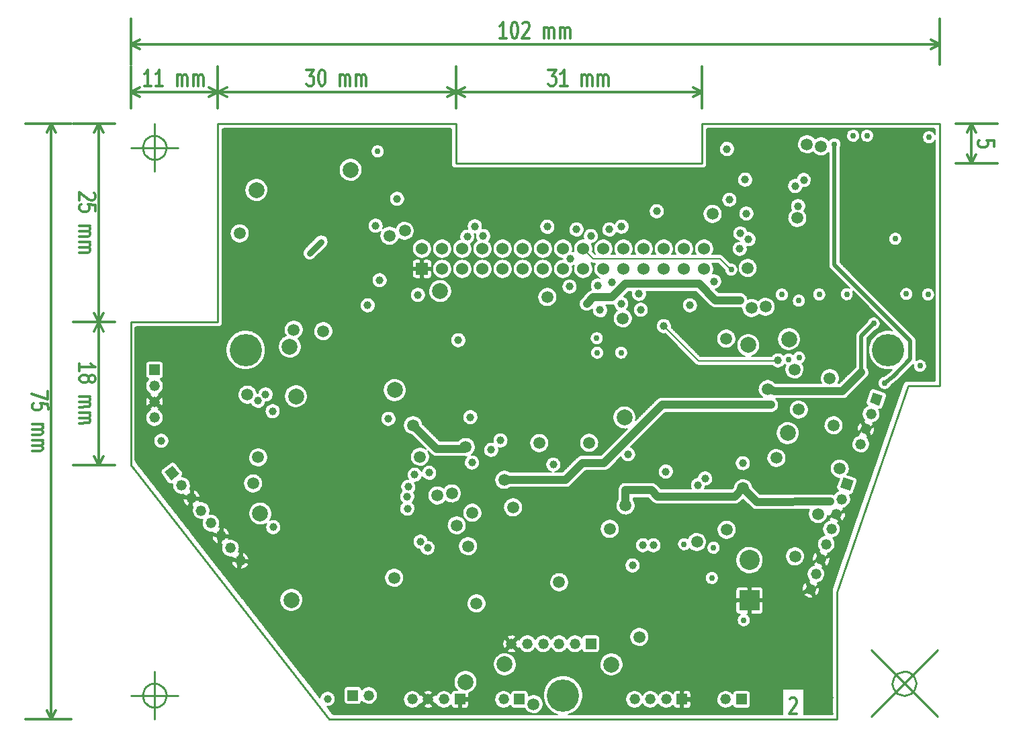
<source format=gbr>
G04 (created by PCBNEW-RS274X (2011-07-20 BZR 3052)-testing) date 2011-07-21 16:28:03*
G01*
G70*
G90*
%MOIN*%
G04 Gerber Fmt 3.4, Leading zero omitted, Abs format*
%FSLAX34Y34*%
G04 APERTURE LIST*
%ADD10C,0.006000*%
%ADD11C,0.012000*%
%ADD12C,0.008700*%
%ADD13C,0.160000*%
%ADD14R,0.052000X0.052000*%
%ADD15C,0.052000*%
%ADD16C,0.060000*%
%ADD17R,0.060000X0.060000*%
%ADD18R,0.100000X0.100000*%
%ADD19C,0.100000*%
%ADD20C,0.078800*%
%ADD21C,0.039400*%
%ADD22C,0.029500*%
%ADD23C,0.059200*%
%ADD24C,0.059100*%
%ADD25C,0.102400*%
%ADD26C,0.031500*%
%ADD27C,0.007900*%
%ADD28C,0.019700*%
%ADD29C,0.039400*%
%ADD30C,0.005900*%
G04 APERTURE END LIST*
G54D10*
G54D11*
X48298Y-42622D02*
X48498Y-42622D01*
X48584Y-43041D02*
X48298Y-43041D01*
X48298Y-42241D01*
X48584Y-42241D01*
X46483Y-42317D02*
X46512Y-42279D01*
X46569Y-42241D01*
X46712Y-42241D01*
X46769Y-42279D01*
X46798Y-42317D01*
X46826Y-42393D01*
X46826Y-42469D01*
X46798Y-42584D01*
X46455Y-43041D01*
X46826Y-43041D01*
G54D12*
X52363Y-26772D02*
X48819Y-37008D01*
X52756Y-41536D02*
X52744Y-41650D01*
X52711Y-41760D01*
X52657Y-41862D01*
X52584Y-41951D01*
X52495Y-42025D01*
X52394Y-42079D01*
X52284Y-42113D01*
X52170Y-42125D01*
X52056Y-42115D01*
X51945Y-42083D01*
X51843Y-42029D01*
X51754Y-41957D01*
X51680Y-41869D01*
X51624Y-41768D01*
X51589Y-41658D01*
X51577Y-41544D01*
X51586Y-41430D01*
X51618Y-41319D01*
X51671Y-41217D01*
X51742Y-41127D01*
X51830Y-41052D01*
X51930Y-40996D01*
X52040Y-40960D01*
X52154Y-40947D01*
X52268Y-40955D01*
X52379Y-40986D01*
X52482Y-41038D01*
X52572Y-41109D01*
X52648Y-41196D01*
X52704Y-41297D01*
X52741Y-41406D01*
X52755Y-41520D01*
X52756Y-41536D01*
X50513Y-39883D02*
X53819Y-43189D01*
X50513Y-43189D02*
X53819Y-39883D01*
X15551Y-42126D02*
X15539Y-42240D01*
X15506Y-42350D01*
X15452Y-42452D01*
X15379Y-42541D01*
X15290Y-42615D01*
X15189Y-42669D01*
X15079Y-42703D01*
X14965Y-42715D01*
X14851Y-42705D01*
X14740Y-42673D01*
X14638Y-42619D01*
X14549Y-42547D01*
X14475Y-42459D01*
X14419Y-42358D01*
X14384Y-42248D01*
X14372Y-42134D01*
X14381Y-42020D01*
X14413Y-41909D01*
X14466Y-41807D01*
X14537Y-41717D01*
X14625Y-41642D01*
X14725Y-41586D01*
X14835Y-41550D01*
X14949Y-41537D01*
X15063Y-41545D01*
X15174Y-41576D01*
X15277Y-41628D01*
X15367Y-41699D01*
X15443Y-41786D01*
X15499Y-41887D01*
X15536Y-41996D01*
X15550Y-42110D01*
X15551Y-42126D01*
X13780Y-42126D02*
X16142Y-42126D01*
X14961Y-40945D02*
X14961Y-43307D01*
X15551Y-14961D02*
X15539Y-15075D01*
X15506Y-15185D01*
X15452Y-15287D01*
X15379Y-15376D01*
X15290Y-15450D01*
X15189Y-15504D01*
X15079Y-15538D01*
X14965Y-15550D01*
X14851Y-15540D01*
X14740Y-15508D01*
X14638Y-15454D01*
X14549Y-15382D01*
X14475Y-15294D01*
X14419Y-15193D01*
X14384Y-15083D01*
X14372Y-14969D01*
X14381Y-14855D01*
X14413Y-14744D01*
X14466Y-14642D01*
X14537Y-14552D01*
X14625Y-14477D01*
X14725Y-14421D01*
X14835Y-14385D01*
X14949Y-14372D01*
X15063Y-14380D01*
X15174Y-14411D01*
X15277Y-14463D01*
X15367Y-14534D01*
X15443Y-14621D01*
X15499Y-14722D01*
X15536Y-14831D01*
X15550Y-14945D01*
X15551Y-14961D01*
X13780Y-14961D02*
X16142Y-14961D01*
X14961Y-13780D02*
X14961Y-16142D01*
G54D11*
X09677Y-27030D02*
X09678Y-27430D01*
X08878Y-27175D01*
X09679Y-27944D02*
X09678Y-27658D01*
X09297Y-27630D01*
X09335Y-27659D01*
X09374Y-27716D01*
X09374Y-27859D01*
X09336Y-27916D01*
X09298Y-27945D01*
X09222Y-27973D01*
X09032Y-27973D01*
X08955Y-27945D01*
X08917Y-27917D01*
X08879Y-27860D01*
X08879Y-27717D01*
X08916Y-27660D01*
X08954Y-27630D01*
X08880Y-28688D02*
X09414Y-28687D01*
X09337Y-28687D02*
X09375Y-28715D01*
X09414Y-28773D01*
X09415Y-28858D01*
X09376Y-28915D01*
X09300Y-28944D01*
X08881Y-28945D01*
X09300Y-28944D02*
X09376Y-28973D01*
X09415Y-29030D01*
X09415Y-29115D01*
X09376Y-29173D01*
X09300Y-29201D01*
X08881Y-29202D01*
X08882Y-29488D02*
X09416Y-29487D01*
X09339Y-29487D02*
X09377Y-29515D01*
X09416Y-29573D01*
X09416Y-29658D01*
X09377Y-29715D01*
X09301Y-29744D01*
X08882Y-29745D01*
X09301Y-29744D02*
X09377Y-29773D01*
X09416Y-29830D01*
X09416Y-29915D01*
X09377Y-29973D01*
X09302Y-30001D01*
X08883Y-30002D01*
X09844Y-13780D02*
X09844Y-43308D01*
X10827Y-13780D02*
X08564Y-13780D01*
X10827Y-43308D02*
X08564Y-43308D01*
X09844Y-43308D02*
X09614Y-42865D01*
X09844Y-43308D02*
X10074Y-42865D01*
X09844Y-13780D02*
X09614Y-14223D01*
X09844Y-13780D02*
X10074Y-14223D01*
X56627Y-14907D02*
X56627Y-14621D01*
X56246Y-14593D01*
X56284Y-14622D01*
X56322Y-14679D01*
X56322Y-14822D01*
X56284Y-14879D01*
X56246Y-14908D01*
X56170Y-14936D01*
X55980Y-14936D01*
X55903Y-14908D01*
X55865Y-14879D01*
X55827Y-14823D01*
X55827Y-14680D01*
X55865Y-14622D01*
X55903Y-14593D01*
X55511Y-13780D02*
X55511Y-15749D01*
X54725Y-13780D02*
X56791Y-13780D01*
X54725Y-15749D02*
X56791Y-15749D01*
X55511Y-15749D02*
X55281Y-15306D01*
X55511Y-15749D02*
X55741Y-15306D01*
X55511Y-13780D02*
X55281Y-14223D01*
X55511Y-13780D02*
X55741Y-14223D01*
X11240Y-26025D02*
X11239Y-25682D01*
X11240Y-25854D02*
X12040Y-25852D01*
X11926Y-25795D01*
X11850Y-25738D01*
X11811Y-25681D01*
X11698Y-26367D02*
X11736Y-26309D01*
X11774Y-26281D01*
X11850Y-26252D01*
X11888Y-26251D01*
X11964Y-26280D01*
X12003Y-26308D01*
X12041Y-26366D01*
X12041Y-26480D01*
X12003Y-26537D01*
X11965Y-26566D01*
X11889Y-26594D01*
X11851Y-26595D01*
X11775Y-26567D01*
X11736Y-26538D01*
X11698Y-26481D01*
X11698Y-26367D01*
X11660Y-26309D01*
X11621Y-26281D01*
X11545Y-26252D01*
X11393Y-26252D01*
X11316Y-26281D01*
X11279Y-26310D01*
X11241Y-26368D01*
X11241Y-26482D01*
X11279Y-26539D01*
X11317Y-26567D01*
X11394Y-26595D01*
X11546Y-26595D01*
X11622Y-26567D01*
X11660Y-26538D01*
X11698Y-26481D01*
X11242Y-27310D02*
X11776Y-27309D01*
X11699Y-27309D02*
X11737Y-27337D01*
X11776Y-27395D01*
X11777Y-27480D01*
X11738Y-27537D01*
X11662Y-27566D01*
X11243Y-27567D01*
X11662Y-27566D02*
X11738Y-27595D01*
X11777Y-27652D01*
X11777Y-27737D01*
X11738Y-27795D01*
X11662Y-27823D01*
X11243Y-27824D01*
X11244Y-28110D02*
X11778Y-28109D01*
X11701Y-28109D02*
X11739Y-28137D01*
X11778Y-28195D01*
X11778Y-28280D01*
X11739Y-28337D01*
X11663Y-28366D01*
X11244Y-28367D01*
X11663Y-28366D02*
X11739Y-28395D01*
X11778Y-28452D01*
X11778Y-28537D01*
X11739Y-28595D01*
X11664Y-28623D01*
X11245Y-28624D01*
X12206Y-23623D02*
X12206Y-30709D01*
X12993Y-23623D02*
X10926Y-23623D01*
X12993Y-30709D02*
X10926Y-30709D01*
X12206Y-30709D02*
X11976Y-30266D01*
X12206Y-30709D02*
X12436Y-30266D01*
X12206Y-23623D02*
X11976Y-24066D01*
X12206Y-23623D02*
X12436Y-24066D01*
X11963Y-17215D02*
X12001Y-17244D01*
X12040Y-17301D01*
X12040Y-17444D01*
X12002Y-17501D01*
X11964Y-17530D01*
X11888Y-17558D01*
X11812Y-17559D01*
X11697Y-17531D01*
X11239Y-17189D01*
X11240Y-17560D01*
X12041Y-18101D02*
X12040Y-17815D01*
X11659Y-17787D01*
X11697Y-17816D01*
X11736Y-17873D01*
X11736Y-18016D01*
X11698Y-18073D01*
X11660Y-18102D01*
X11584Y-18130D01*
X11394Y-18130D01*
X11317Y-18102D01*
X11279Y-18074D01*
X11241Y-18017D01*
X11241Y-17874D01*
X11278Y-17817D01*
X11316Y-17787D01*
X11242Y-18845D02*
X11776Y-18844D01*
X11699Y-18844D02*
X11737Y-18872D01*
X11776Y-18930D01*
X11777Y-19015D01*
X11738Y-19072D01*
X11662Y-19101D01*
X11243Y-19102D01*
X11662Y-19101D02*
X11738Y-19130D01*
X11777Y-19187D01*
X11777Y-19272D01*
X11738Y-19330D01*
X11662Y-19358D01*
X11243Y-19359D01*
X11244Y-19645D02*
X11778Y-19644D01*
X11701Y-19644D02*
X11739Y-19672D01*
X11778Y-19730D01*
X11778Y-19815D01*
X11739Y-19872D01*
X11663Y-19901D01*
X11244Y-19902D01*
X11663Y-19901D02*
X11739Y-19930D01*
X11778Y-19987D01*
X11778Y-20072D01*
X11739Y-20130D01*
X11664Y-20158D01*
X11245Y-20159D01*
X12206Y-13780D02*
X12206Y-23623D01*
X12993Y-13780D02*
X10926Y-13780D01*
X12993Y-23623D02*
X10926Y-23623D01*
X12206Y-23623D02*
X11976Y-23180D01*
X12206Y-23623D02*
X12436Y-23180D01*
X12206Y-13780D02*
X11976Y-14223D01*
X12206Y-13780D02*
X12436Y-14223D01*
X32430Y-09528D02*
X32087Y-09528D01*
X32259Y-09528D02*
X32259Y-08728D01*
X32202Y-08842D01*
X32144Y-08918D01*
X32087Y-08956D01*
X32801Y-08728D02*
X32858Y-08728D01*
X32915Y-08766D01*
X32944Y-08804D01*
X32973Y-08880D01*
X33001Y-09033D01*
X33001Y-09223D01*
X32973Y-09375D01*
X32944Y-09452D01*
X32915Y-09490D01*
X32858Y-09528D01*
X32801Y-09528D01*
X32744Y-09490D01*
X32715Y-09452D01*
X32687Y-09375D01*
X32658Y-09223D01*
X32658Y-09033D01*
X32687Y-08880D01*
X32715Y-08804D01*
X32744Y-08766D01*
X32801Y-08728D01*
X33229Y-08804D02*
X33258Y-08766D01*
X33315Y-08728D01*
X33458Y-08728D01*
X33515Y-08766D01*
X33544Y-08804D01*
X33572Y-08880D01*
X33572Y-08956D01*
X33544Y-09071D01*
X33201Y-09528D01*
X33572Y-09528D01*
X34286Y-09528D02*
X34286Y-08994D01*
X34286Y-09071D02*
X34314Y-09033D01*
X34372Y-08994D01*
X34457Y-08994D01*
X34514Y-09033D01*
X34543Y-09109D01*
X34543Y-09528D01*
X34543Y-09109D02*
X34572Y-09033D01*
X34629Y-08994D01*
X34714Y-08994D01*
X34772Y-09033D01*
X34800Y-09109D01*
X34800Y-09528D01*
X35086Y-09528D02*
X35086Y-08994D01*
X35086Y-09071D02*
X35114Y-09033D01*
X35172Y-08994D01*
X35257Y-08994D01*
X35314Y-09033D01*
X35343Y-09109D01*
X35343Y-09528D01*
X35343Y-09109D02*
X35372Y-09033D01*
X35429Y-08994D01*
X35514Y-08994D01*
X35572Y-09033D01*
X35600Y-09109D01*
X35600Y-09528D01*
X13780Y-09844D02*
X53937Y-09844D01*
X13780Y-10827D02*
X13780Y-08564D01*
X53937Y-10827D02*
X53937Y-08564D01*
X53937Y-09844D02*
X53494Y-10074D01*
X53937Y-09844D02*
X53494Y-09614D01*
X13780Y-09844D02*
X14223Y-10074D01*
X13780Y-09844D02*
X14223Y-09614D01*
X34511Y-11090D02*
X34882Y-11090D01*
X34682Y-11395D01*
X34768Y-11395D01*
X34825Y-11433D01*
X34854Y-11471D01*
X34882Y-11547D01*
X34882Y-11737D01*
X34854Y-11814D01*
X34825Y-11852D01*
X34768Y-11890D01*
X34596Y-11890D01*
X34539Y-11852D01*
X34511Y-11814D01*
X35453Y-11890D02*
X35110Y-11890D01*
X35282Y-11890D02*
X35282Y-11090D01*
X35225Y-11204D01*
X35167Y-11280D01*
X35110Y-11318D01*
X36167Y-11890D02*
X36167Y-11356D01*
X36167Y-11433D02*
X36195Y-11395D01*
X36253Y-11356D01*
X36338Y-11356D01*
X36395Y-11395D01*
X36424Y-11471D01*
X36424Y-11890D01*
X36424Y-11471D02*
X36453Y-11395D01*
X36510Y-11356D01*
X36595Y-11356D01*
X36653Y-11395D01*
X36681Y-11471D01*
X36681Y-11890D01*
X36967Y-11890D02*
X36967Y-11356D01*
X36967Y-11433D02*
X36995Y-11395D01*
X37053Y-11356D01*
X37138Y-11356D01*
X37195Y-11395D01*
X37224Y-11471D01*
X37224Y-11890D01*
X37224Y-11471D02*
X37253Y-11395D01*
X37310Y-11356D01*
X37395Y-11356D01*
X37453Y-11395D01*
X37481Y-11471D01*
X37481Y-11890D01*
X29922Y-12206D02*
X42126Y-12206D01*
X29922Y-12993D02*
X29922Y-10926D01*
X42126Y-12993D02*
X42126Y-10926D01*
X42126Y-12206D02*
X41683Y-12436D01*
X42126Y-12206D02*
X41683Y-11976D01*
X29922Y-12206D02*
X30365Y-12436D01*
X29922Y-12206D02*
X30365Y-11976D01*
X22503Y-11090D02*
X22874Y-11090D01*
X22674Y-11395D01*
X22760Y-11395D01*
X22817Y-11433D01*
X22846Y-11471D01*
X22874Y-11547D01*
X22874Y-11737D01*
X22846Y-11814D01*
X22817Y-11852D01*
X22760Y-11890D01*
X22588Y-11890D01*
X22531Y-11852D01*
X22503Y-11814D01*
X23245Y-11090D02*
X23302Y-11090D01*
X23359Y-11128D01*
X23388Y-11166D01*
X23417Y-11242D01*
X23445Y-11395D01*
X23445Y-11585D01*
X23417Y-11737D01*
X23388Y-11814D01*
X23359Y-11852D01*
X23302Y-11890D01*
X23245Y-11890D01*
X23188Y-11852D01*
X23159Y-11814D01*
X23131Y-11737D01*
X23102Y-11585D01*
X23102Y-11395D01*
X23131Y-11242D01*
X23159Y-11166D01*
X23188Y-11128D01*
X23245Y-11090D01*
X24159Y-11890D02*
X24159Y-11356D01*
X24159Y-11433D02*
X24187Y-11395D01*
X24245Y-11356D01*
X24330Y-11356D01*
X24387Y-11395D01*
X24416Y-11471D01*
X24416Y-11890D01*
X24416Y-11471D02*
X24445Y-11395D01*
X24502Y-11356D01*
X24587Y-11356D01*
X24645Y-11395D01*
X24673Y-11471D01*
X24673Y-11890D01*
X24959Y-11890D02*
X24959Y-11356D01*
X24959Y-11433D02*
X24987Y-11395D01*
X25045Y-11356D01*
X25130Y-11356D01*
X25187Y-11395D01*
X25216Y-11471D01*
X25216Y-11890D01*
X25216Y-11471D02*
X25245Y-11395D01*
X25302Y-11356D01*
X25387Y-11356D01*
X25445Y-11395D01*
X25473Y-11471D01*
X25473Y-11890D01*
X18111Y-12206D02*
X29922Y-12206D01*
X18111Y-12993D02*
X18111Y-10926D01*
X29922Y-12993D02*
X29922Y-10926D01*
X29922Y-12206D02*
X29479Y-12436D01*
X29922Y-12206D02*
X29479Y-11976D01*
X18111Y-12206D02*
X18554Y-12436D01*
X18111Y-12206D02*
X18554Y-11976D01*
G54D12*
X42126Y-15749D02*
X29922Y-15749D01*
X42126Y-13780D02*
X42126Y-15749D01*
X53937Y-13780D02*
X42126Y-13780D01*
X29922Y-13780D02*
X29922Y-15749D01*
X18111Y-13780D02*
X29922Y-13780D01*
X18111Y-21654D02*
X18111Y-13780D01*
X53937Y-26772D02*
X53937Y-13780D01*
X52363Y-26772D02*
X53937Y-26772D01*
X48819Y-37008D02*
X48819Y-43308D01*
X37796Y-43308D02*
X48819Y-43308D01*
X23623Y-43308D02*
X33859Y-43308D01*
G54D11*
X14803Y-11890D02*
X14460Y-11890D01*
X14632Y-11890D02*
X14632Y-11090D01*
X14575Y-11204D01*
X14517Y-11280D01*
X14460Y-11318D01*
X15374Y-11890D02*
X15031Y-11890D01*
X15203Y-11890D02*
X15203Y-11090D01*
X15146Y-11204D01*
X15088Y-11280D01*
X15031Y-11318D01*
X16088Y-11890D02*
X16088Y-11356D01*
X16088Y-11433D02*
X16116Y-11395D01*
X16174Y-11356D01*
X16259Y-11356D01*
X16316Y-11395D01*
X16345Y-11471D01*
X16345Y-11890D01*
X16345Y-11471D02*
X16374Y-11395D01*
X16431Y-11356D01*
X16516Y-11356D01*
X16574Y-11395D01*
X16602Y-11471D01*
X16602Y-11890D01*
X16888Y-11890D02*
X16888Y-11356D01*
X16888Y-11433D02*
X16916Y-11395D01*
X16974Y-11356D01*
X17059Y-11356D01*
X17116Y-11395D01*
X17145Y-11471D01*
X17145Y-11890D01*
X17145Y-11471D02*
X17174Y-11395D01*
X17231Y-11356D01*
X17316Y-11356D01*
X17374Y-11395D01*
X17402Y-11471D01*
X17402Y-11890D01*
X13780Y-12206D02*
X18111Y-12206D01*
X13780Y-12993D02*
X13780Y-10926D01*
X18111Y-12993D02*
X18111Y-10926D01*
X18111Y-12206D02*
X17668Y-12436D01*
X18111Y-12206D02*
X17668Y-11976D01*
X13780Y-12206D02*
X14223Y-12436D01*
X13780Y-12206D02*
X14223Y-11976D01*
G54D12*
X33859Y-43308D02*
X37796Y-43308D01*
X23623Y-43308D02*
X13780Y-30709D01*
X13780Y-23623D02*
X13780Y-30709D01*
X18111Y-23623D02*
X13780Y-23623D01*
X18111Y-21654D02*
X18111Y-23623D01*
G54D13*
X51378Y-25000D03*
X19489Y-25000D03*
X35237Y-42126D03*
G54D14*
X36614Y-39567D03*
G54D15*
X35827Y-39567D03*
X35039Y-39567D03*
X34253Y-39567D03*
X33465Y-39567D03*
X32678Y-39567D03*
G54D14*
X30118Y-42323D03*
G54D15*
X29330Y-42323D03*
X28544Y-42323D03*
X27756Y-42323D03*
G54D10*
G36*
X50939Y-27757D02*
X50448Y-27588D01*
X50617Y-27097D01*
X51108Y-27266D01*
X50939Y-27757D01*
X50939Y-27757D01*
G37*
G54D15*
X50522Y-28172D03*
X50266Y-28916D03*
X50010Y-29661D03*
G54D14*
X14961Y-25984D03*
G54D15*
X14961Y-26772D03*
X14961Y-27558D03*
X14961Y-28346D03*
G54D14*
X41142Y-42323D03*
G54D15*
X40354Y-42323D03*
X39568Y-42323D03*
X38780Y-42323D03*
G54D14*
X33071Y-42323D03*
G54D15*
X32284Y-42323D03*
G54D14*
X24804Y-42126D03*
G54D15*
X25591Y-42126D03*
G54D14*
X44095Y-42323D03*
G54D15*
X43308Y-42323D03*
G54D16*
X42237Y-20973D03*
X42237Y-19973D03*
X41237Y-19973D03*
X41237Y-20973D03*
G54D17*
X28237Y-20973D03*
G54D16*
X28237Y-19973D03*
X29237Y-20973D03*
X29237Y-19973D03*
X30237Y-20973D03*
X30237Y-19973D03*
X31237Y-20973D03*
X31237Y-19973D03*
X32237Y-20973D03*
X32237Y-19973D03*
X33237Y-20973D03*
X33237Y-19973D03*
X34237Y-20973D03*
X34237Y-19973D03*
X35237Y-20973D03*
X35237Y-19973D03*
X36237Y-20973D03*
X36237Y-19973D03*
X37237Y-20973D03*
X37237Y-19973D03*
X38237Y-20973D03*
X38237Y-19973D03*
X39237Y-20973D03*
X39237Y-19973D03*
X40237Y-20973D03*
X40237Y-19973D03*
G54D18*
X44489Y-37418D03*
G54D19*
X44489Y-35418D03*
G54D10*
G36*
X16189Y-31142D02*
X15779Y-31462D01*
X15459Y-31052D01*
X15869Y-30732D01*
X16189Y-31142D01*
X16189Y-31142D01*
G37*
G54D15*
X16308Y-31717D03*
X16793Y-32337D03*
X17278Y-32958D03*
X17762Y-33578D03*
X18247Y-34199D03*
X18732Y-34819D03*
X19216Y-35439D03*
G54D10*
G36*
X49484Y-31977D02*
X48993Y-31808D01*
X49162Y-31317D01*
X49653Y-31486D01*
X49484Y-31977D01*
X49484Y-31977D01*
G37*
G54D15*
X49067Y-32391D03*
X48810Y-33135D03*
X48554Y-33880D03*
X48298Y-34624D03*
X48042Y-35369D03*
X47785Y-36113D03*
X47529Y-36857D03*
G54D20*
X29135Y-22073D03*
X46447Y-24459D03*
X44427Y-24755D03*
X21755Y-37393D03*
X21982Y-27293D03*
X46388Y-29115D03*
X21674Y-24833D03*
X26883Y-26981D03*
X24693Y-16063D03*
X38281Y-28344D03*
X20024Y-17064D03*
X20207Y-33107D03*
G54D21*
X44154Y-30607D03*
X40341Y-31025D03*
X38465Y-30168D03*
X43377Y-15025D03*
X27005Y-17502D03*
X27512Y-32862D03*
X31674Y-29951D03*
G54D22*
X41244Y-34627D03*
G54D21*
X42738Y-21593D03*
X25545Y-22782D03*
X26132Y-21536D03*
X35602Y-20463D03*
X45906Y-25512D03*
X40237Y-23810D03*
X37678Y-21644D03*
X28512Y-34807D03*
G54D22*
X42705Y-34804D03*
G54D21*
X37077Y-23022D03*
X20478Y-27203D03*
X44444Y-19504D03*
X43492Y-17540D03*
X27510Y-32258D03*
X44038Y-19217D03*
X44338Y-18226D03*
X37538Y-19019D03*
X35905Y-19019D03*
X32129Y-29481D03*
X38145Y-18881D03*
X44277Y-16552D03*
X41930Y-31693D03*
X41530Y-22777D03*
X39095Y-23004D03*
X25935Y-18834D03*
X23550Y-42300D03*
X15300Y-29500D03*
X20099Y-27520D03*
X20827Y-28032D03*
G54D22*
X42623Y-36304D03*
G54D21*
X26567Y-28412D03*
X27557Y-31782D03*
X30639Y-28330D03*
X30715Y-30575D03*
X35561Y-21851D03*
X36963Y-21797D03*
G54D22*
X43583Y-21014D03*
G54D21*
X28164Y-34500D03*
X42284Y-31369D03*
G54D20*
X30394Y-41457D03*
X32344Y-40582D03*
X37638Y-40591D03*
G54D23*
X42659Y-18249D03*
X19192Y-19211D03*
G54D22*
X26034Y-15144D03*
G54D23*
X44396Y-20930D03*
X19578Y-27208D03*
G54D22*
X46939Y-22550D03*
G54D23*
X27379Y-19087D03*
X26625Y-19329D03*
X21873Y-23995D03*
X23337Y-24063D03*
X26854Y-36294D03*
X43354Y-33908D03*
G54D22*
X46095Y-22247D03*
G54D23*
X46934Y-27954D03*
X46861Y-18455D03*
X20109Y-30323D03*
X19853Y-31614D03*
X37559Y-33868D03*
X47344Y-14792D03*
G54D22*
X47948Y-22240D03*
G54D23*
X28137Y-30291D03*
X29002Y-32208D03*
X29715Y-32107D03*
X46747Y-35234D03*
X47891Y-33132D03*
X45827Y-30355D03*
X46718Y-25961D03*
X48476Y-26396D03*
X48038Y-14899D03*
G54D21*
X48504Y-32520D03*
G54D22*
X51191Y-26634D03*
X48701Y-14794D03*
G54D23*
X44171Y-31855D03*
X38337Y-32707D03*
X30407Y-29807D03*
X27791Y-28726D03*
G54D22*
X50327Y-14370D03*
G54D24*
X38199Y-23426D03*
G54D23*
X34459Y-22370D03*
G54D22*
X36437Y-22697D03*
X36428Y-22697D03*
X36418Y-22697D03*
X44026Y-22530D03*
G54D23*
X33777Y-42559D03*
X48965Y-30875D03*
X48662Y-28731D03*
G54D22*
X49633Y-14370D03*
X49313Y-22229D03*
X36929Y-25131D03*
G54D23*
X45286Y-22855D03*
X32760Y-32801D03*
X30522Y-34725D03*
X36530Y-29605D03*
X44587Y-22914D03*
G54D22*
X36910Y-24410D03*
G54D23*
X34056Y-29610D03*
X30941Y-37566D03*
G54D22*
X52953Y-25788D03*
X46949Y-25374D03*
G54D23*
X43336Y-24437D03*
G54D22*
X51723Y-19479D03*
G54D23*
X35045Y-36516D03*
X39021Y-39226D03*
G54D22*
X38119Y-25127D03*
X52274Y-22218D03*
X44203Y-38396D03*
X46437Y-25463D03*
G54D24*
X32323Y-31437D03*
G54D22*
X45561Y-27717D03*
G54D24*
X29960Y-33690D03*
G54D23*
X45394Y-26939D03*
X41882Y-34521D03*
X30732Y-33072D03*
G54D22*
X53348Y-22244D03*
X53401Y-14450D03*
X50650Y-23689D03*
G54D21*
X28034Y-22266D03*
X30479Y-19379D03*
X39886Y-18118D03*
X34454Y-18886D03*
X27878Y-31182D03*
X20853Y-33784D03*
X46902Y-17860D03*
X46759Y-16863D03*
X30860Y-18861D03*
X28595Y-31087D03*
X31276Y-19344D03*
X36615Y-19344D03*
X30039Y-24510D03*
X38121Y-22697D03*
X34753Y-30679D03*
X39009Y-22216D03*
X43999Y-19982D03*
X47180Y-16571D03*
G54D20*
X21693Y-38623D03*
X26536Y-34430D03*
X28908Y-27225D03*
X47638Y-39311D03*
X15463Y-24587D03*
G54D22*
X19233Y-27756D03*
X37904Y-29233D03*
G54D20*
X28420Y-40376D03*
X30262Y-23692D03*
X27224Y-22129D03*
X39144Y-31093D03*
G54D25*
X41770Y-36268D03*
G54D20*
X23238Y-15985D03*
G54D21*
X28124Y-33689D03*
G54D20*
X20089Y-29316D03*
X29833Y-29092D03*
G54D21*
X39203Y-34680D03*
X38683Y-35683D03*
X39727Y-34678D03*
G54D26*
X23238Y-19627D02*
X22668Y-20197D01*
G54D27*
X41969Y-25542D02*
X45876Y-25542D01*
X40237Y-23810D02*
X41969Y-25542D01*
X45906Y-25512D02*
X45876Y-25542D01*
X43583Y-21014D02*
X43553Y-21014D01*
X36737Y-20473D02*
X36237Y-19973D01*
X43012Y-20473D02*
X36737Y-20473D01*
X43553Y-21014D02*
X43012Y-20473D01*
G54D28*
X51191Y-26634D02*
X51620Y-26312D01*
X51620Y-26312D02*
X52476Y-25456D01*
X52476Y-25456D02*
X52476Y-24544D01*
X52476Y-24544D02*
X48704Y-20772D01*
X48704Y-20772D02*
X48701Y-14794D01*
G54D29*
X44853Y-32537D02*
X44171Y-31855D01*
X48504Y-32520D02*
X44853Y-32537D01*
X38334Y-31941D02*
X38337Y-32707D01*
X39612Y-31941D02*
X38334Y-31941D01*
X39938Y-32267D02*
X39612Y-31941D01*
X43759Y-32267D02*
X39938Y-32267D01*
X44171Y-31855D02*
X43759Y-32267D01*
X30312Y-29902D02*
X30407Y-29807D01*
X28967Y-29902D02*
X30312Y-29902D01*
X27791Y-28726D02*
X28967Y-29902D01*
X36418Y-22697D02*
X36733Y-22382D01*
X36733Y-22382D02*
X37668Y-22382D01*
X37668Y-22382D02*
X38337Y-21713D01*
X38337Y-21713D02*
X41988Y-21713D01*
X41988Y-21713D02*
X42805Y-22530D01*
X42805Y-22530D02*
X44026Y-22530D01*
X40149Y-27717D02*
X45561Y-27717D01*
X35355Y-31437D02*
X32323Y-31437D01*
X36201Y-30591D02*
X35355Y-31437D01*
X37275Y-30591D02*
X36201Y-30591D01*
X40149Y-27717D02*
X37275Y-30591D01*
G54D28*
X50036Y-24303D02*
X50650Y-23689D01*
X50036Y-26099D02*
X50036Y-24303D01*
G54D29*
X49096Y-27039D02*
X50036Y-26099D01*
X45761Y-27039D02*
X49096Y-27039D01*
X45394Y-26939D02*
X45761Y-27039D01*
G54D30*
X18395Y-14010D02*
X29638Y-14010D01*
X42410Y-14010D02*
X53654Y-14010D01*
X18347Y-14058D02*
X29686Y-14058D01*
X42362Y-14058D02*
X49516Y-14058D01*
X49751Y-14058D02*
X50210Y-14058D01*
X50445Y-14058D02*
X53702Y-14058D01*
X18341Y-14106D02*
X29692Y-14106D01*
X42356Y-14106D02*
X49427Y-14106D01*
X49837Y-14106D02*
X50121Y-14106D01*
X50531Y-14106D02*
X53707Y-14106D01*
X18341Y-14154D02*
X29692Y-14154D01*
X42356Y-14154D02*
X49377Y-14154D01*
X49888Y-14154D02*
X50071Y-14154D01*
X50582Y-14154D02*
X53246Y-14154D01*
X53557Y-14154D02*
X53707Y-14154D01*
X18341Y-14202D02*
X29692Y-14202D01*
X42356Y-14202D02*
X49344Y-14202D01*
X49920Y-14202D02*
X50038Y-14202D01*
X50614Y-14202D02*
X53177Y-14202D01*
X53624Y-14202D02*
X53707Y-14202D01*
X18341Y-14250D02*
X29692Y-14250D01*
X42356Y-14250D02*
X49322Y-14250D01*
X49943Y-14250D02*
X50016Y-14250D01*
X50637Y-14250D02*
X53134Y-14250D01*
X53667Y-14250D02*
X53707Y-14250D01*
X18341Y-14298D02*
X29692Y-14298D01*
X42356Y-14298D02*
X49307Y-14298D01*
X49958Y-14298D02*
X50001Y-14298D01*
X50652Y-14298D02*
X53104Y-14298D01*
X53698Y-14298D02*
X53707Y-14298D01*
X18341Y-14346D02*
X29692Y-14346D01*
X42356Y-14346D02*
X47158Y-14346D01*
X47529Y-14346D02*
X49300Y-14346D01*
X49966Y-14346D02*
X49966Y-14346D01*
X49966Y-14346D02*
X49994Y-14346D01*
X50660Y-14346D02*
X50660Y-14346D01*
X50660Y-14346D02*
X53083Y-14346D01*
X18341Y-14394D02*
X29692Y-14394D01*
X42356Y-14394D02*
X47070Y-14394D01*
X47618Y-14394D02*
X49300Y-14394D01*
X49966Y-14394D02*
X49966Y-14394D01*
X49966Y-14394D02*
X49994Y-14394D01*
X50660Y-14394D02*
X50660Y-14394D01*
X50660Y-14394D02*
X53072Y-14394D01*
X18341Y-14442D02*
X29692Y-14442D01*
X42356Y-14442D02*
X47011Y-14442D01*
X47677Y-14442D02*
X47879Y-14442D01*
X48196Y-14442D02*
X49308Y-14442D01*
X49959Y-14442D02*
X49966Y-14442D01*
X49966Y-14442D02*
X50002Y-14442D01*
X50653Y-14442D02*
X50660Y-14442D01*
X50660Y-14442D02*
X53068Y-14442D01*
X18341Y-14490D02*
X29692Y-14490D01*
X42356Y-14490D02*
X46965Y-14490D01*
X47722Y-14490D02*
X47780Y-14490D01*
X48295Y-14490D02*
X48565Y-14490D01*
X48838Y-14490D02*
X49323Y-14490D01*
X49945Y-14490D02*
X49966Y-14490D01*
X49966Y-14490D02*
X50017Y-14490D01*
X50639Y-14490D02*
X50660Y-14490D01*
X50660Y-14490D02*
X53071Y-14490D01*
X18341Y-14538D02*
X29692Y-14538D01*
X42356Y-14538D02*
X46932Y-14538D01*
X48360Y-14538D02*
X48485Y-14538D01*
X48916Y-14538D02*
X49346Y-14538D01*
X49922Y-14538D02*
X49966Y-14538D01*
X49966Y-14538D02*
X50040Y-14538D01*
X50616Y-14538D02*
X50660Y-14538D01*
X50660Y-14538D02*
X53079Y-14538D01*
X18341Y-14586D02*
X29692Y-14586D01*
X42356Y-14586D02*
X46907Y-14586D01*
X48407Y-14586D02*
X48439Y-14586D01*
X48962Y-14586D02*
X49379Y-14586D01*
X49889Y-14586D02*
X49966Y-14586D01*
X49966Y-14586D02*
X50073Y-14586D01*
X50583Y-14586D02*
X50660Y-14586D01*
X50660Y-14586D02*
X53097Y-14586D01*
X53705Y-14586D02*
X53707Y-14586D01*
X18341Y-14634D02*
X29692Y-14634D01*
X42356Y-14634D02*
X46886Y-14634D01*
X48994Y-14634D02*
X49430Y-14634D01*
X49838Y-14634D02*
X49966Y-14634D01*
X49966Y-14634D02*
X50124Y-14634D01*
X50532Y-14634D02*
X50660Y-14634D01*
X50660Y-14634D02*
X53124Y-14634D01*
X53679Y-14634D02*
X53707Y-14634D01*
X18341Y-14682D02*
X29692Y-14682D01*
X42356Y-14682D02*
X43203Y-14682D01*
X43550Y-14682D02*
X46874Y-14682D01*
X49014Y-14682D02*
X49517Y-14682D01*
X49750Y-14682D02*
X49966Y-14682D01*
X49966Y-14682D02*
X50211Y-14682D01*
X50444Y-14682D02*
X50660Y-14682D01*
X50660Y-14682D02*
X53162Y-14682D01*
X53641Y-14682D02*
X53707Y-14682D01*
X18341Y-14730D02*
X29692Y-14730D01*
X42356Y-14730D02*
X43130Y-14730D01*
X43624Y-14730D02*
X46863Y-14730D01*
X49027Y-14730D02*
X49966Y-14730D01*
X49966Y-14730D02*
X50660Y-14730D01*
X50660Y-14730D02*
X53221Y-14730D01*
X53582Y-14730D02*
X53707Y-14730D01*
X18341Y-14778D02*
X29692Y-14778D01*
X42356Y-14778D02*
X43082Y-14778D01*
X43672Y-14778D02*
X46861Y-14778D01*
X49034Y-14778D02*
X49966Y-14778D01*
X49966Y-14778D02*
X50660Y-14778D01*
X50660Y-14778D02*
X53344Y-14778D01*
X53459Y-14778D02*
X53707Y-14778D01*
X18341Y-14826D02*
X25931Y-14826D01*
X26137Y-14826D02*
X29692Y-14826D01*
X42356Y-14826D02*
X43049Y-14826D01*
X43705Y-14826D02*
X46860Y-14826D01*
X49034Y-14826D02*
X49966Y-14826D01*
X49966Y-14826D02*
X50660Y-14826D01*
X50660Y-14826D02*
X53707Y-14826D01*
X18341Y-14874D02*
X25838Y-14874D01*
X26229Y-14874D02*
X29692Y-14874D01*
X42356Y-14874D02*
X43025Y-14874D01*
X43729Y-14874D02*
X46868Y-14874D01*
X49025Y-14874D02*
X49966Y-14874D01*
X49966Y-14874D02*
X50660Y-14874D01*
X50660Y-14874D02*
X53707Y-14874D01*
X18341Y-14922D02*
X25784Y-14922D01*
X26283Y-14922D02*
X29692Y-14922D01*
X42356Y-14922D02*
X43007Y-14922D01*
X43746Y-14922D02*
X46877Y-14922D01*
X49009Y-14922D02*
X49966Y-14922D01*
X49966Y-14922D02*
X50660Y-14922D01*
X50660Y-14922D02*
X53707Y-14922D01*
X18341Y-14970D02*
X25749Y-14970D01*
X26317Y-14970D02*
X29692Y-14970D01*
X42356Y-14970D02*
X42996Y-14970D01*
X43756Y-14970D02*
X46895Y-14970D01*
X48986Y-14970D02*
X49966Y-14970D01*
X49966Y-14970D02*
X50660Y-14970D01*
X50660Y-14970D02*
X53707Y-14970D01*
X18341Y-15018D02*
X25725Y-15018D01*
X26341Y-15018D02*
X29692Y-15018D01*
X42356Y-15018D02*
X42994Y-15018D01*
X43760Y-15018D02*
X43760Y-15018D01*
X43760Y-15018D02*
X46915Y-15018D01*
X48986Y-15018D02*
X49966Y-15018D01*
X49966Y-15018D02*
X50660Y-15018D01*
X50660Y-15018D02*
X53707Y-15018D01*
X18341Y-15066D02*
X25709Y-15066D01*
X26357Y-15066D02*
X29692Y-15066D01*
X42356Y-15066D02*
X42996Y-15066D01*
X43760Y-15066D02*
X43760Y-15066D01*
X43760Y-15066D02*
X46946Y-15066D01*
X48986Y-15066D02*
X49966Y-15066D01*
X49966Y-15066D02*
X50660Y-15066D01*
X50660Y-15066D02*
X53707Y-15066D01*
X18341Y-15114D02*
X25701Y-15114D01*
X26367Y-15114D02*
X26367Y-15114D01*
X26367Y-15114D02*
X29692Y-15114D01*
X42356Y-15114D02*
X43004Y-15114D01*
X43750Y-15114D02*
X43760Y-15114D01*
X43760Y-15114D02*
X46984Y-15114D01*
X48986Y-15114D02*
X49966Y-15114D01*
X49966Y-15114D02*
X50660Y-15114D01*
X50660Y-15114D02*
X53707Y-15114D01*
X18341Y-15162D02*
X25701Y-15162D01*
X26367Y-15162D02*
X26367Y-15162D01*
X26367Y-15162D02*
X29692Y-15162D01*
X42356Y-15162D02*
X43020Y-15162D01*
X43736Y-15162D02*
X43760Y-15162D01*
X43760Y-15162D02*
X47031Y-15162D01*
X48986Y-15162D02*
X49966Y-15162D01*
X49966Y-15162D02*
X50660Y-15162D01*
X50660Y-15162D02*
X53707Y-15162D01*
X18341Y-15210D02*
X25708Y-15210D01*
X26361Y-15210D02*
X26367Y-15210D01*
X26367Y-15210D02*
X29692Y-15210D01*
X42356Y-15210D02*
X43041Y-15210D01*
X43715Y-15210D02*
X43760Y-15210D01*
X43760Y-15210D02*
X47100Y-15210D01*
X47586Y-15210D02*
X47667Y-15210D01*
X48410Y-15210D02*
X48416Y-15210D01*
X48986Y-15210D02*
X49966Y-15210D01*
X49966Y-15210D02*
X50660Y-15210D01*
X50660Y-15210D02*
X53707Y-15210D01*
X18341Y-15258D02*
X25721Y-15258D01*
X26348Y-15258D02*
X26367Y-15258D01*
X26367Y-15258D02*
X29692Y-15258D01*
X42356Y-15258D02*
X43073Y-15258D01*
X43682Y-15258D02*
X43760Y-15258D01*
X43760Y-15258D02*
X47216Y-15258D01*
X47480Y-15258D02*
X47714Y-15258D01*
X48362Y-15258D02*
X48416Y-15258D01*
X48986Y-15258D02*
X49966Y-15258D01*
X49966Y-15258D02*
X50660Y-15258D01*
X50660Y-15258D02*
X53707Y-15258D01*
X18341Y-15306D02*
X25743Y-15306D01*
X26327Y-15306D02*
X26367Y-15306D01*
X26367Y-15306D02*
X29692Y-15306D01*
X42356Y-15306D02*
X43117Y-15306D01*
X43638Y-15306D02*
X43760Y-15306D01*
X43760Y-15306D02*
X47778Y-15306D01*
X48298Y-15306D02*
X48416Y-15306D01*
X48986Y-15306D02*
X49966Y-15306D01*
X49966Y-15306D02*
X50660Y-15306D01*
X50660Y-15306D02*
X53707Y-15306D01*
X18341Y-15354D02*
X25774Y-15354D01*
X26294Y-15354D02*
X26367Y-15354D01*
X26367Y-15354D02*
X29692Y-15354D01*
X42356Y-15354D02*
X43180Y-15354D01*
X43574Y-15354D02*
X43760Y-15354D01*
X43760Y-15354D02*
X47875Y-15354D01*
X48201Y-15354D02*
X48416Y-15354D01*
X48986Y-15354D02*
X49966Y-15354D01*
X49966Y-15354D02*
X50660Y-15354D01*
X50660Y-15354D02*
X53707Y-15354D01*
X18341Y-15402D02*
X25822Y-15402D01*
X26246Y-15402D02*
X26367Y-15402D01*
X26367Y-15402D02*
X29692Y-15402D01*
X42356Y-15402D02*
X43309Y-15402D01*
X43447Y-15402D02*
X43760Y-15402D01*
X43760Y-15402D02*
X48416Y-15402D01*
X48986Y-15402D02*
X49966Y-15402D01*
X49966Y-15402D02*
X50660Y-15402D01*
X50660Y-15402D02*
X53707Y-15402D01*
X18341Y-15450D02*
X25904Y-15450D01*
X26167Y-15450D02*
X26367Y-15450D01*
X26367Y-15450D02*
X29692Y-15450D01*
X42356Y-15450D02*
X43760Y-15450D01*
X43760Y-15450D02*
X48416Y-15450D01*
X48986Y-15450D02*
X49966Y-15450D01*
X49966Y-15450D02*
X50660Y-15450D01*
X50660Y-15450D02*
X53707Y-15450D01*
X18341Y-15498D02*
X24560Y-15498D01*
X24826Y-15498D02*
X26367Y-15498D01*
X26367Y-15498D02*
X29692Y-15498D01*
X42356Y-15498D02*
X43760Y-15498D01*
X43760Y-15498D02*
X48416Y-15498D01*
X48986Y-15498D02*
X49966Y-15498D01*
X49966Y-15498D02*
X50660Y-15498D01*
X50660Y-15498D02*
X53707Y-15498D01*
X18341Y-15546D02*
X24425Y-15546D01*
X24960Y-15546D02*
X26367Y-15546D01*
X26367Y-15546D02*
X29692Y-15546D01*
X42356Y-15546D02*
X43760Y-15546D01*
X43760Y-15546D02*
X48416Y-15546D01*
X48986Y-15546D02*
X49966Y-15546D01*
X49966Y-15546D02*
X50660Y-15546D01*
X50660Y-15546D02*
X53707Y-15546D01*
X18341Y-15594D02*
X24350Y-15594D01*
X25034Y-15594D02*
X26367Y-15594D01*
X26367Y-15594D02*
X29692Y-15594D01*
X42356Y-15594D02*
X43760Y-15594D01*
X43760Y-15594D02*
X48416Y-15594D01*
X48986Y-15594D02*
X49966Y-15594D01*
X49966Y-15594D02*
X50660Y-15594D01*
X50660Y-15594D02*
X53707Y-15594D01*
X18341Y-15642D02*
X24293Y-15642D01*
X25092Y-15642D02*
X26367Y-15642D01*
X26367Y-15642D02*
X29692Y-15642D01*
X42356Y-15642D02*
X43760Y-15642D01*
X43760Y-15642D02*
X48416Y-15642D01*
X48986Y-15642D02*
X49966Y-15642D01*
X49966Y-15642D02*
X50660Y-15642D01*
X50660Y-15642D02*
X53707Y-15642D01*
X18341Y-15690D02*
X24244Y-15690D01*
X25140Y-15690D02*
X26367Y-15690D01*
X26367Y-15690D02*
X29692Y-15690D01*
X42356Y-15690D02*
X43760Y-15690D01*
X43760Y-15690D02*
X48416Y-15690D01*
X48986Y-15690D02*
X49966Y-15690D01*
X49966Y-15690D02*
X50660Y-15690D01*
X50660Y-15690D02*
X53707Y-15690D01*
X18341Y-15738D02*
X24211Y-15738D01*
X25173Y-15738D02*
X26367Y-15738D01*
X26367Y-15738D02*
X29692Y-15738D01*
X42356Y-15738D02*
X43760Y-15738D01*
X43760Y-15738D02*
X48416Y-15738D01*
X48986Y-15738D02*
X49966Y-15738D01*
X49966Y-15738D02*
X50660Y-15738D01*
X50660Y-15738D02*
X53707Y-15738D01*
X18341Y-15786D02*
X24180Y-15786D01*
X25205Y-15786D02*
X26367Y-15786D01*
X26367Y-15786D02*
X29696Y-15786D01*
X42352Y-15786D02*
X43760Y-15786D01*
X43760Y-15786D02*
X48416Y-15786D01*
X48986Y-15786D02*
X49966Y-15786D01*
X49966Y-15786D02*
X50660Y-15786D01*
X50660Y-15786D02*
X53707Y-15786D01*
X18341Y-15834D02*
X24159Y-15834D01*
X25226Y-15834D02*
X26367Y-15834D01*
X26367Y-15834D02*
X29696Y-15834D01*
X42352Y-15834D02*
X43760Y-15834D01*
X43760Y-15834D02*
X48416Y-15834D01*
X48986Y-15834D02*
X49966Y-15834D01*
X49966Y-15834D02*
X50660Y-15834D01*
X50660Y-15834D02*
X53707Y-15834D01*
X18341Y-15882D02*
X24139Y-15882D01*
X25246Y-15882D02*
X26367Y-15882D01*
X26367Y-15882D02*
X29700Y-15882D01*
X42348Y-15882D02*
X43760Y-15882D01*
X43760Y-15882D02*
X48416Y-15882D01*
X48986Y-15882D02*
X49966Y-15882D01*
X49966Y-15882D02*
X50660Y-15882D01*
X50660Y-15882D02*
X53707Y-15882D01*
X18341Y-15930D02*
X24128Y-15930D01*
X25258Y-15930D02*
X26367Y-15930D01*
X26367Y-15930D02*
X29748Y-15930D01*
X42300Y-15930D02*
X43760Y-15930D01*
X43760Y-15930D02*
X48416Y-15930D01*
X48986Y-15930D02*
X49966Y-15930D01*
X49966Y-15930D02*
X50660Y-15930D01*
X50660Y-15930D02*
X53707Y-15930D01*
X18341Y-15978D02*
X24118Y-15978D01*
X25267Y-15978D02*
X26367Y-15978D01*
X26367Y-15978D02*
X29911Y-15978D01*
X42137Y-15978D02*
X43760Y-15978D01*
X43760Y-15978D02*
X48416Y-15978D01*
X48986Y-15978D02*
X49966Y-15978D01*
X49966Y-15978D02*
X50660Y-15978D01*
X50660Y-15978D02*
X53707Y-15978D01*
X18341Y-16026D02*
X24113Y-16026D01*
X25273Y-16026D02*
X25273Y-16026D01*
X25273Y-16026D02*
X26367Y-16026D01*
X26367Y-16026D02*
X43760Y-16026D01*
X43760Y-16026D02*
X48416Y-16026D01*
X48986Y-16026D02*
X49966Y-16026D01*
X49966Y-16026D02*
X50660Y-16026D01*
X50660Y-16026D02*
X53707Y-16026D01*
X18341Y-16074D02*
X24112Y-16074D01*
X25272Y-16074D02*
X25273Y-16074D01*
X25273Y-16074D02*
X26367Y-16074D01*
X26367Y-16074D02*
X43760Y-16074D01*
X43760Y-16074D02*
X48416Y-16074D01*
X48986Y-16074D02*
X49966Y-16074D01*
X49966Y-16074D02*
X50660Y-16074D01*
X50660Y-16074D02*
X53707Y-16074D01*
X18341Y-16122D02*
X24114Y-16122D01*
X25272Y-16122D02*
X25273Y-16122D01*
X25273Y-16122D02*
X26367Y-16122D01*
X26367Y-16122D02*
X43760Y-16122D01*
X43760Y-16122D02*
X48416Y-16122D01*
X48986Y-16122D02*
X49966Y-16122D01*
X49966Y-16122D02*
X50660Y-16122D01*
X50660Y-16122D02*
X53707Y-16122D01*
X18341Y-16170D02*
X24123Y-16170D01*
X25264Y-16170D02*
X25273Y-16170D01*
X25273Y-16170D02*
X26367Y-16170D01*
X26367Y-16170D02*
X43760Y-16170D01*
X43760Y-16170D02*
X44236Y-16170D01*
X44321Y-16170D02*
X48416Y-16170D01*
X48986Y-16170D02*
X49966Y-16170D01*
X49966Y-16170D02*
X50660Y-16170D01*
X50660Y-16170D02*
X53707Y-16170D01*
X18341Y-16218D02*
X24132Y-16218D01*
X25253Y-16218D02*
X25273Y-16218D01*
X25273Y-16218D02*
X26367Y-16218D01*
X26367Y-16218D02*
X43760Y-16218D01*
X43760Y-16218D02*
X44087Y-16218D01*
X44467Y-16218D02*
X47031Y-16218D01*
X47329Y-16218D02*
X48416Y-16218D01*
X48986Y-16218D02*
X49966Y-16218D01*
X49966Y-16218D02*
X50660Y-16218D01*
X50660Y-16218D02*
X53707Y-16218D01*
X18341Y-16266D02*
X24150Y-16266D01*
X25238Y-16266D02*
X25273Y-16266D01*
X25273Y-16266D02*
X26367Y-16266D01*
X26367Y-16266D02*
X43760Y-16266D01*
X43760Y-16266D02*
X44021Y-16266D01*
X44533Y-16266D02*
X46945Y-16266D01*
X47413Y-16266D02*
X48416Y-16266D01*
X48986Y-16266D02*
X49966Y-16266D01*
X49966Y-16266D02*
X50660Y-16266D01*
X50660Y-16266D02*
X53707Y-16266D01*
X18341Y-16314D02*
X24169Y-16314D01*
X25217Y-16314D02*
X25273Y-16314D01*
X25273Y-16314D02*
X26367Y-16314D01*
X26367Y-16314D02*
X43760Y-16314D01*
X43760Y-16314D02*
X43975Y-16314D01*
X44579Y-16314D02*
X46895Y-16314D01*
X47465Y-16314D02*
X48416Y-16314D01*
X48986Y-16314D02*
X49966Y-16314D01*
X49966Y-16314D02*
X50660Y-16314D01*
X50660Y-16314D02*
X53707Y-16314D01*
X18341Y-16362D02*
X24196Y-16362D01*
X25193Y-16362D02*
X25273Y-16362D01*
X25273Y-16362D02*
X26367Y-16362D01*
X26367Y-16362D02*
X43760Y-16362D01*
X43760Y-16362D02*
X43943Y-16362D01*
X44611Y-16362D02*
X46859Y-16362D01*
X47501Y-16362D02*
X48416Y-16362D01*
X48986Y-16362D02*
X49966Y-16362D01*
X49966Y-16362D02*
X50660Y-16362D01*
X50660Y-16362D02*
X53707Y-16362D01*
X18341Y-16410D02*
X24227Y-16410D01*
X25159Y-16410D02*
X25273Y-16410D01*
X25273Y-16410D02*
X26367Y-16410D01*
X26367Y-16410D02*
X43760Y-16410D01*
X43760Y-16410D02*
X43921Y-16410D01*
X44632Y-16410D02*
X46832Y-16410D01*
X47528Y-16410D02*
X48416Y-16410D01*
X48986Y-16410D02*
X49966Y-16410D01*
X49966Y-16410D02*
X50660Y-16410D01*
X50660Y-16410D02*
X53707Y-16410D01*
X18341Y-16458D02*
X24268Y-16458D01*
X25120Y-16458D02*
X25273Y-16458D01*
X25273Y-16458D02*
X26367Y-16458D01*
X26367Y-16458D02*
X43760Y-16458D01*
X43760Y-16458D02*
X43905Y-16458D01*
X44648Y-16458D02*
X46812Y-16458D01*
X47547Y-16458D02*
X48416Y-16458D01*
X48986Y-16458D02*
X49966Y-16458D01*
X49966Y-16458D02*
X50660Y-16458D01*
X50660Y-16458D02*
X53707Y-16458D01*
X18341Y-16506D02*
X19856Y-16506D01*
X20191Y-16506D02*
X24315Y-16506D01*
X25069Y-16506D02*
X25273Y-16506D01*
X25273Y-16506D02*
X26367Y-16506D01*
X26367Y-16506D02*
X43760Y-16506D01*
X43760Y-16506D02*
X43894Y-16506D01*
X44658Y-16506D02*
X46620Y-16506D01*
X47557Y-16506D02*
X48416Y-16506D01*
X48986Y-16506D02*
X49966Y-16506D01*
X49966Y-16506D02*
X50660Y-16506D01*
X50660Y-16506D02*
X53707Y-16506D01*
X18341Y-16554D02*
X19744Y-16554D01*
X20305Y-16554D02*
X24383Y-16554D01*
X25002Y-16554D02*
X25273Y-16554D01*
X25273Y-16554D02*
X26367Y-16554D01*
X26367Y-16554D02*
X43760Y-16554D01*
X43760Y-16554D02*
X43894Y-16554D01*
X44660Y-16554D02*
X44660Y-16554D01*
X44660Y-16554D02*
X46530Y-16554D01*
X47563Y-16554D02*
X47563Y-16554D01*
X47563Y-16554D02*
X48416Y-16554D01*
X48986Y-16554D02*
X49966Y-16554D01*
X49966Y-16554D02*
X50660Y-16554D01*
X50660Y-16554D02*
X53707Y-16554D01*
X18341Y-16602D02*
X19671Y-16602D01*
X20375Y-16602D02*
X24479Y-16602D01*
X24907Y-16602D02*
X25273Y-16602D01*
X25273Y-16602D02*
X26367Y-16602D01*
X26367Y-16602D02*
X43760Y-16602D01*
X43760Y-16602D02*
X43897Y-16602D01*
X44659Y-16602D02*
X44660Y-16602D01*
X44660Y-16602D02*
X46478Y-16602D01*
X47563Y-16602D02*
X47563Y-16602D01*
X47563Y-16602D02*
X48416Y-16602D01*
X48986Y-16602D02*
X49966Y-16602D01*
X49966Y-16602D02*
X50660Y-16602D01*
X50660Y-16602D02*
X53707Y-16602D01*
X18341Y-16650D02*
X19617Y-16650D01*
X20430Y-16650D02*
X25273Y-16650D01*
X25273Y-16650D02*
X26367Y-16650D01*
X26367Y-16650D02*
X43760Y-16650D01*
X43760Y-16650D02*
X43906Y-16650D01*
X44648Y-16650D02*
X44660Y-16650D01*
X44660Y-16650D02*
X46440Y-16650D01*
X47555Y-16650D02*
X47563Y-16650D01*
X47563Y-16650D02*
X48416Y-16650D01*
X48986Y-16650D02*
X49966Y-16650D01*
X49966Y-16650D02*
X50660Y-16650D01*
X50660Y-16650D02*
X53707Y-16650D01*
X18341Y-16698D02*
X19570Y-16698D01*
X20477Y-16698D02*
X25273Y-16698D01*
X25273Y-16698D02*
X26367Y-16698D01*
X26367Y-16698D02*
X43760Y-16698D01*
X43760Y-16698D02*
X43923Y-16698D01*
X44632Y-16698D02*
X44660Y-16698D01*
X44660Y-16698D02*
X46413Y-16698D01*
X47543Y-16698D02*
X47563Y-16698D01*
X47563Y-16698D02*
X48416Y-16698D01*
X48986Y-16698D02*
X49966Y-16698D01*
X49966Y-16698D02*
X50660Y-16698D01*
X50660Y-16698D02*
X53707Y-16698D01*
X18341Y-16746D02*
X19538Y-16746D01*
X20509Y-16746D02*
X25273Y-16746D01*
X25273Y-16746D02*
X26367Y-16746D01*
X26367Y-16746D02*
X43760Y-16746D01*
X43760Y-16746D02*
X43947Y-16746D01*
X44610Y-16746D02*
X44660Y-16746D01*
X44660Y-16746D02*
X46392Y-16746D01*
X47522Y-16746D02*
X47563Y-16746D01*
X47563Y-16746D02*
X48416Y-16746D01*
X48986Y-16746D02*
X49966Y-16746D01*
X49966Y-16746D02*
X50660Y-16746D01*
X50660Y-16746D02*
X53707Y-16746D01*
X18341Y-16794D02*
X19508Y-16794D01*
X20540Y-16794D02*
X25273Y-16794D01*
X25273Y-16794D02*
X26367Y-16794D01*
X26367Y-16794D02*
X43760Y-16794D01*
X43760Y-16794D02*
X43979Y-16794D01*
X44576Y-16794D02*
X44660Y-16794D01*
X44660Y-16794D02*
X46381Y-16794D01*
X47492Y-16794D02*
X47563Y-16794D01*
X47563Y-16794D02*
X48416Y-16794D01*
X48986Y-16794D02*
X49966Y-16794D01*
X49966Y-16794D02*
X50660Y-16794D01*
X50660Y-16794D02*
X53707Y-16794D01*
X18341Y-16842D02*
X19487Y-16842D01*
X20560Y-16842D02*
X25273Y-16842D01*
X25273Y-16842D02*
X26367Y-16842D01*
X26367Y-16842D02*
X43760Y-16842D01*
X43760Y-16842D02*
X44026Y-16842D01*
X44528Y-16842D02*
X44660Y-16842D01*
X44660Y-16842D02*
X46376Y-16842D01*
X47451Y-16842D02*
X47563Y-16842D01*
X47563Y-16842D02*
X48416Y-16842D01*
X48986Y-16842D02*
X49966Y-16842D01*
X49966Y-16842D02*
X50660Y-16842D01*
X50660Y-16842D02*
X53707Y-16842D01*
X18341Y-16890D02*
X19467Y-16890D01*
X20579Y-16890D02*
X25273Y-16890D01*
X25273Y-16890D02*
X26367Y-16890D01*
X26367Y-16890D02*
X43760Y-16890D01*
X43760Y-16890D02*
X44095Y-16890D01*
X44459Y-16890D02*
X44660Y-16890D01*
X44660Y-16890D02*
X46376Y-16890D01*
X47392Y-16890D02*
X47563Y-16890D01*
X47563Y-16890D02*
X48416Y-16890D01*
X48986Y-16890D02*
X49966Y-16890D01*
X49966Y-16890D02*
X50660Y-16890D01*
X50660Y-16890D02*
X53707Y-16890D01*
X18341Y-16938D02*
X19457Y-16938D01*
X20590Y-16938D02*
X25273Y-16938D01*
X25273Y-16938D02*
X26367Y-16938D01*
X26367Y-16938D02*
X43760Y-16938D01*
X43760Y-16938D02*
X44660Y-16938D01*
X44660Y-16938D02*
X46384Y-16938D01*
X47294Y-16938D02*
X47563Y-16938D01*
X47563Y-16938D02*
X48416Y-16938D01*
X48986Y-16938D02*
X49966Y-16938D01*
X49966Y-16938D02*
X50660Y-16938D01*
X50660Y-16938D02*
X53707Y-16938D01*
X18341Y-16986D02*
X19447Y-16986D01*
X20599Y-16986D02*
X25273Y-16986D01*
X25273Y-16986D02*
X26367Y-16986D01*
X26367Y-16986D02*
X43760Y-16986D01*
X43760Y-16986D02*
X44660Y-16986D01*
X44660Y-16986D02*
X46396Y-16986D01*
X47124Y-16986D02*
X47563Y-16986D01*
X47563Y-16986D02*
X48416Y-16986D01*
X48986Y-16986D02*
X49966Y-16986D01*
X49966Y-16986D02*
X50660Y-16986D01*
X50660Y-16986D02*
X53707Y-16986D01*
X18341Y-17034D02*
X19444Y-17034D01*
X20604Y-17034D02*
X20604Y-17034D01*
X20604Y-17034D02*
X25273Y-17034D01*
X25273Y-17034D02*
X26367Y-17034D01*
X26367Y-17034D02*
X43760Y-17034D01*
X43760Y-17034D02*
X44660Y-17034D01*
X44660Y-17034D02*
X46415Y-17034D01*
X47103Y-17034D02*
X47563Y-17034D01*
X47563Y-17034D02*
X48416Y-17034D01*
X48986Y-17034D02*
X49966Y-17034D01*
X49966Y-17034D02*
X50660Y-17034D01*
X50660Y-17034D02*
X53707Y-17034D01*
X18341Y-17082D02*
X19443Y-17082D01*
X20603Y-17082D02*
X20604Y-17082D01*
X20604Y-17082D02*
X25273Y-17082D01*
X25273Y-17082D02*
X26367Y-17082D01*
X26367Y-17082D02*
X43760Y-17082D01*
X43760Y-17082D02*
X44660Y-17082D01*
X44660Y-17082D02*
X46445Y-17082D01*
X47074Y-17082D02*
X47563Y-17082D01*
X47563Y-17082D02*
X48416Y-17082D01*
X48986Y-17082D02*
X49966Y-17082D01*
X49966Y-17082D02*
X50660Y-17082D01*
X50660Y-17082D02*
X53707Y-17082D01*
X18341Y-17130D02*
X19447Y-17130D01*
X20603Y-17130D02*
X20604Y-17130D01*
X20604Y-17130D02*
X25273Y-17130D01*
X25273Y-17130D02*
X26367Y-17130D01*
X26367Y-17130D02*
X26911Y-17130D01*
X27098Y-17130D02*
X43760Y-17130D01*
X43760Y-17130D02*
X44660Y-17130D01*
X44660Y-17130D02*
X46485Y-17130D01*
X47035Y-17130D02*
X47563Y-17130D01*
X47563Y-17130D02*
X48416Y-17130D01*
X48986Y-17130D02*
X49966Y-17130D01*
X49966Y-17130D02*
X50660Y-17130D01*
X50660Y-17130D02*
X53707Y-17130D01*
X18341Y-17178D02*
X19456Y-17178D01*
X20593Y-17178D02*
X20604Y-17178D01*
X20604Y-17178D02*
X25273Y-17178D01*
X25273Y-17178D02*
X26367Y-17178D01*
X26367Y-17178D02*
X26799Y-17178D01*
X27210Y-17178D02*
X43365Y-17178D01*
X43619Y-17178D02*
X43760Y-17178D01*
X43760Y-17178D02*
X44660Y-17178D01*
X44660Y-17178D02*
X46542Y-17178D01*
X46978Y-17178D02*
X47563Y-17178D01*
X47563Y-17178D02*
X48416Y-17178D01*
X48986Y-17178D02*
X49966Y-17178D01*
X49966Y-17178D02*
X50660Y-17178D01*
X50660Y-17178D02*
X53707Y-17178D01*
X18341Y-17226D02*
X19465Y-17226D01*
X20582Y-17226D02*
X20604Y-17226D01*
X20604Y-17226D02*
X25273Y-17226D01*
X25273Y-17226D02*
X26367Y-17226D01*
X26367Y-17226D02*
X26739Y-17226D01*
X27271Y-17226D02*
X43271Y-17226D01*
X43711Y-17226D02*
X43760Y-17226D01*
X43760Y-17226D02*
X44660Y-17226D01*
X44660Y-17226D02*
X46634Y-17226D01*
X46883Y-17226D02*
X47563Y-17226D01*
X47563Y-17226D02*
X48416Y-17226D01*
X48986Y-17226D02*
X49966Y-17226D01*
X49966Y-17226D02*
X50660Y-17226D01*
X50660Y-17226D02*
X53707Y-17226D01*
X18341Y-17274D02*
X19484Y-17274D01*
X20566Y-17274D02*
X20604Y-17274D01*
X20604Y-17274D02*
X25273Y-17274D01*
X25273Y-17274D02*
X26367Y-17274D01*
X26367Y-17274D02*
X26697Y-17274D01*
X27313Y-17274D02*
X43216Y-17274D01*
X43768Y-17274D02*
X44660Y-17274D01*
X44660Y-17274D02*
X47563Y-17274D01*
X47563Y-17274D02*
X48416Y-17274D01*
X48986Y-17274D02*
X49966Y-17274D01*
X49966Y-17274D02*
X50660Y-17274D01*
X50660Y-17274D02*
X53707Y-17274D01*
X18341Y-17322D02*
X19503Y-17322D01*
X20545Y-17322D02*
X20604Y-17322D01*
X20604Y-17322D02*
X25273Y-17322D01*
X25273Y-17322D02*
X26367Y-17322D01*
X26367Y-17322D02*
X26665Y-17322D01*
X27345Y-17322D02*
X43177Y-17322D01*
X43807Y-17322D02*
X44660Y-17322D01*
X44660Y-17322D02*
X47563Y-17322D01*
X47563Y-17322D02*
X48416Y-17322D01*
X48986Y-17322D02*
X49966Y-17322D01*
X49966Y-17322D02*
X50660Y-17322D01*
X50660Y-17322D02*
X53707Y-17322D01*
X18341Y-17370D02*
X19532Y-17370D01*
X20519Y-17370D02*
X20604Y-17370D01*
X20604Y-17370D02*
X25273Y-17370D01*
X25273Y-17370D02*
X26367Y-17370D01*
X26367Y-17370D02*
X26644Y-17370D01*
X27364Y-17370D02*
X43148Y-17370D01*
X43836Y-17370D02*
X44660Y-17370D01*
X44660Y-17370D02*
X47563Y-17370D01*
X47563Y-17370D02*
X48416Y-17370D01*
X48986Y-17370D02*
X49966Y-17370D01*
X49966Y-17370D02*
X50660Y-17370D01*
X50660Y-17370D02*
X53707Y-17370D01*
X18341Y-17418D02*
X19562Y-17418D01*
X20485Y-17418D02*
X20604Y-17418D01*
X20604Y-17418D02*
X25273Y-17418D01*
X25273Y-17418D02*
X26367Y-17418D01*
X26367Y-17418D02*
X26631Y-17418D01*
X27378Y-17418D02*
X43127Y-17418D01*
X43855Y-17418D02*
X44660Y-17418D01*
X44660Y-17418D02*
X47563Y-17418D01*
X47563Y-17418D02*
X48416Y-17418D01*
X48986Y-17418D02*
X49966Y-17418D01*
X49966Y-17418D02*
X50660Y-17418D01*
X50660Y-17418D02*
X53707Y-17418D01*
X18341Y-17466D02*
X19606Y-17466D01*
X20443Y-17466D02*
X20604Y-17466D01*
X20604Y-17466D02*
X25273Y-17466D01*
X25273Y-17466D02*
X26367Y-17466D01*
X26367Y-17466D02*
X26622Y-17466D01*
X27388Y-17466D02*
X27388Y-17466D01*
X27388Y-17466D02*
X43115Y-17466D01*
X43867Y-17466D02*
X44660Y-17466D01*
X44660Y-17466D02*
X47563Y-17466D01*
X47563Y-17466D02*
X48416Y-17466D01*
X48986Y-17466D02*
X49966Y-17466D01*
X49966Y-17466D02*
X50660Y-17466D01*
X50660Y-17466D02*
X53707Y-17466D01*
X18341Y-17514D02*
X19655Y-17514D01*
X20393Y-17514D02*
X20604Y-17514D01*
X20604Y-17514D02*
X25273Y-17514D01*
X25273Y-17514D02*
X26367Y-17514D01*
X26367Y-17514D02*
X26622Y-17514D01*
X27388Y-17514D02*
X27388Y-17514D01*
X27388Y-17514D02*
X43109Y-17514D01*
X43875Y-17514D02*
X43875Y-17514D01*
X43875Y-17514D02*
X44660Y-17514D01*
X44660Y-17514D02*
X46735Y-17514D01*
X47068Y-17514D02*
X47563Y-17514D01*
X47563Y-17514D02*
X48416Y-17514D01*
X48986Y-17514D02*
X49966Y-17514D01*
X49966Y-17514D02*
X50660Y-17514D01*
X50660Y-17514D02*
X53707Y-17514D01*
X18341Y-17562D02*
X19725Y-17562D01*
X20322Y-17562D02*
X20604Y-17562D01*
X20604Y-17562D02*
X25273Y-17562D01*
X25273Y-17562D02*
X26367Y-17562D01*
X26367Y-17562D02*
X26627Y-17562D01*
X27385Y-17562D02*
X27388Y-17562D01*
X27388Y-17562D02*
X43109Y-17562D01*
X43875Y-17562D02*
X43875Y-17562D01*
X43875Y-17562D02*
X44660Y-17562D01*
X44660Y-17562D02*
X46658Y-17562D01*
X47145Y-17562D02*
X47563Y-17562D01*
X47563Y-17562D02*
X48416Y-17562D01*
X48986Y-17562D02*
X49966Y-17562D01*
X49966Y-17562D02*
X50660Y-17562D01*
X50660Y-17562D02*
X53707Y-17562D01*
X18341Y-17610D02*
X19826Y-17610D01*
X20220Y-17610D02*
X20604Y-17610D01*
X20604Y-17610D02*
X25273Y-17610D01*
X25273Y-17610D02*
X26367Y-17610D01*
X26367Y-17610D02*
X26636Y-17610D01*
X27374Y-17610D02*
X27388Y-17610D01*
X27388Y-17610D02*
X43116Y-17610D01*
X43869Y-17610D02*
X43875Y-17610D01*
X43875Y-17610D02*
X44660Y-17610D01*
X44660Y-17610D02*
X46610Y-17610D01*
X47194Y-17610D02*
X47563Y-17610D01*
X47563Y-17610D02*
X48416Y-17610D01*
X48986Y-17610D02*
X49966Y-17610D01*
X49966Y-17610D02*
X50660Y-17610D01*
X50660Y-17610D02*
X53707Y-17610D01*
X18341Y-17658D02*
X20604Y-17658D01*
X20604Y-17658D02*
X25273Y-17658D01*
X25273Y-17658D02*
X26367Y-17658D01*
X26367Y-17658D02*
X26655Y-17658D01*
X27355Y-17658D02*
X27388Y-17658D01*
X27388Y-17658D02*
X43127Y-17658D01*
X43858Y-17658D02*
X43875Y-17658D01*
X43875Y-17658D02*
X44660Y-17658D01*
X44660Y-17658D02*
X46576Y-17658D01*
X47228Y-17658D02*
X47563Y-17658D01*
X47563Y-17658D02*
X48416Y-17658D01*
X48986Y-17658D02*
X49966Y-17658D01*
X49966Y-17658D02*
X50660Y-17658D01*
X50660Y-17658D02*
X53707Y-17658D01*
X18341Y-17706D02*
X20604Y-17706D01*
X20604Y-17706D02*
X25273Y-17706D01*
X25273Y-17706D02*
X26367Y-17706D01*
X26367Y-17706D02*
X26682Y-17706D01*
X27331Y-17706D02*
X27388Y-17706D01*
X27388Y-17706D02*
X43146Y-17706D01*
X43838Y-17706D02*
X43875Y-17706D01*
X43875Y-17706D02*
X44660Y-17706D01*
X44660Y-17706D02*
X46551Y-17706D01*
X47252Y-17706D02*
X47563Y-17706D01*
X47563Y-17706D02*
X48416Y-17706D01*
X48986Y-17706D02*
X49966Y-17706D01*
X49966Y-17706D02*
X50660Y-17706D01*
X50660Y-17706D02*
X53707Y-17706D01*
X18341Y-17754D02*
X20604Y-17754D01*
X20604Y-17754D02*
X25273Y-17754D01*
X25273Y-17754D02*
X26367Y-17754D01*
X26367Y-17754D02*
X26717Y-17754D01*
X27296Y-17754D02*
X27388Y-17754D01*
X27388Y-17754D02*
X39764Y-17754D01*
X40008Y-17754D02*
X43175Y-17754D01*
X43811Y-17754D02*
X43875Y-17754D01*
X43875Y-17754D02*
X44660Y-17754D01*
X44660Y-17754D02*
X46532Y-17754D01*
X47271Y-17754D02*
X47563Y-17754D01*
X47563Y-17754D02*
X48416Y-17754D01*
X48986Y-17754D02*
X49966Y-17754D01*
X49966Y-17754D02*
X50660Y-17754D01*
X50660Y-17754D02*
X53707Y-17754D01*
X18341Y-17802D02*
X20604Y-17802D01*
X20604Y-17802D02*
X25273Y-17802D01*
X25273Y-17802D02*
X26367Y-17802D01*
X26367Y-17802D02*
X26767Y-17802D01*
X27246Y-17802D02*
X27388Y-17802D01*
X27388Y-17802D02*
X39668Y-17802D01*
X40102Y-17802D02*
X42475Y-17802D01*
X42841Y-17802D02*
X43214Y-17802D01*
X43773Y-17802D02*
X43875Y-17802D01*
X43875Y-17802D02*
X44660Y-17802D01*
X44660Y-17802D02*
X46522Y-17802D01*
X47280Y-17802D02*
X47563Y-17802D01*
X47563Y-17802D02*
X48416Y-17802D01*
X48986Y-17802D02*
X49966Y-17802D01*
X49966Y-17802D02*
X50660Y-17802D01*
X50660Y-17802D02*
X53707Y-17802D01*
X18341Y-17850D02*
X20604Y-17850D01*
X20604Y-17850D02*
X25273Y-17850D01*
X25273Y-17850D02*
X26367Y-17850D01*
X26367Y-17850D02*
X26846Y-17850D01*
X27167Y-17850D02*
X27388Y-17850D01*
X27388Y-17850D02*
X39612Y-17850D01*
X40160Y-17850D02*
X42386Y-17850D01*
X42931Y-17850D02*
X43268Y-17850D01*
X43718Y-17850D02*
X43875Y-17850D01*
X43875Y-17850D02*
X44266Y-17850D01*
X44412Y-17850D02*
X44660Y-17850D01*
X44660Y-17850D02*
X46519Y-17850D01*
X47285Y-17850D02*
X47563Y-17850D01*
X47563Y-17850D02*
X48416Y-17850D01*
X48986Y-17850D02*
X49966Y-17850D01*
X49966Y-17850D02*
X50660Y-17850D01*
X50660Y-17850D02*
X53707Y-17850D01*
X18341Y-17898D02*
X20604Y-17898D01*
X20604Y-17898D02*
X25273Y-17898D01*
X25273Y-17898D02*
X26367Y-17898D01*
X26367Y-17898D02*
X27388Y-17898D01*
X27388Y-17898D02*
X39572Y-17898D01*
X40200Y-17898D02*
X42327Y-17898D01*
X42991Y-17898D02*
X43355Y-17898D01*
X43629Y-17898D02*
X43875Y-17898D01*
X43875Y-17898D02*
X44139Y-17898D01*
X44537Y-17898D02*
X44660Y-17898D01*
X44660Y-17898D02*
X46520Y-17898D01*
X47285Y-17898D02*
X47563Y-17898D01*
X47563Y-17898D02*
X48416Y-17898D01*
X48986Y-17898D02*
X49966Y-17898D01*
X49966Y-17898D02*
X50660Y-17898D01*
X50660Y-17898D02*
X53707Y-17898D01*
X18341Y-17946D02*
X20604Y-17946D01*
X20604Y-17946D02*
X25273Y-17946D01*
X25273Y-17946D02*
X26367Y-17946D01*
X26367Y-17946D02*
X27388Y-17946D01*
X27388Y-17946D02*
X39543Y-17946D01*
X40229Y-17946D02*
X42280Y-17946D01*
X43037Y-17946D02*
X43875Y-17946D01*
X43875Y-17946D02*
X44076Y-17946D01*
X44600Y-17946D02*
X44660Y-17946D01*
X44660Y-17946D02*
X46529Y-17946D01*
X47276Y-17946D02*
X47563Y-17946D01*
X47563Y-17946D02*
X48416Y-17946D01*
X48986Y-17946D02*
X49966Y-17946D01*
X49966Y-17946D02*
X50660Y-17946D01*
X50660Y-17946D02*
X53707Y-17946D01*
X18341Y-17994D02*
X20604Y-17994D01*
X20604Y-17994D02*
X25273Y-17994D01*
X25273Y-17994D02*
X26367Y-17994D01*
X26367Y-17994D02*
X27388Y-17994D01*
X27388Y-17994D02*
X39522Y-17994D01*
X40249Y-17994D02*
X42248Y-17994D01*
X43069Y-17994D02*
X43875Y-17994D01*
X43875Y-17994D02*
X44032Y-17994D01*
X44644Y-17994D02*
X44660Y-17994D01*
X44660Y-17994D02*
X46543Y-17994D01*
X47262Y-17994D02*
X47563Y-17994D01*
X47563Y-17994D02*
X48416Y-17994D01*
X48986Y-17994D02*
X49966Y-17994D01*
X49966Y-17994D02*
X50660Y-17994D01*
X50660Y-17994D02*
X53707Y-17994D01*
X18341Y-18042D02*
X20604Y-18042D01*
X20604Y-18042D02*
X25273Y-18042D01*
X25273Y-18042D02*
X26367Y-18042D01*
X26367Y-18042D02*
X27388Y-18042D01*
X27388Y-18042D02*
X39510Y-18042D01*
X40261Y-18042D02*
X42222Y-18042D01*
X43096Y-18042D02*
X43875Y-18042D01*
X43875Y-18042D02*
X44000Y-18042D01*
X44676Y-18042D02*
X46564Y-18042D01*
X47241Y-18042D02*
X47563Y-18042D01*
X47563Y-18042D02*
X48416Y-18042D01*
X48986Y-18042D02*
X49966Y-18042D01*
X49966Y-18042D02*
X50660Y-18042D01*
X50660Y-18042D02*
X53707Y-18042D01*
X18341Y-18090D02*
X20604Y-18090D01*
X20604Y-18090D02*
X25273Y-18090D01*
X25273Y-18090D02*
X26367Y-18090D01*
X26367Y-18090D02*
X27388Y-18090D01*
X27388Y-18090D02*
X39503Y-18090D01*
X40269Y-18090D02*
X40269Y-18090D01*
X40269Y-18090D02*
X42202Y-18090D01*
X43116Y-18090D02*
X43875Y-18090D01*
X43875Y-18090D02*
X43979Y-18090D01*
X44696Y-18090D02*
X46543Y-18090D01*
X47209Y-18090D02*
X47563Y-18090D01*
X47563Y-18090D02*
X48416Y-18090D01*
X48986Y-18090D02*
X49966Y-18090D01*
X49966Y-18090D02*
X50660Y-18090D01*
X50660Y-18090D02*
X53707Y-18090D01*
X18341Y-18138D02*
X20604Y-18138D01*
X20604Y-18138D02*
X25273Y-18138D01*
X25273Y-18138D02*
X26367Y-18138D01*
X26367Y-18138D02*
X27388Y-18138D01*
X27388Y-18138D02*
X39503Y-18138D01*
X40269Y-18138D02*
X40269Y-18138D01*
X40269Y-18138D02*
X42189Y-18138D01*
X43129Y-18138D02*
X43875Y-18138D01*
X43875Y-18138D02*
X43964Y-18138D01*
X44710Y-18138D02*
X46494Y-18138D01*
X47226Y-18138D02*
X47563Y-18138D01*
X47563Y-18138D02*
X48416Y-18138D01*
X48986Y-18138D02*
X49966Y-18138D01*
X49966Y-18138D02*
X50660Y-18138D01*
X50660Y-18138D02*
X53707Y-18138D01*
X18341Y-18186D02*
X20604Y-18186D01*
X20604Y-18186D02*
X25273Y-18186D01*
X25273Y-18186D02*
X26367Y-18186D01*
X26367Y-18186D02*
X27388Y-18186D01*
X27388Y-18186D02*
X39510Y-18186D01*
X40264Y-18186D02*
X40269Y-18186D01*
X40269Y-18186D02*
X42178Y-18186D01*
X43138Y-18186D02*
X43875Y-18186D01*
X43875Y-18186D02*
X43955Y-18186D01*
X44720Y-18186D02*
X46459Y-18186D01*
X47262Y-18186D02*
X47563Y-18186D01*
X47563Y-18186D02*
X48416Y-18186D01*
X48986Y-18186D02*
X49966Y-18186D01*
X49966Y-18186D02*
X50660Y-18186D01*
X50660Y-18186D02*
X53707Y-18186D01*
X18341Y-18234D02*
X20604Y-18234D01*
X20604Y-18234D02*
X25273Y-18234D01*
X25273Y-18234D02*
X26367Y-18234D01*
X26367Y-18234D02*
X27388Y-18234D01*
X27388Y-18234D02*
X39520Y-18234D01*
X40253Y-18234D02*
X40269Y-18234D01*
X40269Y-18234D02*
X42176Y-18234D01*
X43142Y-18234D02*
X43142Y-18234D01*
X43142Y-18234D02*
X43875Y-18234D01*
X43875Y-18234D02*
X43955Y-18234D01*
X44721Y-18234D02*
X44721Y-18234D01*
X44721Y-18234D02*
X46430Y-18234D01*
X47292Y-18234D02*
X47563Y-18234D01*
X47563Y-18234D02*
X48416Y-18234D01*
X48986Y-18234D02*
X49966Y-18234D01*
X49966Y-18234D02*
X50660Y-18234D01*
X50660Y-18234D02*
X53707Y-18234D01*
X18341Y-18282D02*
X20604Y-18282D01*
X20604Y-18282D02*
X25273Y-18282D01*
X25273Y-18282D02*
X26367Y-18282D01*
X26367Y-18282D02*
X27388Y-18282D01*
X27388Y-18282D02*
X39540Y-18282D01*
X40233Y-18282D02*
X40269Y-18282D01*
X40269Y-18282D02*
X42175Y-18282D01*
X43141Y-18282D02*
X43142Y-18282D01*
X43142Y-18282D02*
X43875Y-18282D01*
X43875Y-18282D02*
X43960Y-18282D01*
X44719Y-18282D02*
X44721Y-18282D01*
X44721Y-18282D02*
X46410Y-18282D01*
X47312Y-18282D02*
X47563Y-18282D01*
X47563Y-18282D02*
X48416Y-18282D01*
X48986Y-18282D02*
X49966Y-18282D01*
X49966Y-18282D02*
X50660Y-18282D01*
X50660Y-18282D02*
X53707Y-18282D01*
X18341Y-18330D02*
X20604Y-18330D01*
X20604Y-18330D02*
X25273Y-18330D01*
X25273Y-18330D02*
X26367Y-18330D01*
X26367Y-18330D02*
X27388Y-18330D01*
X27388Y-18330D02*
X39568Y-18330D01*
X40206Y-18330D02*
X40269Y-18330D01*
X40269Y-18330D02*
X42183Y-18330D01*
X43136Y-18330D02*
X43142Y-18330D01*
X43142Y-18330D02*
X43875Y-18330D01*
X43875Y-18330D02*
X43968Y-18330D01*
X44707Y-18330D02*
X44721Y-18330D01*
X44721Y-18330D02*
X46394Y-18330D01*
X47328Y-18330D02*
X47563Y-18330D01*
X47563Y-18330D02*
X48416Y-18330D01*
X48986Y-18330D02*
X49966Y-18330D01*
X49966Y-18330D02*
X50660Y-18330D01*
X50660Y-18330D02*
X53707Y-18330D01*
X18341Y-18378D02*
X20604Y-18378D01*
X20604Y-18378D02*
X25273Y-18378D01*
X25273Y-18378D02*
X26367Y-18378D01*
X26367Y-18378D02*
X27388Y-18378D01*
X27388Y-18378D02*
X39606Y-18378D01*
X40169Y-18378D02*
X40269Y-18378D01*
X40269Y-18378D02*
X42192Y-18378D01*
X43125Y-18378D02*
X43142Y-18378D01*
X43142Y-18378D02*
X43875Y-18378D01*
X43875Y-18378D02*
X43987Y-18378D01*
X44690Y-18378D02*
X44721Y-18378D01*
X44721Y-18378D02*
X46383Y-18378D01*
X47338Y-18378D02*
X47563Y-18378D01*
X47563Y-18378D02*
X48416Y-18378D01*
X48986Y-18378D02*
X49966Y-18378D01*
X49966Y-18378D02*
X50660Y-18378D01*
X50660Y-18378D02*
X53707Y-18378D01*
X18341Y-18426D02*
X20604Y-18426D01*
X20604Y-18426D02*
X25273Y-18426D01*
X25273Y-18426D02*
X26367Y-18426D01*
X26367Y-18426D02*
X27388Y-18426D01*
X27388Y-18426D02*
X39659Y-18426D01*
X40116Y-18426D02*
X40269Y-18426D01*
X40269Y-18426D02*
X42210Y-18426D01*
X43109Y-18426D02*
X43142Y-18426D01*
X43142Y-18426D02*
X43875Y-18426D01*
X43875Y-18426D02*
X44012Y-18426D01*
X44666Y-18426D02*
X44721Y-18426D01*
X44721Y-18426D02*
X46378Y-18426D01*
X47344Y-18426D02*
X47344Y-18426D01*
X47344Y-18426D02*
X47563Y-18426D01*
X47563Y-18426D02*
X48416Y-18426D01*
X48986Y-18426D02*
X49966Y-18426D01*
X49966Y-18426D02*
X50660Y-18426D01*
X50660Y-18426D02*
X53707Y-18426D01*
X18341Y-18474D02*
X20604Y-18474D01*
X20604Y-18474D02*
X25273Y-18474D01*
X25273Y-18474D02*
X25803Y-18474D01*
X26067Y-18474D02*
X26367Y-18474D01*
X26367Y-18474D02*
X27388Y-18474D01*
X27388Y-18474D02*
X39745Y-18474D01*
X40028Y-18474D02*
X40269Y-18474D01*
X40269Y-18474D02*
X42229Y-18474D01*
X43088Y-18474D02*
X43142Y-18474D01*
X43142Y-18474D02*
X43875Y-18474D01*
X43875Y-18474D02*
X44046Y-18474D01*
X44633Y-18474D02*
X44721Y-18474D01*
X44721Y-18474D02*
X46377Y-18474D01*
X47343Y-18474D02*
X47344Y-18474D01*
X47344Y-18474D02*
X47563Y-18474D01*
X47563Y-18474D02*
X48416Y-18474D01*
X48986Y-18474D02*
X49966Y-18474D01*
X49966Y-18474D02*
X50660Y-18474D01*
X50660Y-18474D02*
X53707Y-18474D01*
X18341Y-18522D02*
X20604Y-18522D01*
X20604Y-18522D02*
X25273Y-18522D01*
X25273Y-18522D02*
X25711Y-18522D01*
X26157Y-18522D02*
X26367Y-18522D01*
X26367Y-18522D02*
X27388Y-18522D01*
X27388Y-18522D02*
X30677Y-18522D01*
X31043Y-18522D02*
X34332Y-18522D01*
X34576Y-18522D02*
X38011Y-18522D01*
X38279Y-18522D02*
X40269Y-18522D01*
X40269Y-18522D02*
X42260Y-18522D01*
X43058Y-18522D02*
X43142Y-18522D01*
X43142Y-18522D02*
X43875Y-18522D01*
X43875Y-18522D02*
X44094Y-18522D01*
X44583Y-18522D02*
X44721Y-18522D01*
X44721Y-18522D02*
X46382Y-18522D01*
X47341Y-18522D02*
X47344Y-18522D01*
X47344Y-18522D02*
X47563Y-18522D01*
X47563Y-18522D02*
X48416Y-18522D01*
X48986Y-18522D02*
X49966Y-18522D01*
X49966Y-18522D02*
X50660Y-18522D01*
X50660Y-18522D02*
X53707Y-18522D01*
X18341Y-18570D02*
X20604Y-18570D01*
X20604Y-18570D02*
X25273Y-18570D01*
X25273Y-18570D02*
X25657Y-18570D01*
X26213Y-18570D02*
X26367Y-18570D01*
X26367Y-18570D02*
X27388Y-18570D01*
X27388Y-18570D02*
X30609Y-18570D01*
X31111Y-18570D02*
X34236Y-18570D01*
X34670Y-18570D02*
X37919Y-18570D01*
X38369Y-18570D02*
X40269Y-18570D01*
X40269Y-18570D02*
X42298Y-18570D01*
X43022Y-18570D02*
X43142Y-18570D01*
X43142Y-18570D02*
X43875Y-18570D01*
X43875Y-18570D02*
X44170Y-18570D01*
X44510Y-18570D02*
X44721Y-18570D01*
X44721Y-18570D02*
X46391Y-18570D01*
X47330Y-18570D02*
X47344Y-18570D01*
X47344Y-18570D02*
X47563Y-18570D01*
X47563Y-18570D02*
X48416Y-18570D01*
X48986Y-18570D02*
X49966Y-18570D01*
X49966Y-18570D02*
X50660Y-18570D01*
X50660Y-18570D02*
X53707Y-18570D01*
X18341Y-18618D02*
X20604Y-18618D01*
X20604Y-18618D02*
X25273Y-18618D01*
X25273Y-18618D02*
X25619Y-18618D01*
X26251Y-18618D02*
X26367Y-18618D01*
X26367Y-18618D02*
X27258Y-18618D01*
X27495Y-18618D02*
X30562Y-18618D01*
X31158Y-18618D02*
X34180Y-18618D01*
X34728Y-18618D02*
X37866Y-18618D01*
X38424Y-18618D02*
X40269Y-18618D01*
X40269Y-18618D02*
X42344Y-18618D01*
X42972Y-18618D02*
X43142Y-18618D01*
X43142Y-18618D02*
X43875Y-18618D01*
X43875Y-18618D02*
X44721Y-18618D01*
X44721Y-18618D02*
X46406Y-18618D01*
X47318Y-18618D02*
X47344Y-18618D01*
X47344Y-18618D02*
X47563Y-18618D01*
X47563Y-18618D02*
X48416Y-18618D01*
X48986Y-18618D02*
X49966Y-18618D01*
X49966Y-18618D02*
X50660Y-18618D01*
X50660Y-18618D02*
X53707Y-18618D01*
X18341Y-18666D02*
X20604Y-18666D01*
X20604Y-18666D02*
X25273Y-18666D01*
X25273Y-18666D02*
X25590Y-18666D01*
X26280Y-18666D02*
X26367Y-18666D01*
X26367Y-18666D02*
X27140Y-18666D01*
X27618Y-18666D02*
X30529Y-18666D01*
X31190Y-18666D02*
X34140Y-18666D01*
X34768Y-18666D02*
X35756Y-18666D01*
X36054Y-18666D02*
X37389Y-18666D01*
X37687Y-18666D02*
X37828Y-18666D01*
X38462Y-18666D02*
X40269Y-18666D01*
X40269Y-18666D02*
X42414Y-18666D01*
X42903Y-18666D02*
X43142Y-18666D01*
X43142Y-18666D02*
X43875Y-18666D01*
X43875Y-18666D02*
X44721Y-18666D01*
X44721Y-18666D02*
X46425Y-18666D01*
X47296Y-18666D02*
X47344Y-18666D01*
X47344Y-18666D02*
X47563Y-18666D01*
X47563Y-18666D02*
X48416Y-18666D01*
X48986Y-18666D02*
X49966Y-18666D01*
X49966Y-18666D02*
X50660Y-18666D01*
X50660Y-18666D02*
X53707Y-18666D01*
X18341Y-18714D02*
X20604Y-18714D01*
X20604Y-18714D02*
X25273Y-18714D01*
X25273Y-18714D02*
X25569Y-18714D01*
X26299Y-18714D02*
X26367Y-18714D01*
X26367Y-18714D02*
X27069Y-18714D01*
X27689Y-18714D02*
X30506Y-18714D01*
X31213Y-18714D02*
X34111Y-18714D01*
X34797Y-18714D02*
X35670Y-18714D01*
X36138Y-18714D02*
X37303Y-18714D01*
X37771Y-18714D02*
X37799Y-18714D01*
X38490Y-18714D02*
X40269Y-18714D01*
X40269Y-18714D02*
X42527Y-18714D01*
X42797Y-18714D02*
X43142Y-18714D01*
X43142Y-18714D02*
X43875Y-18714D01*
X43875Y-18714D02*
X44721Y-18714D01*
X44721Y-18714D02*
X46453Y-18714D01*
X47270Y-18714D02*
X47344Y-18714D01*
X47344Y-18714D02*
X47563Y-18714D01*
X47563Y-18714D02*
X48416Y-18714D01*
X48986Y-18714D02*
X49966Y-18714D01*
X49966Y-18714D02*
X50660Y-18714D01*
X50660Y-18714D02*
X53707Y-18714D01*
X18341Y-18762D02*
X19013Y-18762D01*
X19369Y-18762D02*
X20604Y-18762D01*
X20604Y-18762D02*
X25273Y-18762D01*
X25273Y-18762D02*
X25558Y-18762D01*
X26311Y-18762D02*
X26367Y-18762D01*
X26367Y-18762D02*
X27020Y-18762D01*
X27736Y-18762D02*
X30489Y-18762D01*
X31230Y-18762D02*
X34090Y-18762D01*
X34817Y-18762D02*
X35620Y-18762D01*
X36190Y-18762D02*
X37253Y-18762D01*
X38510Y-18762D02*
X40269Y-18762D01*
X40269Y-18762D02*
X43142Y-18762D01*
X43142Y-18762D02*
X43875Y-18762D01*
X43875Y-18762D02*
X44721Y-18762D01*
X44721Y-18762D02*
X46486Y-18762D01*
X47236Y-18762D02*
X47344Y-18762D01*
X47344Y-18762D02*
X47563Y-18762D01*
X47563Y-18762D02*
X48416Y-18762D01*
X48986Y-18762D02*
X49966Y-18762D01*
X49966Y-18762D02*
X50660Y-18762D01*
X50660Y-18762D02*
X53707Y-18762D01*
X18341Y-18810D02*
X18922Y-18810D01*
X19461Y-18810D02*
X20604Y-18810D01*
X20604Y-18810D02*
X25273Y-18810D01*
X25273Y-18810D02*
X25552Y-18810D01*
X26318Y-18810D02*
X26367Y-18810D01*
X26367Y-18810D02*
X26983Y-18810D01*
X27774Y-18810D02*
X30478Y-18810D01*
X31240Y-18810D02*
X34078Y-18810D01*
X34829Y-18810D02*
X35584Y-18810D01*
X36226Y-18810D02*
X37217Y-18810D01*
X38521Y-18810D02*
X40269Y-18810D01*
X40269Y-18810D02*
X43142Y-18810D01*
X43142Y-18810D02*
X43875Y-18810D01*
X43875Y-18810D02*
X44721Y-18810D01*
X44721Y-18810D02*
X46533Y-18810D01*
X47189Y-18810D02*
X47344Y-18810D01*
X47344Y-18810D02*
X47563Y-18810D01*
X47563Y-18810D02*
X48416Y-18810D01*
X48986Y-18810D02*
X49966Y-18810D01*
X49966Y-18810D02*
X50660Y-18810D01*
X50660Y-18810D02*
X53707Y-18810D01*
X18341Y-18858D02*
X18862Y-18858D01*
X19522Y-18858D02*
X20604Y-18858D01*
X20604Y-18858D02*
X25273Y-18858D01*
X25273Y-18858D02*
X25552Y-18858D01*
X26318Y-18858D02*
X26367Y-18858D01*
X26367Y-18858D02*
X26515Y-18858D01*
X26731Y-18858D02*
X26951Y-18858D01*
X27807Y-18858D02*
X30477Y-18858D01*
X31243Y-18858D02*
X34071Y-18858D01*
X34837Y-18858D02*
X34837Y-18858D01*
X34837Y-18858D02*
X35557Y-18858D01*
X36253Y-18858D02*
X37190Y-18858D01*
X38528Y-18858D02*
X38528Y-18858D01*
X38528Y-18858D02*
X40269Y-18858D01*
X40269Y-18858D02*
X43142Y-18858D01*
X43142Y-18858D02*
X43875Y-18858D01*
X43875Y-18858D02*
X43903Y-18858D01*
X44172Y-18858D02*
X44721Y-18858D01*
X44721Y-18858D02*
X46596Y-18858D01*
X47127Y-18858D02*
X47344Y-18858D01*
X47344Y-18858D02*
X47563Y-18858D01*
X47563Y-18858D02*
X48416Y-18858D01*
X48986Y-18858D02*
X49966Y-18858D01*
X49966Y-18858D02*
X50660Y-18858D01*
X50660Y-18858D02*
X53707Y-18858D01*
X18341Y-18906D02*
X18815Y-18906D01*
X19568Y-18906D02*
X20604Y-18906D01*
X20604Y-18906D02*
X25273Y-18906D01*
X25273Y-18906D02*
X25559Y-18906D01*
X26312Y-18906D02*
X26367Y-18906D01*
X26367Y-18906D02*
X26389Y-18906D01*
X26862Y-18906D02*
X26931Y-18906D01*
X27827Y-18906D02*
X30480Y-18906D01*
X31243Y-18906D02*
X34071Y-18906D01*
X34837Y-18906D02*
X34837Y-18906D01*
X34837Y-18906D02*
X35537Y-18906D01*
X36272Y-18906D02*
X37170Y-18906D01*
X38528Y-18906D02*
X38528Y-18906D01*
X38528Y-18906D02*
X40269Y-18906D01*
X40269Y-18906D02*
X43142Y-18906D01*
X43142Y-18906D02*
X43812Y-18906D01*
X44262Y-18906D02*
X44721Y-18906D01*
X44721Y-18906D02*
X46689Y-18906D01*
X47034Y-18906D02*
X47344Y-18906D01*
X47344Y-18906D02*
X47563Y-18906D01*
X47563Y-18906D02*
X48416Y-18906D01*
X48986Y-18906D02*
X49966Y-18906D01*
X49966Y-18906D02*
X50660Y-18906D01*
X50660Y-18906D02*
X53707Y-18906D01*
X18341Y-18954D02*
X18782Y-18954D01*
X19601Y-18954D02*
X20604Y-18954D01*
X20604Y-18954D02*
X25273Y-18954D01*
X25273Y-18954D02*
X25571Y-18954D01*
X26301Y-18954D02*
X26317Y-18954D01*
X27845Y-18954D02*
X30488Y-18954D01*
X31232Y-18954D02*
X34078Y-18954D01*
X34832Y-18954D02*
X34837Y-18954D01*
X34837Y-18954D02*
X35526Y-18954D01*
X36282Y-18954D02*
X37159Y-18954D01*
X38522Y-18954D02*
X38528Y-18954D01*
X38528Y-18954D02*
X40269Y-18954D01*
X40269Y-18954D02*
X43142Y-18954D01*
X43142Y-18954D02*
X43759Y-18954D01*
X44317Y-18954D02*
X44721Y-18954D01*
X44721Y-18954D02*
X47344Y-18954D01*
X47344Y-18954D02*
X47563Y-18954D01*
X47563Y-18954D02*
X48416Y-18954D01*
X48986Y-18954D02*
X49966Y-18954D01*
X49966Y-18954D02*
X50660Y-18954D01*
X50660Y-18954D02*
X53707Y-18954D01*
X18341Y-19002D02*
X18756Y-19002D01*
X19628Y-19002D02*
X20604Y-19002D01*
X20604Y-19002D02*
X25273Y-19002D01*
X25273Y-19002D02*
X25590Y-19002D01*
X27854Y-19002D02*
X30412Y-19002D01*
X31451Y-19002D02*
X34088Y-19002D01*
X34821Y-19002D02*
X34837Y-19002D01*
X34837Y-19002D02*
X35522Y-19002D01*
X36288Y-19002D02*
X36288Y-19002D01*
X36288Y-19002D02*
X36438Y-19002D01*
X36790Y-19002D02*
X37155Y-19002D01*
X38510Y-19002D02*
X38528Y-19002D01*
X38528Y-19002D02*
X40269Y-19002D01*
X40269Y-19002D02*
X43142Y-19002D01*
X43142Y-19002D02*
X43721Y-19002D01*
X44355Y-19002D02*
X44721Y-19002D01*
X44721Y-19002D02*
X47344Y-19002D01*
X47344Y-19002D02*
X47563Y-19002D01*
X47563Y-19002D02*
X48416Y-19002D01*
X48986Y-19002D02*
X49966Y-19002D01*
X49966Y-19002D02*
X50660Y-19002D01*
X50660Y-19002D02*
X53707Y-19002D01*
X18341Y-19050D02*
X18735Y-19050D01*
X19648Y-19050D02*
X20604Y-19050D01*
X20604Y-19050D02*
X25273Y-19050D01*
X25273Y-19050D02*
X25620Y-19050D01*
X27862Y-19050D02*
X27862Y-19050D01*
X27862Y-19050D02*
X30281Y-19050D01*
X31524Y-19050D02*
X34108Y-19050D01*
X34801Y-19050D02*
X34837Y-19050D01*
X34837Y-19050D02*
X35522Y-19050D01*
X36288Y-19050D02*
X36288Y-19050D01*
X36288Y-19050D02*
X36367Y-19050D01*
X36863Y-19050D02*
X37155Y-19050D01*
X38490Y-19050D02*
X38528Y-19050D01*
X38528Y-19050D02*
X40269Y-19050D01*
X40269Y-19050D02*
X43142Y-19050D01*
X43142Y-19050D02*
X43693Y-19050D01*
X44383Y-19050D02*
X44721Y-19050D01*
X44721Y-19050D02*
X47344Y-19050D01*
X47344Y-19050D02*
X47563Y-19050D01*
X47563Y-19050D02*
X48416Y-19050D01*
X48986Y-19050D02*
X49966Y-19050D01*
X49966Y-19050D02*
X50660Y-19050D01*
X50660Y-19050D02*
X53707Y-19050D01*
X18341Y-19098D02*
X18722Y-19098D01*
X19662Y-19098D02*
X20604Y-19098D01*
X20604Y-19098D02*
X25273Y-19098D01*
X25273Y-19098D02*
X25659Y-19098D01*
X27861Y-19098D02*
X27862Y-19098D01*
X27862Y-19098D02*
X30218Y-19098D01*
X31572Y-19098D02*
X34136Y-19098D01*
X34774Y-19098D02*
X34837Y-19098D01*
X34837Y-19098D02*
X35531Y-19098D01*
X36280Y-19098D02*
X36288Y-19098D01*
X36288Y-19098D02*
X36319Y-19098D01*
X36911Y-19098D02*
X37164Y-19098D01*
X38461Y-19098D02*
X38528Y-19098D01*
X38528Y-19098D02*
X40269Y-19098D01*
X40269Y-19098D02*
X43142Y-19098D01*
X43142Y-19098D02*
X43672Y-19098D01*
X44403Y-19098D02*
X44721Y-19098D01*
X44721Y-19098D02*
X47344Y-19098D01*
X47344Y-19098D02*
X47563Y-19098D01*
X47563Y-19098D02*
X48416Y-19098D01*
X48986Y-19098D02*
X49966Y-19098D01*
X49966Y-19098D02*
X50660Y-19098D01*
X50660Y-19098D02*
X53707Y-19098D01*
X18341Y-19146D02*
X18712Y-19146D01*
X19671Y-19146D02*
X20604Y-19146D01*
X20604Y-19146D02*
X25273Y-19146D01*
X25273Y-19146D02*
X25714Y-19146D01*
X26158Y-19146D02*
X26177Y-19146D01*
X27861Y-19146D02*
X27862Y-19146D01*
X27862Y-19146D02*
X30174Y-19146D01*
X31604Y-19146D02*
X34174Y-19146D01*
X34737Y-19146D02*
X34837Y-19146D01*
X34837Y-19146D02*
X35544Y-19146D01*
X36268Y-19146D02*
X36286Y-19146D01*
X36943Y-19146D02*
X37177Y-19146D01*
X38423Y-19146D02*
X38528Y-19146D01*
X38528Y-19146D02*
X40269Y-19146D01*
X40269Y-19146D02*
X43142Y-19146D01*
X43142Y-19146D02*
X43661Y-19146D01*
X44581Y-19146D02*
X44721Y-19146D01*
X44721Y-19146D02*
X47344Y-19146D01*
X47344Y-19146D02*
X47563Y-19146D01*
X47563Y-19146D02*
X48416Y-19146D01*
X48986Y-19146D02*
X49966Y-19146D01*
X49966Y-19146D02*
X50660Y-19146D01*
X50660Y-19146D02*
X51692Y-19146D01*
X51758Y-19146D02*
X53707Y-19146D01*
X18341Y-19194D02*
X18709Y-19194D01*
X19675Y-19194D02*
X19675Y-19194D01*
X19675Y-19194D02*
X20604Y-19194D01*
X20604Y-19194D02*
X25273Y-19194D01*
X25273Y-19194D02*
X25803Y-19194D01*
X26067Y-19194D02*
X26160Y-19194D01*
X27850Y-19194D02*
X27862Y-19194D01*
X27862Y-19194D02*
X30142Y-19194D01*
X31628Y-19194D02*
X34227Y-19194D01*
X34684Y-19194D02*
X34837Y-19194D01*
X34837Y-19194D02*
X35563Y-19194D01*
X36247Y-19194D02*
X36262Y-19194D01*
X36967Y-19194D02*
X37196Y-19194D01*
X37880Y-19194D02*
X37925Y-19194D01*
X38367Y-19194D02*
X38528Y-19194D01*
X38528Y-19194D02*
X40269Y-19194D01*
X40269Y-19194D02*
X43142Y-19194D01*
X43142Y-19194D02*
X43655Y-19194D01*
X44669Y-19194D02*
X44721Y-19194D01*
X44721Y-19194D02*
X47344Y-19194D01*
X47344Y-19194D02*
X47563Y-19194D01*
X47563Y-19194D02*
X48416Y-19194D01*
X48986Y-19194D02*
X49966Y-19194D01*
X49966Y-19194D02*
X50660Y-19194D01*
X50660Y-19194D02*
X51550Y-19194D01*
X51896Y-19194D02*
X53707Y-19194D01*
X18341Y-19242D02*
X18708Y-19242D01*
X19674Y-19242D02*
X19675Y-19242D01*
X19675Y-19242D02*
X20604Y-19242D01*
X20604Y-19242D02*
X25273Y-19242D01*
X25273Y-19242D02*
X26150Y-19242D01*
X27839Y-19242D02*
X27862Y-19242D01*
X27862Y-19242D02*
X30121Y-19242D01*
X30905Y-19242D02*
X30905Y-19242D01*
X31646Y-19242D02*
X34313Y-19242D01*
X34596Y-19242D02*
X34837Y-19242D01*
X34837Y-19242D02*
X35594Y-19242D01*
X36217Y-19242D02*
X36244Y-19242D01*
X36985Y-19242D02*
X37227Y-19242D01*
X37850Y-19242D02*
X38015Y-19242D01*
X38274Y-19242D02*
X38528Y-19242D01*
X38528Y-19242D02*
X40269Y-19242D01*
X40269Y-19242D02*
X43142Y-19242D01*
X43142Y-19242D02*
X43655Y-19242D01*
X44724Y-19242D02*
X47344Y-19242D01*
X47344Y-19242D02*
X47563Y-19242D01*
X47563Y-19242D02*
X48416Y-19242D01*
X48986Y-19242D02*
X49966Y-19242D01*
X49966Y-19242D02*
X50660Y-19242D01*
X50660Y-19242D02*
X51488Y-19242D01*
X51957Y-19242D02*
X53707Y-19242D01*
X18341Y-19290D02*
X18716Y-19290D01*
X19669Y-19290D02*
X19675Y-19290D01*
X19675Y-19290D02*
X20604Y-19290D01*
X20604Y-19290D02*
X23170Y-19290D01*
X23309Y-19290D02*
X25273Y-19290D01*
X25273Y-19290D02*
X26142Y-19290D01*
X27818Y-19290D02*
X27862Y-19290D01*
X27862Y-19290D02*
X30106Y-19290D01*
X30851Y-19290D02*
X30895Y-19290D01*
X31655Y-19290D02*
X34837Y-19290D01*
X34837Y-19290D02*
X35635Y-19290D01*
X36176Y-19290D02*
X36234Y-19290D01*
X36994Y-19290D02*
X37268Y-19290D01*
X37809Y-19290D02*
X38528Y-19290D01*
X38528Y-19290D02*
X40269Y-19290D01*
X40269Y-19290D02*
X43142Y-19290D01*
X43142Y-19290D02*
X43663Y-19290D01*
X44762Y-19290D02*
X47344Y-19290D01*
X47344Y-19290D02*
X47563Y-19290D01*
X47563Y-19290D02*
X48416Y-19290D01*
X48986Y-19290D02*
X49966Y-19290D01*
X49966Y-19290D02*
X50660Y-19290D01*
X50660Y-19290D02*
X51448Y-19290D01*
X51997Y-19290D02*
X53707Y-19290D01*
X18341Y-19338D02*
X18724Y-19338D01*
X19659Y-19338D02*
X19675Y-19338D01*
X19675Y-19338D02*
X20604Y-19338D01*
X20604Y-19338D02*
X23052Y-19338D01*
X23422Y-19338D02*
X25273Y-19338D01*
X25273Y-19338D02*
X26141Y-19338D01*
X27794Y-19338D02*
X27862Y-19338D01*
X27862Y-19338D02*
X30096Y-19338D01*
X30861Y-19338D02*
X30893Y-19338D01*
X31659Y-19338D02*
X34837Y-19338D01*
X34837Y-19338D02*
X35694Y-19338D01*
X36117Y-19338D02*
X36232Y-19338D01*
X36998Y-19338D02*
X37327Y-19338D01*
X37750Y-19338D02*
X38528Y-19338D01*
X38528Y-19338D02*
X40269Y-19338D01*
X40269Y-19338D02*
X43142Y-19338D01*
X43142Y-19338D02*
X43674Y-19338D01*
X44790Y-19338D02*
X47344Y-19338D01*
X47344Y-19338D02*
X47563Y-19338D01*
X47563Y-19338D02*
X48416Y-19338D01*
X48986Y-19338D02*
X49966Y-19338D01*
X49966Y-19338D02*
X50660Y-19338D01*
X50660Y-19338D02*
X51421Y-19338D01*
X52024Y-19338D02*
X53707Y-19338D01*
X18341Y-19386D02*
X18742Y-19386D01*
X19643Y-19386D02*
X19675Y-19386D01*
X19675Y-19386D02*
X20604Y-19386D01*
X20604Y-19386D02*
X22993Y-19386D01*
X23483Y-19386D02*
X25273Y-19386D01*
X25273Y-19386D02*
X26145Y-19386D01*
X27759Y-19386D02*
X27862Y-19386D01*
X27862Y-19386D02*
X30096Y-19386D01*
X30862Y-19386D02*
X30895Y-19386D01*
X31659Y-19386D02*
X34837Y-19386D01*
X34837Y-19386D02*
X35791Y-19386D01*
X36019Y-19386D02*
X36234Y-19386D01*
X36998Y-19386D02*
X37424Y-19386D01*
X37652Y-19386D02*
X38528Y-19386D01*
X38528Y-19386D02*
X40269Y-19386D01*
X40269Y-19386D02*
X43142Y-19386D01*
X43142Y-19386D02*
X43694Y-19386D01*
X44809Y-19386D02*
X47344Y-19386D01*
X47344Y-19386D02*
X47563Y-19386D01*
X47563Y-19386D02*
X48416Y-19386D01*
X48986Y-19386D02*
X49966Y-19386D01*
X49966Y-19386D02*
X50660Y-19386D01*
X50660Y-19386D02*
X51402Y-19386D01*
X52043Y-19386D02*
X53707Y-19386D01*
X18341Y-19434D02*
X18761Y-19434D01*
X19622Y-19434D02*
X19675Y-19434D01*
X19675Y-19434D02*
X20604Y-19434D01*
X20604Y-19434D02*
X22945Y-19434D01*
X23521Y-19434D02*
X25273Y-19434D01*
X25273Y-19434D02*
X26153Y-19434D01*
X27715Y-19434D02*
X27862Y-19434D01*
X27862Y-19434D02*
X30100Y-19434D01*
X30860Y-19434D02*
X30904Y-19434D01*
X31649Y-19434D02*
X34837Y-19434D01*
X34837Y-19434D02*
X36243Y-19434D01*
X36988Y-19434D02*
X38528Y-19434D01*
X38528Y-19434D02*
X40269Y-19434D01*
X40269Y-19434D02*
X43142Y-19434D01*
X43142Y-19434D02*
X43723Y-19434D01*
X44820Y-19434D02*
X47344Y-19434D01*
X47344Y-19434D02*
X47563Y-19434D01*
X47563Y-19434D02*
X48416Y-19434D01*
X48986Y-19434D02*
X49966Y-19434D01*
X49966Y-19434D02*
X50660Y-19434D01*
X50660Y-19434D02*
X51391Y-19434D01*
X52053Y-19434D02*
X53707Y-19434D01*
X18341Y-19482D02*
X18792Y-19482D01*
X19592Y-19482D02*
X19675Y-19482D01*
X19675Y-19482D02*
X20604Y-19482D01*
X20604Y-19482D02*
X22897Y-19482D01*
X23548Y-19482D02*
X25273Y-19482D01*
X25273Y-19482D02*
X26166Y-19482D01*
X27086Y-19482D02*
X27102Y-19482D01*
X27658Y-19482D02*
X27862Y-19482D01*
X27862Y-19482D02*
X30109Y-19482D01*
X30849Y-19482D02*
X30919Y-19482D01*
X31634Y-19482D02*
X34837Y-19482D01*
X34837Y-19482D02*
X36258Y-19482D01*
X36973Y-19482D02*
X38528Y-19482D01*
X38528Y-19482D02*
X40269Y-19482D01*
X40269Y-19482D02*
X43142Y-19482D01*
X43142Y-19482D02*
X43763Y-19482D01*
X44827Y-19482D02*
X44827Y-19482D01*
X44827Y-19482D02*
X47344Y-19482D01*
X47344Y-19482D02*
X47563Y-19482D01*
X47563Y-19482D02*
X48416Y-19482D01*
X48986Y-19482D02*
X49966Y-19482D01*
X49966Y-19482D02*
X50660Y-19482D01*
X50660Y-19482D02*
X51390Y-19482D01*
X52056Y-19482D02*
X52056Y-19482D01*
X52056Y-19482D02*
X53707Y-19482D01*
X18341Y-19530D02*
X18829Y-19530D01*
X19557Y-19530D02*
X19675Y-19530D01*
X19675Y-19530D02*
X20604Y-19530D01*
X20604Y-19530D02*
X22849Y-19530D01*
X23565Y-19530D02*
X25273Y-19530D01*
X25273Y-19530D02*
X26185Y-19530D01*
X27065Y-19530D02*
X27188Y-19530D01*
X27572Y-19530D02*
X27862Y-19530D01*
X27862Y-19530D02*
X28032Y-19530D01*
X28441Y-19530D02*
X29032Y-19530D01*
X29441Y-19530D02*
X30032Y-19530D01*
X30831Y-19530D02*
X30941Y-19530D01*
X31613Y-19530D02*
X32032Y-19530D01*
X32441Y-19530D02*
X33032Y-19530D01*
X33441Y-19530D02*
X34032Y-19530D01*
X34441Y-19530D02*
X34837Y-19530D01*
X34837Y-19530D02*
X35032Y-19530D01*
X35441Y-19530D02*
X36032Y-19530D01*
X36952Y-19530D02*
X37032Y-19530D01*
X37441Y-19530D02*
X38032Y-19530D01*
X38441Y-19530D02*
X38528Y-19530D01*
X38528Y-19530D02*
X39032Y-19530D01*
X39441Y-19530D02*
X40032Y-19530D01*
X40441Y-19530D02*
X41032Y-19530D01*
X41441Y-19530D02*
X42032Y-19530D01*
X42441Y-19530D02*
X43142Y-19530D01*
X43142Y-19530D02*
X43818Y-19530D01*
X44827Y-19530D02*
X44827Y-19530D01*
X44827Y-19530D02*
X47344Y-19530D01*
X47344Y-19530D02*
X47563Y-19530D01*
X47563Y-19530D02*
X48416Y-19530D01*
X48986Y-19530D02*
X49966Y-19530D01*
X49966Y-19530D02*
X50660Y-19530D01*
X50660Y-19530D02*
X51394Y-19530D01*
X52053Y-19530D02*
X52056Y-19530D01*
X52056Y-19530D02*
X53707Y-19530D01*
X18341Y-19578D02*
X18876Y-19578D01*
X19507Y-19578D02*
X19675Y-19578D01*
X19675Y-19578D02*
X20604Y-19578D01*
X20604Y-19578D02*
X22801Y-19578D01*
X23576Y-19578D02*
X25273Y-19578D01*
X25273Y-19578D02*
X26211Y-19578D01*
X27041Y-19578D02*
X27862Y-19578D01*
X27862Y-19578D02*
X27951Y-19578D01*
X28522Y-19578D02*
X28951Y-19578D01*
X29522Y-19578D02*
X29951Y-19578D01*
X30808Y-19578D02*
X30950Y-19578D01*
X31580Y-19578D02*
X31951Y-19578D01*
X32522Y-19578D02*
X32951Y-19578D01*
X33522Y-19578D02*
X33951Y-19578D01*
X34522Y-19578D02*
X34837Y-19578D01*
X34837Y-19578D02*
X34951Y-19578D01*
X35522Y-19578D02*
X35951Y-19578D01*
X36919Y-19578D02*
X36951Y-19578D01*
X37522Y-19578D02*
X37951Y-19578D01*
X38523Y-19578D02*
X38528Y-19578D01*
X38528Y-19578D02*
X38951Y-19578D01*
X39522Y-19578D02*
X39951Y-19578D01*
X40522Y-19578D02*
X40951Y-19578D01*
X41522Y-19578D02*
X41951Y-19578D01*
X42522Y-19578D02*
X43142Y-19578D01*
X43142Y-19578D02*
X43908Y-19578D01*
X44820Y-19578D02*
X44827Y-19578D01*
X44827Y-19578D02*
X47344Y-19578D01*
X47344Y-19578D02*
X47563Y-19578D01*
X47563Y-19578D02*
X48416Y-19578D01*
X48986Y-19578D02*
X49966Y-19578D01*
X49966Y-19578D02*
X50660Y-19578D01*
X50660Y-19578D02*
X51404Y-19578D01*
X52043Y-19578D02*
X52056Y-19578D01*
X52056Y-19578D02*
X53707Y-19578D01*
X18341Y-19626D02*
X18944Y-19626D01*
X19439Y-19626D02*
X19675Y-19626D01*
X19675Y-19626D02*
X20604Y-19626D01*
X20604Y-19626D02*
X22753Y-19626D01*
X23581Y-19626D02*
X25273Y-19626D01*
X25273Y-19626D02*
X26242Y-19626D01*
X27007Y-19626D02*
X27862Y-19626D01*
X27862Y-19626D02*
X27895Y-19626D01*
X28578Y-19626D02*
X28895Y-19626D01*
X29578Y-19626D02*
X29895Y-19626D01*
X30774Y-19626D02*
X30895Y-19626D01*
X31578Y-19626D02*
X31895Y-19626D01*
X32578Y-19626D02*
X32895Y-19626D01*
X33578Y-19626D02*
X33895Y-19626D01*
X34578Y-19626D02*
X34837Y-19626D01*
X34837Y-19626D02*
X34895Y-19626D01*
X35578Y-19626D02*
X35895Y-19626D01*
X36875Y-19626D02*
X36895Y-19626D01*
X37578Y-19626D02*
X37895Y-19626D01*
X38578Y-19626D02*
X38895Y-19626D01*
X39578Y-19626D02*
X39895Y-19626D01*
X40578Y-19626D02*
X40895Y-19626D01*
X41578Y-19626D02*
X41895Y-19626D01*
X42578Y-19626D02*
X43142Y-19626D01*
X43142Y-19626D02*
X43857Y-19626D01*
X44809Y-19626D02*
X44827Y-19626D01*
X44827Y-19626D02*
X47344Y-19626D01*
X47344Y-19626D02*
X47563Y-19626D01*
X47563Y-19626D02*
X48416Y-19626D01*
X48986Y-19626D02*
X49966Y-19626D01*
X49966Y-19626D02*
X50660Y-19626D01*
X50660Y-19626D02*
X51424Y-19626D01*
X52023Y-19626D02*
X52056Y-19626D01*
X52056Y-19626D02*
X53707Y-19626D01*
X18341Y-19674D02*
X19051Y-19674D01*
X19335Y-19674D02*
X19675Y-19674D01*
X19675Y-19674D02*
X20604Y-19674D01*
X20604Y-19674D02*
X22705Y-19674D01*
X23578Y-19674D02*
X23582Y-19674D01*
X23582Y-19674D02*
X25273Y-19674D01*
X25273Y-19674D02*
X26287Y-19674D01*
X26963Y-19674D02*
X27851Y-19674D01*
X28622Y-19674D02*
X28851Y-19674D01*
X29622Y-19674D02*
X29851Y-19674D01*
X30725Y-19674D02*
X30851Y-19674D01*
X31622Y-19674D02*
X31851Y-19674D01*
X32622Y-19674D02*
X32851Y-19674D01*
X33622Y-19674D02*
X33851Y-19674D01*
X34622Y-19674D02*
X34837Y-19674D01*
X34837Y-19674D02*
X34851Y-19674D01*
X35622Y-19674D02*
X35851Y-19674D01*
X36810Y-19674D02*
X36851Y-19674D01*
X37622Y-19674D02*
X37851Y-19674D01*
X38622Y-19674D02*
X38851Y-19674D01*
X39622Y-19674D02*
X39851Y-19674D01*
X40622Y-19674D02*
X40851Y-19674D01*
X41622Y-19674D02*
X41851Y-19674D01*
X42622Y-19674D02*
X43142Y-19674D01*
X43142Y-19674D02*
X43769Y-19674D01*
X44788Y-19674D02*
X44827Y-19674D01*
X44827Y-19674D02*
X47344Y-19674D01*
X47344Y-19674D02*
X47563Y-19674D01*
X47563Y-19674D02*
X48416Y-19674D01*
X48986Y-19674D02*
X49966Y-19674D01*
X49966Y-19674D02*
X50660Y-19674D01*
X50660Y-19674D02*
X51453Y-19674D01*
X51994Y-19674D02*
X52056Y-19674D01*
X52056Y-19674D02*
X53707Y-19674D01*
X18341Y-19722D02*
X19675Y-19722D01*
X19675Y-19722D02*
X20604Y-19722D01*
X20604Y-19722D02*
X22657Y-19722D01*
X23567Y-19722D02*
X23582Y-19722D01*
X23582Y-19722D02*
X25273Y-19722D01*
X25273Y-19722D02*
X26345Y-19722D01*
X26907Y-19722D02*
X27818Y-19722D01*
X28654Y-19722D02*
X28818Y-19722D01*
X29654Y-19722D02*
X29818Y-19722D01*
X30654Y-19722D02*
X30818Y-19722D01*
X31654Y-19722D02*
X31818Y-19722D01*
X32654Y-19722D02*
X32818Y-19722D01*
X33654Y-19722D02*
X33818Y-19722D01*
X34654Y-19722D02*
X34818Y-19722D01*
X35654Y-19722D02*
X35818Y-19722D01*
X36676Y-19722D02*
X36818Y-19722D01*
X37654Y-19722D02*
X37818Y-19722D01*
X38654Y-19722D02*
X38818Y-19722D01*
X39654Y-19722D02*
X39818Y-19722D01*
X40654Y-19722D02*
X40818Y-19722D01*
X41654Y-19722D02*
X41818Y-19722D01*
X42654Y-19722D02*
X43142Y-19722D01*
X43142Y-19722D02*
X43717Y-19722D01*
X44760Y-19722D02*
X44827Y-19722D01*
X44827Y-19722D02*
X47344Y-19722D01*
X47344Y-19722D02*
X47563Y-19722D01*
X47563Y-19722D02*
X48416Y-19722D01*
X48986Y-19722D02*
X49966Y-19722D01*
X49966Y-19722D02*
X50660Y-19722D01*
X50660Y-19722D02*
X51495Y-19722D01*
X51951Y-19722D02*
X52056Y-19722D01*
X52056Y-19722D02*
X53707Y-19722D01*
X18341Y-19770D02*
X19675Y-19770D01*
X19675Y-19770D02*
X20604Y-19770D01*
X20604Y-19770D02*
X22609Y-19770D01*
X23550Y-19770D02*
X23582Y-19770D01*
X23582Y-19770D02*
X25273Y-19770D01*
X25273Y-19770D02*
X26430Y-19770D01*
X26823Y-19770D02*
X27793Y-19770D01*
X28680Y-19770D02*
X28793Y-19770D01*
X29680Y-19770D02*
X29793Y-19770D01*
X30680Y-19770D02*
X30793Y-19770D01*
X31680Y-19770D02*
X31793Y-19770D01*
X32680Y-19770D02*
X32793Y-19770D01*
X33680Y-19770D02*
X33793Y-19770D01*
X34680Y-19770D02*
X34793Y-19770D01*
X35680Y-19770D02*
X35793Y-19770D01*
X36680Y-19770D02*
X36793Y-19770D01*
X37680Y-19770D02*
X37793Y-19770D01*
X38680Y-19770D02*
X38793Y-19770D01*
X39680Y-19770D02*
X39793Y-19770D01*
X40680Y-19770D02*
X40793Y-19770D01*
X41680Y-19770D02*
X41793Y-19770D01*
X42680Y-19770D02*
X43142Y-19770D01*
X43142Y-19770D02*
X43680Y-19770D01*
X44721Y-19770D02*
X44827Y-19770D01*
X44827Y-19770D02*
X47344Y-19770D01*
X47344Y-19770D02*
X47563Y-19770D01*
X47563Y-19770D02*
X48416Y-19770D01*
X48986Y-19770D02*
X49966Y-19770D01*
X49966Y-19770D02*
X50660Y-19770D01*
X50660Y-19770D02*
X51559Y-19770D01*
X51887Y-19770D02*
X52056Y-19770D01*
X52056Y-19770D02*
X53707Y-19770D01*
X18341Y-19818D02*
X19675Y-19818D01*
X19675Y-19818D02*
X20604Y-19818D01*
X20604Y-19818D02*
X22561Y-19818D01*
X23524Y-19818D02*
X23582Y-19818D01*
X23582Y-19818D02*
X25273Y-19818D01*
X25273Y-19818D02*
X27773Y-19818D01*
X28699Y-19818D02*
X28773Y-19818D01*
X29699Y-19818D02*
X29773Y-19818D01*
X30699Y-19818D02*
X30773Y-19818D01*
X31699Y-19818D02*
X31773Y-19818D01*
X32699Y-19818D02*
X32773Y-19818D01*
X33699Y-19818D02*
X33773Y-19818D01*
X34699Y-19818D02*
X34773Y-19818D01*
X35699Y-19818D02*
X35773Y-19818D01*
X36699Y-19818D02*
X36773Y-19818D01*
X37699Y-19818D02*
X37773Y-19818D01*
X38699Y-19818D02*
X38773Y-19818D01*
X39699Y-19818D02*
X39773Y-19818D01*
X40699Y-19818D02*
X40773Y-19818D01*
X41699Y-19818D02*
X41773Y-19818D01*
X42699Y-19818D02*
X43142Y-19818D01*
X43142Y-19818D02*
X43652Y-19818D01*
X44664Y-19818D02*
X44827Y-19818D01*
X44827Y-19818D02*
X47344Y-19818D01*
X47344Y-19818D02*
X47563Y-19818D01*
X47563Y-19818D02*
X48416Y-19818D01*
X48986Y-19818D02*
X49966Y-19818D01*
X49966Y-19818D02*
X50660Y-19818D01*
X50660Y-19818D02*
X52056Y-19818D01*
X52056Y-19818D02*
X53707Y-19818D01*
X18341Y-19866D02*
X19675Y-19866D01*
X19675Y-19866D02*
X20604Y-19866D01*
X20604Y-19866D02*
X22513Y-19866D01*
X23485Y-19866D02*
X23582Y-19866D01*
X23582Y-19866D02*
X25273Y-19866D01*
X25273Y-19866D02*
X27761Y-19866D01*
X28712Y-19866D02*
X28761Y-19866D01*
X29712Y-19866D02*
X29761Y-19866D01*
X30712Y-19866D02*
X30761Y-19866D01*
X31712Y-19866D02*
X31761Y-19866D01*
X32712Y-19866D02*
X32761Y-19866D01*
X33712Y-19866D02*
X33761Y-19866D01*
X34712Y-19866D02*
X34761Y-19866D01*
X35712Y-19866D02*
X35761Y-19866D01*
X36712Y-19866D02*
X36761Y-19866D01*
X37712Y-19866D02*
X37761Y-19866D01*
X38712Y-19866D02*
X38761Y-19866D01*
X39712Y-19866D02*
X39761Y-19866D01*
X40712Y-19866D02*
X40761Y-19866D01*
X41712Y-19866D02*
X41761Y-19866D01*
X42712Y-19866D02*
X43142Y-19866D01*
X43142Y-19866D02*
X43632Y-19866D01*
X44571Y-19866D02*
X44827Y-19866D01*
X44827Y-19866D02*
X47344Y-19866D01*
X47344Y-19866D02*
X47563Y-19866D01*
X47563Y-19866D02*
X48416Y-19866D01*
X48986Y-19866D02*
X49966Y-19866D01*
X49966Y-19866D02*
X50660Y-19866D01*
X50660Y-19866D02*
X52056Y-19866D01*
X52056Y-19866D02*
X53707Y-19866D01*
X18341Y-19914D02*
X19675Y-19914D01*
X19675Y-19914D02*
X20604Y-19914D01*
X20604Y-19914D02*
X22465Y-19914D01*
X23437Y-19914D02*
X23582Y-19914D01*
X23582Y-19914D02*
X25273Y-19914D01*
X25273Y-19914D02*
X27752Y-19914D01*
X28721Y-19914D02*
X28752Y-19914D01*
X29721Y-19914D02*
X29752Y-19914D01*
X30721Y-19914D02*
X30752Y-19914D01*
X31721Y-19914D02*
X31752Y-19914D01*
X32721Y-19914D02*
X32752Y-19914D01*
X33721Y-19914D02*
X33752Y-19914D01*
X34721Y-19914D02*
X34752Y-19914D01*
X35721Y-19914D02*
X35752Y-19914D01*
X36721Y-19914D02*
X36752Y-19914D01*
X37721Y-19914D02*
X37752Y-19914D01*
X38721Y-19914D02*
X38752Y-19914D01*
X39721Y-19914D02*
X39752Y-19914D01*
X40721Y-19914D02*
X40752Y-19914D01*
X41721Y-19914D02*
X41752Y-19914D01*
X42721Y-19914D02*
X43142Y-19914D01*
X43142Y-19914D02*
X43621Y-19914D01*
X44375Y-19914D02*
X44827Y-19914D01*
X44827Y-19914D02*
X47344Y-19914D01*
X47344Y-19914D02*
X47563Y-19914D01*
X47563Y-19914D02*
X48416Y-19914D01*
X48986Y-19914D02*
X49966Y-19914D01*
X49966Y-19914D02*
X50660Y-19914D01*
X50660Y-19914D02*
X52056Y-19914D01*
X52056Y-19914D02*
X53707Y-19914D01*
X18341Y-19962D02*
X19675Y-19962D01*
X19675Y-19962D02*
X20604Y-19962D01*
X20604Y-19962D02*
X22418Y-19962D01*
X23389Y-19962D02*
X23582Y-19962D01*
X23582Y-19962D02*
X25273Y-19962D01*
X25273Y-19962D02*
X27750Y-19962D01*
X28724Y-19962D02*
X28724Y-19962D01*
X28724Y-19962D02*
X28750Y-19962D01*
X29724Y-19962D02*
X29724Y-19962D01*
X29724Y-19962D02*
X29750Y-19962D01*
X30724Y-19962D02*
X30750Y-19962D01*
X31724Y-19962D02*
X31724Y-19962D01*
X31724Y-19962D02*
X31750Y-19962D01*
X32724Y-19962D02*
X32724Y-19962D01*
X32724Y-19962D02*
X32750Y-19962D01*
X33724Y-19962D02*
X33724Y-19962D01*
X33724Y-19962D02*
X33750Y-19962D01*
X34724Y-19962D02*
X34724Y-19962D01*
X34724Y-19962D02*
X34750Y-19962D01*
X35724Y-19962D02*
X35750Y-19962D01*
X36724Y-19962D02*
X36750Y-19962D01*
X37724Y-19962D02*
X37750Y-19962D01*
X38724Y-19962D02*
X38750Y-19962D01*
X39724Y-19962D02*
X39750Y-19962D01*
X40724Y-19962D02*
X40750Y-19962D01*
X41724Y-19962D02*
X41750Y-19962D01*
X42724Y-19962D02*
X43142Y-19962D01*
X43142Y-19962D02*
X43616Y-19962D01*
X44382Y-19962D02*
X44827Y-19962D01*
X44827Y-19962D02*
X47344Y-19962D01*
X47344Y-19962D02*
X47563Y-19962D01*
X47563Y-19962D02*
X48416Y-19962D01*
X48986Y-19962D02*
X49966Y-19962D01*
X49966Y-19962D02*
X50660Y-19962D01*
X50660Y-19962D02*
X52056Y-19962D01*
X52056Y-19962D02*
X53707Y-19962D01*
X18341Y-20010D02*
X19675Y-20010D01*
X19675Y-20010D02*
X20604Y-20010D01*
X20604Y-20010D02*
X22379Y-20010D01*
X23341Y-20010D02*
X23582Y-20010D01*
X23582Y-20010D02*
X25273Y-20010D01*
X25273Y-20010D02*
X27749Y-20010D01*
X28724Y-20010D02*
X28724Y-20010D01*
X28724Y-20010D02*
X28749Y-20010D01*
X29724Y-20010D02*
X29724Y-20010D01*
X29724Y-20010D02*
X29749Y-20010D01*
X30724Y-20010D02*
X30749Y-20010D01*
X31724Y-20010D02*
X31724Y-20010D01*
X31724Y-20010D02*
X31749Y-20010D01*
X32724Y-20010D02*
X32724Y-20010D01*
X32724Y-20010D02*
X32749Y-20010D01*
X33724Y-20010D02*
X33724Y-20010D01*
X33724Y-20010D02*
X33749Y-20010D01*
X34724Y-20010D02*
X34724Y-20010D01*
X34724Y-20010D02*
X34749Y-20010D01*
X35724Y-20010D02*
X35749Y-20010D01*
X36724Y-20010D02*
X36749Y-20010D01*
X37724Y-20010D02*
X37749Y-20010D01*
X38724Y-20010D02*
X38749Y-20010D01*
X39724Y-20010D02*
X39749Y-20010D01*
X40724Y-20010D02*
X40749Y-20010D01*
X41724Y-20010D02*
X41749Y-20010D01*
X42724Y-20010D02*
X43142Y-20010D01*
X43142Y-20010D02*
X43616Y-20010D01*
X44382Y-20010D02*
X44827Y-20010D01*
X44827Y-20010D02*
X47344Y-20010D01*
X47344Y-20010D02*
X47563Y-20010D01*
X47563Y-20010D02*
X48416Y-20010D01*
X48986Y-20010D02*
X49966Y-20010D01*
X49966Y-20010D02*
X50660Y-20010D01*
X50660Y-20010D02*
X52056Y-20010D01*
X52056Y-20010D02*
X53707Y-20010D01*
X18341Y-20058D02*
X19675Y-20058D01*
X19675Y-20058D02*
X20604Y-20058D01*
X20604Y-20058D02*
X22354Y-20058D01*
X23293Y-20058D02*
X23582Y-20058D01*
X23582Y-20058D02*
X25273Y-20058D01*
X25273Y-20058D02*
X27758Y-20058D01*
X28718Y-20058D02*
X28724Y-20058D01*
X28724Y-20058D02*
X28758Y-20058D01*
X29718Y-20058D02*
X29724Y-20058D01*
X29724Y-20058D02*
X29758Y-20058D01*
X30718Y-20058D02*
X30758Y-20058D01*
X31718Y-20058D02*
X31724Y-20058D01*
X31724Y-20058D02*
X31758Y-20058D01*
X32718Y-20058D02*
X32724Y-20058D01*
X32724Y-20058D02*
X32758Y-20058D01*
X33718Y-20058D02*
X33724Y-20058D01*
X33724Y-20058D02*
X33758Y-20058D01*
X34718Y-20058D02*
X34724Y-20058D01*
X34724Y-20058D02*
X34758Y-20058D01*
X35717Y-20058D02*
X35758Y-20058D01*
X36717Y-20058D02*
X36758Y-20058D01*
X37718Y-20058D02*
X37758Y-20058D01*
X38718Y-20058D02*
X38758Y-20058D01*
X39718Y-20058D02*
X39758Y-20058D01*
X40718Y-20058D02*
X40758Y-20058D01*
X41718Y-20058D02*
X41758Y-20058D01*
X42718Y-20058D02*
X43142Y-20058D01*
X43142Y-20058D02*
X43624Y-20058D01*
X44375Y-20058D02*
X44827Y-20058D01*
X44827Y-20058D02*
X47344Y-20058D01*
X47344Y-20058D02*
X47563Y-20058D01*
X47563Y-20058D02*
X48416Y-20058D01*
X48986Y-20058D02*
X49966Y-20058D01*
X49966Y-20058D02*
X50660Y-20058D01*
X50660Y-20058D02*
X52056Y-20058D01*
X52056Y-20058D02*
X53707Y-20058D01*
X18341Y-20106D02*
X19675Y-20106D01*
X19675Y-20106D02*
X20604Y-20106D01*
X20604Y-20106D02*
X22337Y-20106D01*
X23245Y-20106D02*
X23582Y-20106D01*
X23582Y-20106D02*
X25273Y-20106D01*
X25273Y-20106D02*
X27767Y-20106D01*
X28706Y-20106D02*
X28724Y-20106D01*
X28724Y-20106D02*
X28767Y-20106D01*
X29706Y-20106D02*
X29724Y-20106D01*
X29724Y-20106D02*
X29767Y-20106D01*
X30706Y-20106D02*
X30767Y-20106D01*
X31706Y-20106D02*
X31724Y-20106D01*
X31724Y-20106D02*
X31767Y-20106D01*
X32706Y-20106D02*
X32724Y-20106D01*
X32724Y-20106D02*
X32767Y-20106D01*
X33706Y-20106D02*
X33724Y-20106D01*
X33724Y-20106D02*
X33767Y-20106D01*
X34706Y-20106D02*
X34724Y-20106D01*
X34724Y-20106D02*
X34767Y-20106D01*
X35741Y-20106D02*
X35767Y-20106D01*
X36705Y-20106D02*
X36767Y-20106D01*
X37706Y-20106D02*
X37767Y-20106D01*
X38706Y-20106D02*
X38767Y-20106D01*
X39706Y-20106D02*
X39767Y-20106D01*
X40706Y-20106D02*
X40767Y-20106D01*
X41706Y-20106D02*
X41767Y-20106D01*
X42706Y-20106D02*
X43142Y-20106D01*
X43142Y-20106D02*
X43636Y-20106D01*
X44363Y-20106D02*
X44827Y-20106D01*
X44827Y-20106D02*
X47344Y-20106D01*
X47344Y-20106D02*
X47563Y-20106D01*
X47563Y-20106D02*
X48416Y-20106D01*
X48986Y-20106D02*
X49966Y-20106D01*
X49966Y-20106D02*
X50660Y-20106D01*
X50660Y-20106D02*
X52056Y-20106D01*
X52056Y-20106D02*
X53707Y-20106D01*
X18341Y-20154D02*
X19675Y-20154D01*
X19675Y-20154D02*
X20604Y-20154D01*
X20604Y-20154D02*
X22328Y-20154D01*
X23197Y-20154D02*
X23582Y-20154D01*
X23582Y-20154D02*
X25273Y-20154D01*
X25273Y-20154D02*
X27786Y-20154D01*
X28690Y-20154D02*
X28724Y-20154D01*
X28724Y-20154D02*
X28786Y-20154D01*
X29690Y-20154D02*
X29724Y-20154D01*
X29724Y-20154D02*
X29786Y-20154D01*
X30690Y-20154D02*
X30786Y-20154D01*
X31690Y-20154D02*
X31724Y-20154D01*
X31724Y-20154D02*
X31786Y-20154D01*
X32690Y-20154D02*
X32724Y-20154D01*
X32724Y-20154D02*
X32786Y-20154D01*
X33690Y-20154D02*
X33724Y-20154D01*
X33724Y-20154D02*
X33786Y-20154D01*
X34690Y-20154D02*
X34724Y-20154D01*
X34724Y-20154D02*
X34786Y-20154D01*
X36738Y-20154D02*
X36786Y-20154D01*
X37690Y-20154D02*
X37786Y-20154D01*
X38690Y-20154D02*
X38786Y-20154D01*
X39690Y-20154D02*
X39786Y-20154D01*
X40690Y-20154D02*
X40786Y-20154D01*
X41690Y-20154D02*
X41786Y-20154D01*
X42690Y-20154D02*
X43142Y-20154D01*
X43142Y-20154D02*
X43656Y-20154D01*
X44342Y-20154D02*
X44827Y-20154D01*
X44827Y-20154D02*
X47344Y-20154D01*
X47344Y-20154D02*
X47563Y-20154D01*
X47563Y-20154D02*
X48416Y-20154D01*
X48986Y-20154D02*
X49966Y-20154D01*
X49966Y-20154D02*
X50660Y-20154D01*
X50660Y-20154D02*
X52056Y-20154D01*
X52056Y-20154D02*
X53707Y-20154D01*
X18341Y-20202D02*
X19675Y-20202D01*
X19675Y-20202D02*
X20604Y-20202D01*
X20604Y-20202D02*
X22325Y-20202D01*
X23149Y-20202D02*
X23582Y-20202D01*
X23582Y-20202D02*
X25273Y-20202D01*
X25273Y-20202D02*
X27806Y-20202D01*
X28669Y-20202D02*
X28724Y-20202D01*
X28724Y-20202D02*
X28806Y-20202D01*
X29669Y-20202D02*
X29724Y-20202D01*
X29724Y-20202D02*
X29806Y-20202D01*
X30669Y-20202D02*
X30806Y-20202D01*
X31669Y-20202D02*
X31724Y-20202D01*
X31724Y-20202D02*
X31806Y-20202D01*
X32669Y-20202D02*
X32724Y-20202D01*
X32724Y-20202D02*
X32806Y-20202D01*
X33669Y-20202D02*
X33724Y-20202D01*
X33724Y-20202D02*
X33806Y-20202D01*
X34669Y-20202D02*
X34724Y-20202D01*
X34724Y-20202D02*
X34806Y-20202D01*
X36786Y-20202D02*
X36806Y-20202D01*
X37669Y-20202D02*
X37806Y-20202D01*
X38669Y-20202D02*
X38806Y-20202D01*
X39669Y-20202D02*
X39806Y-20202D01*
X40669Y-20202D02*
X40806Y-20202D01*
X41669Y-20202D02*
X41806Y-20202D01*
X42669Y-20202D02*
X43142Y-20202D01*
X43142Y-20202D02*
X43686Y-20202D01*
X44313Y-20202D02*
X44827Y-20202D01*
X44827Y-20202D02*
X47344Y-20202D01*
X47344Y-20202D02*
X47563Y-20202D01*
X47563Y-20202D02*
X48416Y-20202D01*
X48986Y-20202D02*
X49966Y-20202D01*
X49966Y-20202D02*
X50660Y-20202D01*
X50660Y-20202D02*
X52056Y-20202D01*
X52056Y-20202D02*
X53707Y-20202D01*
X18341Y-20250D02*
X19675Y-20250D01*
X19675Y-20250D02*
X20604Y-20250D01*
X20604Y-20250D02*
X22330Y-20250D01*
X23101Y-20250D02*
X23582Y-20250D01*
X23582Y-20250D02*
X25273Y-20250D01*
X25273Y-20250D02*
X27837Y-20250D01*
X28638Y-20250D02*
X28724Y-20250D01*
X28724Y-20250D02*
X28837Y-20250D01*
X29638Y-20250D02*
X29724Y-20250D01*
X29724Y-20250D02*
X29837Y-20250D01*
X30638Y-20250D02*
X30837Y-20250D01*
X31638Y-20250D02*
X31724Y-20250D01*
X31724Y-20250D02*
X31837Y-20250D01*
X32638Y-20250D02*
X32724Y-20250D01*
X32724Y-20250D02*
X32837Y-20250D01*
X33638Y-20250D02*
X33724Y-20250D01*
X33724Y-20250D02*
X33837Y-20250D01*
X34638Y-20250D02*
X34724Y-20250D01*
X34724Y-20250D02*
X34837Y-20250D01*
X43041Y-20250D02*
X43142Y-20250D01*
X43142Y-20250D02*
X43726Y-20250D01*
X44274Y-20250D02*
X44827Y-20250D01*
X44827Y-20250D02*
X47344Y-20250D01*
X47344Y-20250D02*
X47563Y-20250D01*
X47563Y-20250D02*
X48416Y-20250D01*
X48986Y-20250D02*
X49966Y-20250D01*
X49966Y-20250D02*
X50660Y-20250D01*
X50660Y-20250D02*
X52056Y-20250D01*
X52056Y-20250D02*
X53707Y-20250D01*
X18341Y-20298D02*
X19675Y-20298D01*
X19675Y-20298D02*
X20604Y-20298D01*
X20604Y-20298D02*
X22342Y-20298D01*
X23053Y-20298D02*
X23582Y-20298D01*
X23582Y-20298D02*
X25273Y-20298D01*
X25273Y-20298D02*
X27875Y-20298D01*
X28603Y-20298D02*
X28724Y-20298D01*
X28724Y-20298D02*
X28875Y-20298D01*
X29603Y-20298D02*
X29724Y-20298D01*
X29724Y-20298D02*
X29875Y-20298D01*
X30603Y-20298D02*
X30875Y-20298D01*
X31603Y-20298D02*
X31724Y-20298D01*
X31724Y-20298D02*
X31875Y-20298D01*
X32603Y-20298D02*
X32724Y-20298D01*
X32724Y-20298D02*
X32875Y-20298D01*
X33603Y-20298D02*
X33724Y-20298D01*
X33724Y-20298D02*
X33875Y-20298D01*
X34603Y-20298D02*
X34724Y-20298D01*
X34724Y-20298D02*
X34875Y-20298D01*
X43154Y-20298D02*
X43784Y-20298D01*
X44216Y-20298D02*
X44827Y-20298D01*
X44827Y-20298D02*
X47344Y-20298D01*
X47344Y-20298D02*
X47563Y-20298D01*
X47563Y-20298D02*
X48416Y-20298D01*
X48986Y-20298D02*
X49966Y-20298D01*
X49966Y-20298D02*
X50660Y-20298D01*
X50660Y-20298D02*
X52056Y-20298D01*
X52056Y-20298D02*
X53707Y-20298D01*
X18341Y-20346D02*
X19675Y-20346D01*
X19675Y-20346D02*
X20604Y-20346D01*
X20604Y-20346D02*
X22360Y-20346D01*
X23005Y-20346D02*
X23582Y-20346D01*
X23582Y-20346D02*
X25273Y-20346D01*
X25273Y-20346D02*
X27920Y-20346D01*
X28551Y-20346D02*
X28724Y-20346D01*
X28724Y-20346D02*
X28920Y-20346D01*
X29551Y-20346D02*
X29724Y-20346D01*
X29724Y-20346D02*
X29920Y-20346D01*
X30551Y-20346D02*
X30920Y-20346D01*
X31551Y-20346D02*
X31724Y-20346D01*
X31724Y-20346D02*
X31920Y-20346D01*
X32551Y-20346D02*
X32724Y-20346D01*
X32724Y-20346D02*
X32920Y-20346D01*
X33551Y-20346D02*
X33724Y-20346D01*
X33724Y-20346D02*
X33920Y-20346D01*
X34551Y-20346D02*
X34724Y-20346D01*
X34724Y-20346D02*
X34920Y-20346D01*
X43205Y-20346D02*
X43876Y-20346D01*
X44121Y-20346D02*
X44827Y-20346D01*
X44827Y-20346D02*
X47344Y-20346D01*
X47344Y-20346D02*
X47563Y-20346D01*
X47563Y-20346D02*
X48416Y-20346D01*
X48986Y-20346D02*
X49966Y-20346D01*
X49966Y-20346D02*
X50660Y-20346D01*
X50660Y-20346D02*
X52056Y-20346D01*
X52056Y-20346D02*
X53707Y-20346D01*
X18341Y-20394D02*
X19675Y-20394D01*
X19675Y-20394D02*
X20604Y-20394D01*
X20604Y-20394D02*
X22387Y-20394D01*
X22957Y-20394D02*
X23582Y-20394D01*
X23582Y-20394D02*
X25273Y-20394D01*
X25273Y-20394D02*
X27990Y-20394D01*
X28483Y-20394D02*
X28724Y-20394D01*
X28724Y-20394D02*
X28990Y-20394D01*
X29483Y-20394D02*
X29724Y-20394D01*
X29724Y-20394D02*
X29990Y-20394D01*
X30483Y-20394D02*
X30990Y-20394D01*
X31483Y-20394D02*
X31724Y-20394D01*
X31724Y-20394D02*
X31990Y-20394D01*
X32483Y-20394D02*
X32724Y-20394D01*
X32724Y-20394D02*
X32990Y-20394D01*
X33483Y-20394D02*
X33724Y-20394D01*
X33724Y-20394D02*
X33990Y-20394D01*
X34483Y-20394D02*
X34724Y-20394D01*
X34724Y-20394D02*
X34990Y-20394D01*
X43253Y-20394D02*
X44827Y-20394D01*
X44827Y-20394D02*
X47344Y-20394D01*
X47344Y-20394D02*
X47563Y-20394D01*
X47563Y-20394D02*
X48416Y-20394D01*
X48986Y-20394D02*
X49966Y-20394D01*
X49966Y-20394D02*
X50660Y-20394D01*
X50660Y-20394D02*
X52056Y-20394D01*
X52056Y-20394D02*
X53707Y-20394D01*
X18341Y-20442D02*
X19675Y-20442D01*
X19675Y-20442D02*
X20604Y-20442D01*
X20604Y-20442D02*
X22427Y-20442D01*
X22910Y-20442D02*
X23582Y-20442D01*
X23582Y-20442D02*
X25273Y-20442D01*
X25273Y-20442D02*
X28104Y-20442D01*
X28375Y-20442D02*
X28724Y-20442D01*
X28724Y-20442D02*
X29104Y-20442D01*
X29375Y-20442D02*
X29724Y-20442D01*
X29724Y-20442D02*
X30104Y-20442D01*
X30375Y-20442D02*
X31104Y-20442D01*
X31375Y-20442D02*
X31724Y-20442D01*
X31724Y-20442D02*
X32104Y-20442D01*
X32375Y-20442D02*
X32724Y-20442D01*
X32724Y-20442D02*
X33104Y-20442D01*
X33375Y-20442D02*
X33724Y-20442D01*
X33724Y-20442D02*
X34104Y-20442D01*
X34375Y-20442D02*
X34724Y-20442D01*
X34724Y-20442D02*
X35104Y-20442D01*
X43301Y-20442D02*
X44827Y-20442D01*
X44827Y-20442D02*
X47344Y-20442D01*
X47344Y-20442D02*
X47563Y-20442D01*
X47563Y-20442D02*
X48416Y-20442D01*
X48986Y-20442D02*
X49966Y-20442D01*
X49966Y-20442D02*
X50660Y-20442D01*
X50660Y-20442D02*
X52056Y-20442D01*
X52056Y-20442D02*
X53707Y-20442D01*
X18341Y-20490D02*
X19675Y-20490D01*
X19675Y-20490D02*
X20604Y-20490D01*
X20604Y-20490D02*
X22491Y-20490D01*
X22846Y-20490D02*
X23582Y-20490D01*
X23582Y-20490D02*
X25273Y-20490D01*
X25273Y-20490D02*
X27903Y-20490D01*
X28126Y-20490D02*
X28348Y-20490D01*
X28570Y-20490D02*
X28724Y-20490D01*
X28724Y-20490D02*
X29171Y-20490D01*
X29307Y-20490D02*
X29724Y-20490D01*
X29724Y-20490D02*
X30171Y-20490D01*
X30307Y-20490D02*
X31171Y-20490D01*
X31307Y-20490D02*
X31724Y-20490D01*
X31724Y-20490D02*
X32171Y-20490D01*
X32307Y-20490D02*
X32724Y-20490D01*
X32724Y-20490D02*
X33171Y-20490D01*
X33307Y-20490D02*
X33724Y-20490D01*
X33724Y-20490D02*
X34171Y-20490D01*
X34307Y-20490D02*
X34724Y-20490D01*
X34724Y-20490D02*
X35171Y-20490D01*
X43349Y-20490D02*
X44195Y-20490D01*
X44595Y-20490D02*
X44827Y-20490D01*
X44827Y-20490D02*
X47344Y-20490D01*
X47344Y-20490D02*
X47563Y-20490D01*
X47563Y-20490D02*
X48416Y-20490D01*
X48986Y-20490D02*
X49966Y-20490D01*
X49966Y-20490D02*
X50660Y-20490D01*
X50660Y-20490D02*
X52056Y-20490D01*
X52056Y-20490D02*
X53707Y-20490D01*
X18341Y-20538D02*
X19675Y-20538D01*
X19675Y-20538D02*
X20604Y-20538D01*
X20604Y-20538D02*
X22636Y-20538D01*
X22698Y-20538D02*
X23582Y-20538D01*
X23582Y-20538D02*
X25273Y-20538D01*
X25273Y-20538D02*
X27809Y-20538D01*
X28168Y-20538D02*
X28306Y-20538D01*
X28665Y-20538D02*
X28724Y-20538D01*
X28724Y-20538D02*
X29012Y-20538D01*
X29460Y-20538D02*
X29724Y-20538D01*
X29724Y-20538D02*
X30012Y-20538D01*
X30460Y-20538D02*
X31012Y-20538D01*
X31460Y-20538D02*
X31724Y-20538D01*
X31724Y-20538D02*
X32012Y-20538D01*
X32460Y-20538D02*
X32724Y-20538D01*
X32724Y-20538D02*
X33012Y-20538D01*
X33460Y-20538D02*
X33724Y-20538D01*
X33724Y-20538D02*
X34012Y-20538D01*
X34460Y-20538D02*
X34724Y-20538D01*
X34724Y-20538D02*
X35012Y-20538D01*
X43397Y-20538D02*
X44113Y-20538D01*
X44679Y-20538D02*
X44827Y-20538D01*
X44827Y-20538D02*
X47344Y-20538D01*
X47344Y-20538D02*
X47563Y-20538D01*
X47563Y-20538D02*
X48416Y-20538D01*
X48986Y-20538D02*
X49966Y-20538D01*
X49966Y-20538D02*
X50660Y-20538D01*
X50660Y-20538D02*
X52056Y-20538D01*
X52056Y-20538D02*
X53707Y-20538D01*
X18341Y-20586D02*
X19675Y-20586D01*
X19675Y-20586D02*
X20604Y-20586D01*
X20604Y-20586D02*
X23582Y-20586D01*
X23582Y-20586D02*
X25273Y-20586D01*
X25273Y-20586D02*
X27772Y-20586D01*
X28168Y-20586D02*
X28306Y-20586D01*
X28701Y-20586D02*
X28724Y-20586D01*
X28724Y-20586D02*
X28939Y-20586D01*
X29534Y-20586D02*
X29724Y-20586D01*
X29724Y-20586D02*
X29939Y-20586D01*
X30534Y-20586D02*
X30939Y-20586D01*
X31534Y-20586D02*
X31724Y-20586D01*
X31724Y-20586D02*
X31939Y-20586D01*
X32534Y-20586D02*
X32724Y-20586D01*
X32724Y-20586D02*
X32939Y-20586D01*
X33534Y-20586D02*
X33724Y-20586D01*
X33724Y-20586D02*
X33939Y-20586D01*
X34534Y-20586D02*
X34724Y-20586D01*
X34724Y-20586D02*
X34939Y-20586D01*
X43445Y-20586D02*
X44056Y-20586D01*
X44735Y-20586D02*
X44827Y-20586D01*
X44827Y-20586D02*
X47344Y-20586D01*
X47344Y-20586D02*
X47563Y-20586D01*
X47563Y-20586D02*
X48416Y-20586D01*
X48986Y-20586D02*
X49966Y-20586D01*
X49966Y-20586D02*
X50660Y-20586D01*
X50660Y-20586D02*
X52056Y-20586D01*
X52056Y-20586D02*
X53707Y-20586D01*
X18341Y-20634D02*
X19675Y-20634D01*
X19675Y-20634D02*
X20604Y-20634D01*
X20604Y-20634D02*
X23582Y-20634D01*
X23582Y-20634D02*
X25273Y-20634D01*
X25273Y-20634D02*
X27755Y-20634D01*
X28168Y-20634D02*
X28306Y-20634D01*
X28718Y-20634D02*
X28724Y-20634D01*
X28724Y-20634D02*
X28887Y-20634D01*
X29586Y-20634D02*
X29724Y-20634D01*
X29724Y-20634D02*
X29887Y-20634D01*
X30586Y-20634D02*
X30887Y-20634D01*
X31586Y-20634D02*
X31724Y-20634D01*
X31724Y-20634D02*
X31887Y-20634D01*
X32586Y-20634D02*
X32724Y-20634D01*
X32724Y-20634D02*
X32887Y-20634D01*
X33586Y-20634D02*
X33724Y-20634D01*
X33724Y-20634D02*
X33887Y-20634D01*
X34586Y-20634D02*
X34724Y-20634D01*
X34724Y-20634D02*
X34887Y-20634D01*
X43493Y-20634D02*
X44013Y-20634D01*
X44778Y-20634D02*
X44827Y-20634D01*
X44827Y-20634D02*
X47344Y-20634D01*
X47344Y-20634D02*
X47563Y-20634D01*
X47563Y-20634D02*
X48416Y-20634D01*
X48986Y-20634D02*
X49966Y-20634D01*
X49966Y-20634D02*
X50660Y-20634D01*
X50660Y-20634D02*
X52056Y-20634D01*
X52056Y-20634D02*
X53707Y-20634D01*
X18341Y-20682D02*
X19675Y-20682D01*
X19675Y-20682D02*
X20604Y-20682D01*
X20604Y-20682D02*
X23582Y-20682D01*
X23582Y-20682D02*
X25273Y-20682D01*
X25273Y-20682D02*
X27751Y-20682D01*
X28168Y-20682D02*
X28306Y-20682D01*
X28723Y-20682D02*
X28724Y-20682D01*
X28724Y-20682D02*
X28846Y-20682D01*
X29628Y-20682D02*
X29724Y-20682D01*
X29724Y-20682D02*
X29846Y-20682D01*
X30628Y-20682D02*
X30846Y-20682D01*
X31628Y-20682D02*
X31724Y-20682D01*
X31724Y-20682D02*
X31846Y-20682D01*
X32628Y-20682D02*
X32724Y-20682D01*
X32724Y-20682D02*
X32846Y-20682D01*
X33628Y-20682D02*
X33724Y-20682D01*
X33724Y-20682D02*
X33846Y-20682D01*
X34628Y-20682D02*
X34724Y-20682D01*
X34724Y-20682D02*
X34846Y-20682D01*
X36628Y-20682D02*
X36650Y-20682D01*
X43622Y-20682D02*
X43980Y-20682D01*
X44811Y-20682D02*
X44827Y-20682D01*
X44827Y-20682D02*
X47344Y-20682D01*
X47344Y-20682D02*
X47563Y-20682D01*
X47563Y-20682D02*
X48416Y-20682D01*
X49018Y-20682D02*
X49966Y-20682D01*
X49966Y-20682D02*
X50660Y-20682D01*
X50660Y-20682D02*
X52056Y-20682D01*
X52056Y-20682D02*
X53707Y-20682D01*
X18341Y-20730D02*
X19675Y-20730D01*
X19675Y-20730D02*
X20604Y-20730D01*
X20604Y-20730D02*
X23582Y-20730D01*
X23582Y-20730D02*
X25273Y-20730D01*
X25273Y-20730D02*
X27750Y-20730D01*
X28168Y-20730D02*
X28306Y-20730D01*
X28723Y-20730D02*
X28724Y-20730D01*
X28724Y-20730D02*
X28812Y-20730D01*
X29660Y-20730D02*
X29724Y-20730D01*
X29724Y-20730D02*
X29812Y-20730D01*
X30660Y-20730D02*
X30812Y-20730D01*
X31660Y-20730D02*
X31724Y-20730D01*
X31724Y-20730D02*
X31812Y-20730D01*
X32660Y-20730D02*
X32724Y-20730D01*
X32724Y-20730D02*
X32812Y-20730D01*
X33660Y-20730D02*
X33724Y-20730D01*
X33724Y-20730D02*
X33812Y-20730D01*
X34660Y-20730D02*
X34724Y-20730D01*
X34724Y-20730D02*
X34812Y-20730D01*
X36660Y-20730D02*
X36812Y-20730D01*
X42660Y-20730D02*
X42949Y-20730D01*
X43758Y-20730D02*
X43956Y-20730D01*
X44836Y-20730D02*
X47344Y-20730D01*
X47344Y-20730D02*
X47563Y-20730D01*
X47563Y-20730D02*
X48416Y-20730D01*
X49066Y-20730D02*
X49966Y-20730D01*
X49966Y-20730D02*
X50660Y-20730D01*
X50660Y-20730D02*
X52056Y-20730D01*
X52056Y-20730D02*
X53707Y-20730D01*
X18341Y-20778D02*
X19675Y-20778D01*
X19675Y-20778D02*
X20604Y-20778D01*
X20604Y-20778D02*
X23582Y-20778D01*
X23582Y-20778D02*
X25273Y-20778D01*
X25273Y-20778D02*
X27750Y-20778D01*
X28168Y-20778D02*
X28306Y-20778D01*
X28723Y-20778D02*
X28724Y-20778D01*
X28724Y-20778D02*
X28790Y-20778D01*
X29683Y-20778D02*
X29724Y-20778D01*
X29724Y-20778D02*
X29790Y-20778D01*
X30683Y-20778D02*
X30790Y-20778D01*
X31683Y-20778D02*
X31724Y-20778D01*
X31724Y-20778D02*
X31790Y-20778D01*
X32683Y-20778D02*
X32724Y-20778D01*
X32724Y-20778D02*
X32790Y-20778D01*
X33683Y-20778D02*
X33724Y-20778D01*
X33724Y-20778D02*
X33790Y-20778D01*
X34683Y-20778D02*
X34724Y-20778D01*
X34724Y-20778D02*
X34790Y-20778D01*
X36683Y-20778D02*
X36790Y-20778D01*
X42683Y-20778D02*
X42997Y-20778D01*
X43818Y-20778D02*
X43936Y-20778D01*
X44856Y-20778D02*
X47344Y-20778D01*
X47344Y-20778D02*
X47563Y-20778D01*
X47563Y-20778D02*
X48417Y-20778D01*
X49114Y-20778D02*
X49966Y-20778D01*
X49966Y-20778D02*
X50660Y-20778D01*
X50660Y-20778D02*
X52056Y-20778D01*
X52056Y-20778D02*
X53707Y-20778D01*
X18341Y-20826D02*
X19675Y-20826D01*
X19675Y-20826D02*
X20604Y-20826D01*
X20604Y-20826D02*
X23582Y-20826D01*
X23582Y-20826D02*
X25273Y-20826D01*
X25273Y-20826D02*
X27750Y-20826D01*
X28168Y-20826D02*
X28306Y-20826D01*
X28723Y-20826D02*
X28724Y-20826D01*
X28724Y-20826D02*
X28769Y-20826D01*
X29702Y-20826D02*
X29724Y-20826D01*
X29724Y-20826D02*
X29769Y-20826D01*
X30702Y-20826D02*
X30769Y-20826D01*
X31702Y-20826D02*
X31724Y-20826D01*
X31724Y-20826D02*
X31769Y-20826D01*
X32702Y-20826D02*
X32724Y-20826D01*
X32724Y-20826D02*
X32769Y-20826D01*
X33702Y-20826D02*
X33724Y-20826D01*
X33724Y-20826D02*
X33769Y-20826D01*
X34702Y-20826D02*
X34724Y-20826D01*
X34724Y-20826D02*
X34769Y-20826D01*
X35726Y-20826D02*
X35769Y-20826D01*
X36702Y-20826D02*
X36769Y-20826D01*
X42702Y-20826D02*
X43045Y-20826D01*
X43857Y-20826D02*
X43924Y-20826D01*
X44867Y-20826D02*
X47344Y-20826D01*
X47344Y-20826D02*
X47563Y-20826D01*
X47563Y-20826D02*
X48421Y-20826D01*
X49162Y-20826D02*
X49966Y-20826D01*
X49966Y-20826D02*
X50660Y-20826D01*
X50660Y-20826D02*
X52056Y-20826D01*
X52056Y-20826D02*
X53707Y-20826D01*
X18341Y-20874D02*
X19675Y-20874D01*
X19675Y-20874D02*
X20604Y-20874D01*
X20604Y-20874D02*
X23582Y-20874D01*
X23582Y-20874D02*
X25273Y-20874D01*
X25273Y-20874D02*
X27766Y-20874D01*
X28168Y-20874D02*
X28306Y-20874D01*
X28708Y-20874D02*
X28724Y-20874D01*
X28724Y-20874D02*
X28760Y-20874D01*
X29713Y-20874D02*
X29724Y-20874D01*
X29724Y-20874D02*
X29760Y-20874D01*
X30713Y-20874D02*
X30760Y-20874D01*
X31713Y-20874D02*
X31724Y-20874D01*
X31724Y-20874D02*
X31760Y-20874D01*
X32713Y-20874D02*
X32724Y-20874D01*
X32724Y-20874D02*
X32760Y-20874D01*
X33713Y-20874D02*
X33724Y-20874D01*
X33724Y-20874D02*
X33760Y-20874D01*
X34713Y-20874D02*
X34724Y-20874D01*
X34724Y-20874D02*
X34760Y-20874D01*
X35713Y-20874D02*
X35760Y-20874D01*
X36713Y-20874D02*
X36760Y-20874D01*
X42713Y-20874D02*
X43093Y-20874D01*
X43885Y-20874D02*
X43914Y-20874D01*
X44877Y-20874D02*
X47344Y-20874D01*
X47344Y-20874D02*
X47563Y-20874D01*
X47563Y-20874D02*
X48436Y-20874D01*
X49210Y-20874D02*
X49966Y-20874D01*
X49966Y-20874D02*
X50660Y-20874D01*
X50660Y-20874D02*
X52056Y-20874D01*
X52056Y-20874D02*
X53707Y-20874D01*
X18341Y-20922D02*
X19675Y-20922D01*
X19675Y-20922D02*
X20604Y-20922D01*
X20604Y-20922D02*
X23582Y-20922D01*
X23582Y-20922D02*
X25273Y-20922D01*
X25273Y-20922D02*
X28168Y-20922D01*
X28168Y-20922D02*
X28724Y-20922D01*
X28724Y-20922D02*
X28750Y-20922D01*
X29723Y-20922D02*
X29724Y-20922D01*
X29724Y-20922D02*
X29750Y-20922D01*
X30723Y-20922D02*
X30750Y-20922D01*
X31723Y-20922D02*
X31724Y-20922D01*
X31724Y-20922D02*
X31750Y-20922D01*
X32723Y-20922D02*
X32724Y-20922D01*
X32724Y-20922D02*
X32750Y-20922D01*
X33723Y-20922D02*
X33724Y-20922D01*
X33724Y-20922D02*
X33750Y-20922D01*
X34723Y-20922D02*
X34724Y-20922D01*
X34724Y-20922D02*
X34750Y-20922D01*
X35723Y-20922D02*
X35750Y-20922D01*
X36723Y-20922D02*
X36750Y-20922D01*
X42723Y-20922D02*
X43141Y-20922D01*
X43904Y-20922D02*
X43912Y-20922D01*
X44879Y-20922D02*
X47344Y-20922D01*
X47344Y-20922D02*
X47563Y-20922D01*
X47563Y-20922D02*
X48460Y-20922D01*
X49258Y-20922D02*
X49966Y-20922D01*
X49966Y-20922D02*
X50660Y-20922D01*
X50660Y-20922D02*
X52056Y-20922D01*
X52056Y-20922D02*
X53707Y-20922D01*
X18341Y-20970D02*
X19675Y-20970D01*
X19675Y-20970D02*
X20604Y-20970D01*
X20604Y-20970D02*
X23582Y-20970D01*
X23582Y-20970D02*
X25273Y-20970D01*
X25273Y-20970D02*
X28168Y-20970D01*
X28168Y-20970D02*
X28724Y-20970D01*
X28724Y-20970D02*
X28749Y-20970D01*
X29724Y-20970D02*
X29724Y-20970D01*
X29724Y-20970D02*
X29749Y-20970D01*
X30724Y-20970D02*
X30724Y-20970D01*
X30724Y-20970D02*
X30749Y-20970D01*
X31724Y-20970D02*
X31724Y-20970D01*
X31724Y-20970D02*
X31749Y-20970D01*
X32724Y-20970D02*
X32724Y-20970D01*
X32724Y-20970D02*
X32749Y-20970D01*
X33724Y-20970D02*
X33724Y-20970D01*
X33724Y-20970D02*
X33749Y-20970D01*
X34724Y-20970D02*
X34724Y-20970D01*
X34724Y-20970D02*
X34749Y-20970D01*
X35724Y-20970D02*
X35749Y-20970D01*
X36724Y-20970D02*
X36749Y-20970D01*
X42724Y-20970D02*
X43189Y-20970D01*
X44878Y-20970D02*
X47344Y-20970D01*
X47344Y-20970D02*
X47563Y-20970D01*
X47563Y-20970D02*
X48497Y-20970D01*
X49306Y-20970D02*
X49966Y-20970D01*
X49966Y-20970D02*
X50660Y-20970D01*
X50660Y-20970D02*
X52056Y-20970D01*
X52056Y-20970D02*
X53707Y-20970D01*
X18341Y-21018D02*
X19675Y-21018D01*
X19675Y-21018D02*
X20604Y-21018D01*
X20604Y-21018D02*
X23582Y-21018D01*
X23582Y-21018D02*
X25273Y-21018D01*
X25273Y-21018D02*
X28168Y-21018D01*
X28168Y-21018D02*
X28724Y-21018D01*
X28724Y-21018D02*
X28750Y-21018D01*
X29724Y-21018D02*
X29724Y-21018D01*
X29724Y-21018D02*
X29750Y-21018D01*
X30724Y-21018D02*
X30724Y-21018D01*
X30724Y-21018D02*
X30750Y-21018D01*
X31724Y-21018D02*
X31724Y-21018D01*
X31724Y-21018D02*
X31750Y-21018D01*
X32724Y-21018D02*
X32724Y-21018D01*
X32724Y-21018D02*
X32750Y-21018D01*
X33724Y-21018D02*
X33724Y-21018D01*
X33724Y-21018D02*
X33750Y-21018D01*
X34724Y-21018D02*
X34724Y-21018D01*
X34724Y-21018D02*
X34750Y-21018D01*
X35724Y-21018D02*
X35750Y-21018D01*
X36724Y-21018D02*
X36750Y-21018D01*
X42724Y-21018D02*
X43237Y-21018D01*
X43915Y-21018D02*
X43921Y-21018D01*
X44871Y-21018D02*
X47344Y-21018D01*
X47344Y-21018D02*
X47563Y-21018D01*
X47563Y-21018D02*
X48546Y-21018D01*
X49354Y-21018D02*
X49966Y-21018D01*
X49966Y-21018D02*
X50660Y-21018D01*
X50660Y-21018D02*
X52056Y-21018D01*
X52056Y-21018D02*
X53707Y-21018D01*
X18341Y-21066D02*
X19675Y-21066D01*
X19675Y-21066D02*
X20604Y-21066D01*
X20604Y-21066D02*
X23582Y-21066D01*
X23582Y-21066D02*
X25273Y-21066D01*
X25273Y-21066D02*
X27772Y-21066D01*
X28168Y-21066D02*
X28306Y-21066D01*
X28702Y-21066D02*
X28724Y-21066D01*
X28724Y-21066D02*
X28759Y-21066D01*
X29716Y-21066D02*
X29724Y-21066D01*
X29724Y-21066D02*
X29759Y-21066D01*
X30716Y-21066D02*
X30724Y-21066D01*
X30724Y-21066D02*
X30759Y-21066D01*
X31716Y-21066D02*
X31724Y-21066D01*
X31724Y-21066D02*
X31759Y-21066D01*
X32716Y-21066D02*
X32724Y-21066D01*
X32724Y-21066D02*
X32759Y-21066D01*
X33716Y-21066D02*
X33724Y-21066D01*
X33724Y-21066D02*
X33759Y-21066D01*
X34716Y-21066D02*
X34724Y-21066D01*
X34724Y-21066D02*
X34759Y-21066D01*
X35716Y-21066D02*
X35759Y-21066D01*
X36716Y-21066D02*
X36759Y-21066D01*
X42716Y-21066D02*
X43255Y-21066D01*
X43913Y-21066D02*
X43931Y-21066D01*
X44861Y-21066D02*
X47344Y-21066D01*
X47344Y-21066D02*
X47563Y-21066D01*
X47563Y-21066D02*
X48594Y-21066D01*
X49402Y-21066D02*
X49966Y-21066D01*
X49966Y-21066D02*
X50660Y-21066D01*
X50660Y-21066D02*
X52056Y-21066D01*
X52056Y-21066D02*
X53707Y-21066D01*
X18341Y-21114D02*
X19675Y-21114D01*
X19675Y-21114D02*
X20604Y-21114D01*
X20604Y-21114D02*
X23582Y-21114D01*
X23582Y-21114D02*
X25273Y-21114D01*
X25273Y-21114D02*
X27751Y-21114D01*
X28168Y-21114D02*
X28306Y-21114D01*
X28724Y-21114D02*
X28724Y-21114D01*
X28724Y-21114D02*
X28770Y-21114D01*
X29705Y-21114D02*
X29724Y-21114D01*
X29724Y-21114D02*
X29770Y-21114D01*
X30705Y-21114D02*
X30724Y-21114D01*
X30724Y-21114D02*
X30770Y-21114D01*
X31705Y-21114D02*
X31724Y-21114D01*
X31724Y-21114D02*
X31770Y-21114D01*
X32705Y-21114D02*
X32724Y-21114D01*
X32724Y-21114D02*
X32770Y-21114D01*
X33705Y-21114D02*
X33724Y-21114D01*
X33724Y-21114D02*
X33770Y-21114D01*
X34705Y-21114D02*
X34724Y-21114D01*
X34724Y-21114D02*
X34770Y-21114D01*
X35705Y-21114D02*
X35770Y-21114D01*
X36705Y-21114D02*
X36770Y-21114D01*
X42705Y-21114D02*
X43264Y-21114D01*
X43903Y-21114D02*
X43950Y-21114D01*
X44843Y-21114D02*
X47344Y-21114D01*
X47344Y-21114D02*
X47563Y-21114D01*
X47563Y-21114D02*
X48642Y-21114D01*
X49450Y-21114D02*
X49966Y-21114D01*
X49966Y-21114D02*
X50660Y-21114D01*
X50660Y-21114D02*
X52056Y-21114D01*
X52056Y-21114D02*
X53707Y-21114D01*
X18341Y-21162D02*
X19675Y-21162D01*
X19675Y-21162D02*
X20604Y-21162D01*
X20604Y-21162D02*
X23582Y-21162D01*
X23582Y-21162D02*
X25273Y-21162D01*
X25273Y-21162D02*
X26049Y-21162D01*
X26215Y-21162D02*
X27751Y-21162D01*
X28168Y-21162D02*
X28306Y-21162D01*
X28724Y-21162D02*
X28724Y-21162D01*
X28724Y-21162D02*
X28789Y-21162D01*
X29686Y-21162D02*
X29724Y-21162D01*
X29724Y-21162D02*
X29789Y-21162D01*
X30686Y-21162D02*
X30724Y-21162D01*
X30724Y-21162D02*
X30789Y-21162D01*
X31686Y-21162D02*
X31724Y-21162D01*
X31724Y-21162D02*
X31789Y-21162D01*
X32686Y-21162D02*
X32724Y-21162D01*
X32724Y-21162D02*
X32789Y-21162D01*
X33686Y-21162D02*
X33724Y-21162D01*
X33724Y-21162D02*
X33789Y-21162D01*
X34686Y-21162D02*
X34724Y-21162D01*
X34724Y-21162D02*
X34789Y-21162D01*
X35686Y-21162D02*
X35789Y-21162D01*
X36686Y-21162D02*
X36789Y-21162D01*
X42686Y-21162D02*
X43284Y-21162D01*
X43882Y-21162D02*
X43971Y-21162D01*
X44822Y-21162D02*
X47344Y-21162D01*
X47344Y-21162D02*
X47563Y-21162D01*
X47563Y-21162D02*
X48690Y-21162D01*
X49498Y-21162D02*
X49966Y-21162D01*
X49966Y-21162D02*
X50660Y-21162D01*
X50660Y-21162D02*
X52056Y-21162D01*
X52056Y-21162D02*
X53707Y-21162D01*
X18341Y-21210D02*
X19675Y-21210D01*
X19675Y-21210D02*
X20604Y-21210D01*
X20604Y-21210D02*
X23582Y-21210D01*
X23582Y-21210D02*
X25273Y-21210D01*
X25273Y-21210D02*
X25929Y-21210D01*
X26334Y-21210D02*
X27751Y-21210D01*
X28168Y-21210D02*
X28306Y-21210D01*
X28724Y-21210D02*
X28724Y-21210D01*
X28724Y-21210D02*
X28811Y-21210D01*
X29665Y-21210D02*
X29724Y-21210D01*
X29724Y-21210D02*
X29811Y-21210D01*
X30665Y-21210D02*
X30724Y-21210D01*
X30724Y-21210D02*
X30811Y-21210D01*
X31665Y-21210D02*
X31724Y-21210D01*
X31724Y-21210D02*
X31811Y-21210D01*
X32665Y-21210D02*
X32724Y-21210D01*
X32724Y-21210D02*
X32811Y-21210D01*
X33665Y-21210D02*
X33724Y-21210D01*
X33724Y-21210D02*
X33811Y-21210D01*
X34665Y-21210D02*
X34724Y-21210D01*
X34724Y-21210D02*
X34811Y-21210D01*
X35665Y-21210D02*
X35811Y-21210D01*
X36665Y-21210D02*
X36811Y-21210D01*
X42665Y-21210D02*
X42703Y-21210D01*
X42778Y-21210D02*
X43314Y-21210D01*
X43853Y-21210D02*
X44002Y-21210D01*
X44790Y-21210D02*
X47344Y-21210D01*
X47344Y-21210D02*
X47563Y-21210D01*
X47563Y-21210D02*
X48738Y-21210D01*
X49546Y-21210D02*
X49966Y-21210D01*
X49966Y-21210D02*
X50660Y-21210D01*
X50660Y-21210D02*
X52056Y-21210D01*
X52056Y-21210D02*
X53707Y-21210D01*
X18341Y-21258D02*
X19675Y-21258D01*
X19675Y-21258D02*
X20604Y-21258D01*
X20604Y-21258D02*
X23582Y-21258D01*
X23582Y-21258D02*
X25273Y-21258D01*
X25273Y-21258D02*
X25868Y-21258D01*
X26396Y-21258D02*
X27751Y-21258D01*
X28168Y-21258D02*
X28306Y-21258D01*
X28723Y-21258D02*
X28724Y-21258D01*
X28724Y-21258D02*
X28842Y-21258D01*
X29633Y-21258D02*
X29724Y-21258D01*
X29724Y-21258D02*
X29842Y-21258D01*
X30633Y-21258D02*
X30724Y-21258D01*
X30724Y-21258D02*
X30842Y-21258D01*
X31633Y-21258D02*
X31724Y-21258D01*
X31724Y-21258D02*
X31842Y-21258D01*
X32633Y-21258D02*
X32724Y-21258D01*
X32724Y-21258D02*
X32842Y-21258D01*
X33633Y-21258D02*
X33724Y-21258D01*
X33724Y-21258D02*
X33842Y-21258D01*
X34633Y-21258D02*
X34724Y-21258D01*
X34724Y-21258D02*
X34842Y-21258D01*
X35633Y-21258D02*
X35842Y-21258D01*
X36633Y-21258D02*
X36842Y-21258D01*
X42926Y-21258D02*
X43356Y-21258D01*
X43810Y-21258D02*
X44042Y-21258D01*
X44752Y-21258D02*
X47344Y-21258D01*
X47344Y-21258D02*
X47563Y-21258D01*
X47563Y-21258D02*
X48786Y-21258D01*
X49594Y-21258D02*
X49966Y-21258D01*
X49966Y-21258D02*
X50660Y-21258D01*
X50660Y-21258D02*
X52056Y-21258D01*
X52056Y-21258D02*
X53707Y-21258D01*
X18341Y-21306D02*
X19675Y-21306D01*
X19675Y-21306D02*
X20604Y-21306D01*
X20604Y-21306D02*
X23582Y-21306D01*
X23582Y-21306D02*
X25273Y-21306D01*
X25273Y-21306D02*
X25825Y-21306D01*
X26439Y-21306D02*
X27754Y-21306D01*
X28168Y-21306D02*
X28306Y-21306D01*
X28721Y-21306D02*
X28724Y-21306D01*
X28724Y-21306D02*
X28882Y-21306D01*
X29594Y-21306D02*
X29724Y-21306D01*
X29724Y-21306D02*
X29882Y-21306D01*
X30594Y-21306D02*
X30724Y-21306D01*
X30724Y-21306D02*
X30882Y-21306D01*
X31594Y-21306D02*
X31724Y-21306D01*
X31724Y-21306D02*
X31882Y-21306D01*
X32594Y-21306D02*
X32724Y-21306D01*
X32724Y-21306D02*
X32882Y-21306D01*
X33594Y-21306D02*
X33724Y-21306D01*
X33724Y-21306D02*
X33882Y-21306D01*
X34594Y-21306D02*
X34724Y-21306D01*
X34724Y-21306D02*
X34882Y-21306D01*
X35594Y-21306D02*
X35882Y-21306D01*
X36594Y-21306D02*
X36882Y-21306D01*
X42993Y-21306D02*
X43421Y-21306D01*
X43745Y-21306D02*
X44092Y-21306D01*
X44702Y-21306D02*
X47344Y-21306D01*
X47344Y-21306D02*
X47563Y-21306D01*
X47563Y-21306D02*
X48834Y-21306D01*
X49642Y-21306D02*
X49966Y-21306D01*
X49966Y-21306D02*
X50660Y-21306D01*
X50660Y-21306D02*
X52056Y-21306D01*
X52056Y-21306D02*
X53707Y-21306D01*
X18341Y-21354D02*
X19675Y-21354D01*
X19675Y-21354D02*
X20604Y-21354D01*
X20604Y-21354D02*
X23582Y-21354D01*
X23582Y-21354D02*
X25273Y-21354D01*
X25273Y-21354D02*
X25793Y-21354D01*
X26471Y-21354D02*
X27770Y-21354D01*
X28168Y-21354D02*
X28306Y-21354D01*
X28705Y-21354D02*
X28724Y-21354D01*
X28724Y-21354D02*
X28932Y-21354D01*
X29543Y-21354D02*
X29724Y-21354D01*
X29724Y-21354D02*
X29932Y-21354D01*
X30543Y-21354D02*
X30724Y-21354D01*
X30724Y-21354D02*
X30932Y-21354D01*
X31543Y-21354D02*
X31724Y-21354D01*
X31724Y-21354D02*
X31932Y-21354D01*
X32543Y-21354D02*
X32724Y-21354D01*
X32724Y-21354D02*
X32932Y-21354D01*
X33543Y-21354D02*
X33724Y-21354D01*
X33724Y-21354D02*
X33932Y-21354D01*
X34543Y-21354D02*
X34724Y-21354D01*
X34724Y-21354D02*
X34932Y-21354D01*
X35543Y-21354D02*
X35932Y-21354D01*
X36543Y-21354D02*
X36932Y-21354D01*
X43039Y-21354D02*
X44162Y-21354D01*
X44629Y-21354D02*
X47344Y-21354D01*
X47344Y-21354D02*
X47563Y-21354D01*
X47563Y-21354D02*
X48882Y-21354D01*
X49690Y-21354D02*
X49966Y-21354D01*
X49966Y-21354D02*
X50660Y-21354D01*
X50660Y-21354D02*
X52056Y-21354D01*
X52056Y-21354D02*
X53707Y-21354D01*
X18341Y-21402D02*
X19675Y-21402D01*
X19675Y-21402D02*
X20604Y-21402D01*
X20604Y-21402D02*
X23582Y-21402D01*
X23582Y-21402D02*
X25273Y-21402D01*
X25273Y-21402D02*
X25772Y-21402D01*
X26491Y-21402D02*
X27803Y-21402D01*
X28168Y-21402D02*
X28306Y-21402D01*
X28671Y-21402D02*
X28724Y-21402D01*
X28724Y-21402D02*
X29003Y-21402D01*
X29471Y-21402D02*
X29724Y-21402D01*
X29724Y-21402D02*
X30003Y-21402D01*
X30471Y-21402D02*
X30724Y-21402D01*
X30724Y-21402D02*
X31003Y-21402D01*
X31471Y-21402D02*
X31724Y-21402D01*
X31724Y-21402D02*
X32003Y-21402D01*
X32471Y-21402D02*
X32724Y-21402D01*
X32724Y-21402D02*
X33003Y-21402D01*
X33471Y-21402D02*
X33724Y-21402D01*
X33724Y-21402D02*
X34003Y-21402D01*
X34471Y-21402D02*
X34724Y-21402D01*
X34724Y-21402D02*
X35003Y-21402D01*
X35471Y-21402D02*
X36003Y-21402D01*
X36471Y-21402D02*
X37003Y-21402D01*
X43071Y-21402D02*
X44295Y-21402D01*
X44503Y-21402D02*
X47344Y-21402D01*
X47344Y-21402D02*
X47563Y-21402D01*
X47563Y-21402D02*
X48930Y-21402D01*
X49738Y-21402D02*
X49966Y-21402D01*
X49966Y-21402D02*
X50660Y-21402D01*
X50660Y-21402D02*
X52056Y-21402D01*
X52056Y-21402D02*
X53707Y-21402D01*
X18341Y-21450D02*
X19675Y-21450D01*
X19675Y-21450D02*
X20604Y-21450D01*
X20604Y-21450D02*
X23582Y-21450D01*
X23582Y-21450D02*
X25273Y-21450D01*
X25273Y-21450D02*
X25758Y-21450D01*
X26505Y-21450D02*
X27879Y-21450D01*
X28132Y-21450D02*
X28168Y-21450D01*
X28168Y-21450D02*
X28342Y-21450D01*
X28596Y-21450D02*
X28724Y-21450D01*
X28724Y-21450D02*
X29140Y-21450D01*
X29336Y-21450D02*
X29724Y-21450D01*
X29724Y-21450D02*
X30140Y-21450D01*
X30336Y-21450D02*
X30724Y-21450D01*
X30724Y-21450D02*
X31140Y-21450D01*
X31336Y-21450D02*
X31724Y-21450D01*
X31724Y-21450D02*
X32140Y-21450D01*
X32336Y-21450D02*
X32724Y-21450D01*
X32724Y-21450D02*
X33140Y-21450D01*
X33336Y-21450D02*
X33724Y-21450D01*
X33724Y-21450D02*
X34140Y-21450D01*
X34336Y-21450D02*
X34724Y-21450D01*
X34724Y-21450D02*
X35140Y-21450D01*
X35336Y-21450D02*
X36140Y-21450D01*
X36336Y-21450D02*
X36799Y-21450D01*
X43093Y-21450D02*
X47344Y-21450D01*
X47344Y-21450D02*
X47563Y-21450D01*
X47563Y-21450D02*
X48978Y-21450D01*
X49786Y-21450D02*
X49966Y-21450D01*
X49966Y-21450D02*
X50660Y-21450D01*
X50660Y-21450D02*
X52056Y-21450D01*
X52056Y-21450D02*
X53707Y-21450D01*
X18341Y-21498D02*
X19675Y-21498D01*
X19675Y-21498D02*
X20604Y-21498D01*
X20604Y-21498D02*
X23582Y-21498D01*
X23582Y-21498D02*
X25273Y-21498D01*
X25273Y-21498D02*
X25749Y-21498D01*
X26515Y-21498D02*
X26515Y-21498D01*
X26515Y-21498D02*
X28168Y-21498D01*
X28168Y-21498D02*
X28724Y-21498D01*
X28724Y-21498D02*
X29055Y-21498D01*
X29220Y-21498D02*
X29724Y-21498D01*
X29724Y-21498D02*
X30724Y-21498D01*
X30724Y-21498D02*
X31724Y-21498D01*
X31724Y-21498D02*
X32724Y-21498D01*
X32724Y-21498D02*
X33724Y-21498D01*
X33724Y-21498D02*
X34724Y-21498D01*
X34724Y-21498D02*
X35412Y-21498D01*
X35710Y-21498D02*
X36720Y-21498D01*
X43109Y-21498D02*
X47344Y-21498D01*
X47344Y-21498D02*
X47563Y-21498D01*
X47563Y-21498D02*
X49026Y-21498D01*
X49834Y-21498D02*
X49966Y-21498D01*
X49966Y-21498D02*
X50660Y-21498D01*
X50660Y-21498D02*
X52056Y-21498D01*
X52056Y-21498D02*
X53707Y-21498D01*
X18341Y-21546D02*
X19675Y-21546D01*
X19675Y-21546D02*
X20604Y-21546D01*
X20604Y-21546D02*
X23582Y-21546D01*
X23582Y-21546D02*
X25273Y-21546D01*
X25273Y-21546D02*
X25749Y-21546D01*
X26515Y-21546D02*
X26515Y-21546D01*
X26515Y-21546D02*
X28168Y-21546D01*
X28168Y-21546D02*
X28724Y-21546D01*
X28724Y-21546D02*
X28891Y-21546D01*
X29378Y-21546D02*
X29724Y-21546D01*
X29724Y-21546D02*
X30724Y-21546D01*
X30724Y-21546D02*
X31724Y-21546D01*
X31724Y-21546D02*
X32724Y-21546D01*
X32724Y-21546D02*
X33724Y-21546D01*
X33724Y-21546D02*
X34724Y-21546D01*
X34724Y-21546D02*
X35326Y-21546D01*
X35794Y-21546D02*
X36672Y-21546D01*
X43119Y-21546D02*
X47344Y-21546D01*
X47344Y-21546D02*
X47563Y-21546D01*
X47563Y-21546D02*
X49074Y-21546D01*
X49882Y-21546D02*
X49966Y-21546D01*
X49966Y-21546D02*
X50660Y-21546D01*
X50660Y-21546D02*
X52056Y-21546D01*
X52056Y-21546D02*
X53707Y-21546D01*
X18341Y-21594D02*
X19675Y-21594D01*
X19675Y-21594D02*
X20604Y-21594D01*
X20604Y-21594D02*
X23582Y-21594D01*
X23582Y-21594D02*
X25273Y-21594D01*
X25273Y-21594D02*
X25754Y-21594D01*
X26512Y-21594D02*
X26515Y-21594D01*
X26515Y-21594D02*
X28168Y-21594D01*
X28168Y-21594D02*
X28724Y-21594D01*
X28724Y-21594D02*
X28808Y-21594D01*
X29461Y-21594D02*
X29724Y-21594D01*
X29724Y-21594D02*
X30724Y-21594D01*
X30724Y-21594D02*
X31724Y-21594D01*
X31724Y-21594D02*
X32724Y-21594D01*
X32724Y-21594D02*
X33724Y-21594D01*
X33724Y-21594D02*
X34724Y-21594D01*
X34724Y-21594D02*
X35276Y-21594D01*
X35846Y-21594D02*
X36638Y-21594D01*
X43121Y-21594D02*
X47344Y-21594D01*
X47344Y-21594D02*
X47563Y-21594D01*
X47563Y-21594D02*
X49122Y-21594D01*
X49930Y-21594D02*
X49966Y-21594D01*
X49966Y-21594D02*
X50660Y-21594D01*
X50660Y-21594D02*
X52056Y-21594D01*
X52056Y-21594D02*
X53707Y-21594D01*
X18341Y-21642D02*
X19675Y-21642D01*
X19675Y-21642D02*
X20604Y-21642D01*
X20604Y-21642D02*
X23582Y-21642D01*
X23582Y-21642D02*
X25273Y-21642D01*
X25273Y-21642D02*
X25762Y-21642D01*
X26501Y-21642D02*
X26515Y-21642D01*
X26515Y-21642D02*
X28168Y-21642D01*
X28168Y-21642D02*
X28724Y-21642D01*
X28724Y-21642D02*
X28745Y-21642D01*
X29524Y-21642D02*
X29724Y-21642D01*
X29724Y-21642D02*
X30724Y-21642D01*
X30724Y-21642D02*
X31724Y-21642D01*
X31724Y-21642D02*
X32724Y-21642D01*
X32724Y-21642D02*
X33724Y-21642D01*
X33724Y-21642D02*
X34724Y-21642D01*
X34724Y-21642D02*
X35240Y-21642D01*
X35882Y-21642D02*
X36612Y-21642D01*
X43120Y-21642D02*
X47344Y-21642D01*
X47344Y-21642D02*
X47563Y-21642D01*
X47563Y-21642D02*
X49170Y-21642D01*
X49978Y-21642D02*
X50660Y-21642D01*
X50660Y-21642D02*
X52056Y-21642D01*
X52056Y-21642D02*
X53707Y-21642D01*
X18341Y-21690D02*
X19675Y-21690D01*
X19675Y-21690D02*
X20604Y-21690D01*
X20604Y-21690D02*
X23582Y-21690D01*
X23582Y-21690D02*
X25273Y-21690D01*
X25273Y-21690D02*
X25782Y-21690D01*
X26483Y-21690D02*
X26515Y-21690D01*
X26515Y-21690D02*
X28168Y-21690D01*
X28168Y-21690D02*
X28696Y-21690D01*
X29572Y-21690D02*
X29724Y-21690D01*
X29724Y-21690D02*
X30724Y-21690D01*
X30724Y-21690D02*
X31724Y-21690D01*
X31724Y-21690D02*
X32724Y-21690D01*
X32724Y-21690D02*
X33724Y-21690D01*
X33724Y-21690D02*
X34724Y-21690D01*
X34724Y-21690D02*
X35213Y-21690D01*
X35909Y-21690D02*
X36594Y-21690D01*
X43109Y-21690D02*
X47344Y-21690D01*
X47344Y-21690D02*
X47563Y-21690D01*
X47563Y-21690D02*
X49218Y-21690D01*
X50026Y-21690D02*
X50660Y-21690D01*
X50660Y-21690D02*
X52056Y-21690D01*
X52056Y-21690D02*
X53707Y-21690D01*
X18341Y-21738D02*
X19675Y-21738D01*
X19675Y-21738D02*
X20604Y-21738D01*
X20604Y-21738D02*
X23582Y-21738D01*
X23582Y-21738D02*
X25273Y-21738D01*
X25273Y-21738D02*
X25807Y-21738D01*
X26459Y-21738D02*
X26515Y-21738D01*
X26515Y-21738D02*
X28168Y-21738D01*
X28168Y-21738D02*
X28660Y-21738D01*
X29609Y-21738D02*
X29724Y-21738D01*
X29724Y-21738D02*
X30724Y-21738D01*
X30724Y-21738D02*
X31724Y-21738D01*
X31724Y-21738D02*
X32724Y-21738D01*
X32724Y-21738D02*
X33724Y-21738D01*
X33724Y-21738D02*
X34724Y-21738D01*
X34724Y-21738D02*
X35193Y-21738D01*
X35928Y-21738D02*
X36583Y-21738D01*
X43093Y-21738D02*
X47344Y-21738D01*
X47344Y-21738D02*
X47563Y-21738D01*
X47563Y-21738D02*
X49266Y-21738D01*
X50074Y-21738D02*
X50660Y-21738D01*
X50660Y-21738D02*
X52056Y-21738D01*
X52056Y-21738D02*
X53707Y-21738D01*
X18341Y-21786D02*
X19675Y-21786D01*
X19675Y-21786D02*
X20604Y-21786D01*
X20604Y-21786D02*
X23582Y-21786D01*
X23582Y-21786D02*
X25273Y-21786D01*
X25273Y-21786D02*
X25842Y-21786D01*
X26425Y-21786D02*
X26515Y-21786D01*
X26515Y-21786D02*
X28168Y-21786D01*
X28168Y-21786D02*
X28628Y-21786D01*
X29641Y-21786D02*
X29724Y-21786D01*
X29724Y-21786D02*
X30724Y-21786D01*
X30724Y-21786D02*
X31724Y-21786D01*
X31724Y-21786D02*
X32724Y-21786D01*
X32724Y-21786D02*
X33724Y-21786D01*
X33724Y-21786D02*
X34724Y-21786D01*
X34724Y-21786D02*
X35182Y-21786D01*
X35938Y-21786D02*
X36580Y-21786D01*
X43071Y-21786D02*
X47344Y-21786D01*
X47344Y-21786D02*
X47563Y-21786D01*
X47563Y-21786D02*
X49314Y-21786D01*
X50122Y-21786D02*
X50660Y-21786D01*
X50660Y-21786D02*
X52056Y-21786D01*
X52056Y-21786D02*
X53707Y-21786D01*
X18341Y-21834D02*
X19675Y-21834D01*
X19675Y-21834D02*
X20604Y-21834D01*
X20604Y-21834D02*
X23582Y-21834D01*
X23582Y-21834D02*
X25273Y-21834D01*
X25273Y-21834D02*
X25891Y-21834D01*
X26375Y-21834D02*
X26515Y-21834D01*
X26515Y-21834D02*
X28168Y-21834D01*
X28168Y-21834D02*
X28606Y-21834D01*
X29664Y-21834D02*
X29724Y-21834D01*
X29724Y-21834D02*
X30724Y-21834D01*
X30724Y-21834D02*
X31724Y-21834D01*
X31724Y-21834D02*
X32724Y-21834D01*
X32724Y-21834D02*
X33724Y-21834D01*
X33724Y-21834D02*
X34724Y-21834D01*
X34724Y-21834D02*
X35178Y-21834D01*
X35944Y-21834D02*
X35944Y-21834D01*
X35944Y-21834D02*
X36581Y-21834D01*
X43038Y-21834D02*
X47344Y-21834D01*
X47344Y-21834D02*
X47563Y-21834D01*
X47563Y-21834D02*
X49362Y-21834D01*
X50170Y-21834D02*
X50660Y-21834D01*
X50660Y-21834D02*
X52056Y-21834D01*
X52056Y-21834D02*
X53707Y-21834D01*
X18341Y-21882D02*
X19675Y-21882D01*
X19675Y-21882D02*
X20604Y-21882D01*
X20604Y-21882D02*
X23582Y-21882D01*
X23582Y-21882D02*
X25273Y-21882D01*
X25273Y-21882D02*
X25968Y-21882D01*
X26299Y-21882D02*
X26515Y-21882D01*
X26515Y-21882D02*
X28168Y-21882D01*
X28168Y-21882D02*
X28585Y-21882D01*
X29683Y-21882D02*
X29724Y-21882D01*
X29724Y-21882D02*
X30724Y-21882D01*
X30724Y-21882D02*
X31724Y-21882D01*
X31724Y-21882D02*
X32724Y-21882D01*
X32724Y-21882D02*
X33724Y-21882D01*
X33724Y-21882D02*
X34724Y-21882D01*
X34724Y-21882D02*
X35178Y-21882D01*
X35944Y-21882D02*
X35944Y-21882D01*
X35944Y-21882D02*
X36590Y-21882D01*
X42990Y-21882D02*
X47344Y-21882D01*
X47344Y-21882D02*
X47563Y-21882D01*
X47563Y-21882D02*
X49410Y-21882D01*
X50218Y-21882D02*
X50660Y-21882D01*
X50660Y-21882D02*
X52056Y-21882D01*
X52056Y-21882D02*
X53707Y-21882D01*
X18341Y-21930D02*
X19675Y-21930D01*
X19675Y-21930D02*
X20604Y-21930D01*
X20604Y-21930D02*
X23582Y-21930D01*
X23582Y-21930D02*
X25273Y-21930D01*
X25273Y-21930D02*
X26515Y-21930D01*
X26515Y-21930D02*
X27847Y-21930D01*
X28221Y-21930D02*
X28572Y-21930D01*
X29698Y-21930D02*
X29724Y-21930D01*
X29724Y-21930D02*
X30724Y-21930D01*
X30724Y-21930D02*
X31724Y-21930D01*
X31724Y-21930D02*
X32724Y-21930D01*
X32724Y-21930D02*
X33724Y-21930D01*
X33724Y-21930D02*
X34258Y-21930D01*
X34658Y-21930D02*
X34724Y-21930D01*
X34724Y-21930D02*
X35187Y-21930D01*
X35936Y-21930D02*
X35944Y-21930D01*
X35944Y-21930D02*
X36604Y-21930D01*
X42922Y-21930D02*
X45990Y-21930D01*
X46201Y-21930D02*
X47344Y-21930D01*
X47344Y-21930D02*
X47563Y-21930D01*
X47563Y-21930D02*
X47826Y-21930D01*
X48071Y-21930D02*
X49165Y-21930D01*
X50266Y-21930D02*
X50660Y-21930D01*
X50660Y-21930D02*
X52056Y-21930D01*
X52056Y-21930D02*
X52106Y-21930D01*
X52443Y-21930D02*
X53236Y-21930D01*
X53461Y-21930D02*
X53707Y-21930D01*
X18341Y-21978D02*
X19675Y-21978D01*
X19675Y-21978D02*
X20604Y-21978D01*
X20604Y-21978D02*
X23582Y-21978D01*
X23582Y-21978D02*
X25273Y-21978D01*
X25273Y-21978D02*
X26515Y-21978D01*
X26515Y-21978D02*
X27780Y-21978D01*
X28288Y-21978D02*
X28562Y-21978D01*
X29707Y-21978D02*
X29724Y-21978D01*
X29724Y-21978D02*
X30724Y-21978D01*
X30724Y-21978D02*
X31724Y-21978D01*
X31724Y-21978D02*
X32724Y-21978D01*
X32724Y-21978D02*
X33724Y-21978D01*
X33724Y-21978D02*
X34176Y-21978D01*
X34742Y-21978D02*
X35200Y-21978D01*
X35924Y-21978D02*
X35944Y-21978D01*
X35944Y-21978D02*
X36625Y-21978D01*
X42796Y-21978D02*
X45897Y-21978D01*
X46291Y-21978D02*
X47344Y-21978D01*
X47344Y-21978D02*
X47563Y-21978D01*
X47563Y-21978D02*
X47739Y-21978D01*
X48155Y-21978D02*
X49092Y-21978D01*
X50314Y-21978D02*
X50660Y-21978D01*
X50660Y-21978D02*
X52042Y-21978D01*
X52505Y-21978D02*
X53145Y-21978D01*
X53549Y-21978D02*
X53707Y-21978D01*
X18341Y-22026D02*
X19675Y-22026D01*
X19675Y-22026D02*
X20604Y-22026D01*
X20604Y-22026D02*
X23582Y-22026D01*
X23582Y-22026D02*
X25273Y-22026D01*
X25273Y-22026D02*
X26515Y-22026D01*
X26515Y-22026D02*
X27734Y-22026D01*
X28334Y-22026D02*
X28555Y-22026D01*
X29715Y-22026D02*
X29715Y-22026D01*
X29715Y-22026D02*
X29724Y-22026D01*
X29724Y-22026D02*
X30724Y-22026D01*
X30724Y-22026D02*
X31724Y-22026D01*
X31724Y-22026D02*
X32724Y-22026D01*
X32724Y-22026D02*
X33724Y-22026D01*
X33724Y-22026D02*
X34119Y-22026D01*
X34798Y-22026D02*
X35219Y-22026D01*
X35903Y-22026D02*
X35944Y-22026D01*
X35944Y-22026D02*
X36589Y-22026D01*
X42844Y-22026D02*
X45844Y-22026D01*
X46345Y-22026D02*
X47344Y-22026D01*
X47344Y-22026D02*
X47563Y-22026D01*
X47563Y-22026D02*
X47690Y-22026D01*
X48205Y-22026D02*
X49048Y-22026D01*
X50362Y-22026D02*
X50660Y-22026D01*
X50660Y-22026D02*
X52001Y-22026D01*
X52546Y-22026D02*
X53094Y-22026D01*
X53601Y-22026D02*
X53707Y-22026D01*
X18341Y-22074D02*
X19675Y-22074D01*
X19675Y-22074D02*
X20604Y-22074D01*
X20604Y-22074D02*
X23582Y-22074D01*
X23582Y-22074D02*
X25273Y-22074D01*
X25273Y-22074D02*
X26515Y-22074D01*
X26515Y-22074D02*
X27701Y-22074D01*
X28366Y-22074D02*
X28554Y-22074D01*
X29715Y-22074D02*
X29715Y-22074D01*
X29715Y-22074D02*
X29724Y-22074D01*
X29724Y-22074D02*
X30724Y-22074D01*
X30724Y-22074D02*
X31724Y-22074D01*
X31724Y-22074D02*
X32724Y-22074D01*
X32724Y-22074D02*
X33724Y-22074D01*
X33724Y-22074D02*
X34076Y-22074D01*
X34841Y-22074D02*
X35250Y-22074D01*
X35873Y-22074D02*
X35944Y-22074D01*
X35944Y-22074D02*
X36505Y-22074D01*
X42892Y-22074D02*
X45810Y-22074D01*
X46379Y-22074D02*
X47344Y-22074D01*
X47344Y-22074D02*
X47563Y-22074D01*
X47563Y-22074D02*
X47658Y-22074D01*
X48237Y-22074D02*
X49017Y-22074D01*
X50410Y-22074D02*
X50660Y-22074D01*
X50660Y-22074D02*
X51973Y-22074D01*
X52574Y-22074D02*
X53061Y-22074D01*
X53634Y-22074D02*
X53707Y-22074D01*
X18341Y-22122D02*
X19675Y-22122D01*
X19675Y-22122D02*
X20604Y-22122D01*
X20604Y-22122D02*
X23582Y-22122D01*
X23582Y-22122D02*
X25273Y-22122D01*
X25273Y-22122D02*
X26515Y-22122D01*
X26515Y-22122D02*
X27679Y-22122D01*
X28389Y-22122D02*
X28554Y-22122D01*
X29714Y-22122D02*
X29715Y-22122D01*
X29715Y-22122D02*
X29724Y-22122D01*
X29724Y-22122D02*
X30724Y-22122D01*
X30724Y-22122D02*
X31724Y-22122D01*
X31724Y-22122D02*
X32724Y-22122D01*
X32724Y-22122D02*
X33724Y-22122D01*
X33724Y-22122D02*
X34043Y-22122D01*
X34874Y-22122D02*
X35291Y-22122D01*
X35832Y-22122D02*
X35944Y-22122D01*
X35944Y-22122D02*
X36449Y-22122D01*
X38471Y-22122D02*
X38637Y-22122D01*
X39380Y-22122D02*
X41854Y-22122D01*
X42940Y-22122D02*
X45786Y-22122D01*
X46403Y-22122D02*
X47344Y-22122D01*
X47344Y-22122D02*
X47563Y-22122D01*
X47563Y-22122D02*
X47636Y-22122D01*
X48259Y-22122D02*
X48996Y-22122D01*
X49628Y-22122D02*
X49651Y-22122D01*
X50458Y-22122D02*
X50660Y-22122D01*
X50660Y-22122D02*
X51953Y-22122D01*
X52594Y-22122D02*
X53038Y-22122D01*
X53657Y-22122D02*
X53707Y-22122D01*
X18341Y-22170D02*
X19675Y-22170D01*
X19675Y-22170D02*
X20604Y-22170D01*
X20604Y-22170D02*
X23582Y-22170D01*
X23582Y-22170D02*
X25273Y-22170D01*
X25273Y-22170D02*
X26515Y-22170D01*
X26515Y-22170D02*
X27662Y-22170D01*
X28405Y-22170D02*
X28563Y-22170D01*
X29708Y-22170D02*
X29715Y-22170D01*
X29715Y-22170D02*
X29724Y-22170D01*
X29724Y-22170D02*
X30724Y-22170D01*
X30724Y-22170D02*
X31724Y-22170D01*
X31724Y-22170D02*
X32724Y-22170D01*
X32724Y-22170D02*
X33724Y-22170D01*
X33724Y-22170D02*
X34019Y-22170D01*
X34899Y-22170D02*
X35350Y-22170D01*
X35773Y-22170D02*
X35944Y-22170D01*
X35944Y-22170D02*
X36401Y-22170D01*
X38423Y-22170D02*
X38626Y-22170D01*
X39390Y-22170D02*
X41902Y-22170D01*
X44155Y-22170D02*
X45770Y-22170D01*
X46419Y-22170D02*
X47344Y-22170D01*
X47344Y-22170D02*
X47563Y-22170D01*
X47563Y-22170D02*
X47622Y-22170D01*
X48273Y-22170D02*
X48984Y-22170D01*
X49640Y-22170D02*
X49699Y-22170D01*
X50506Y-22170D02*
X50660Y-22170D01*
X50660Y-22170D02*
X51943Y-22170D01*
X52603Y-22170D02*
X53023Y-22170D01*
X53672Y-22170D02*
X53707Y-22170D01*
X18341Y-22218D02*
X19675Y-22218D01*
X19675Y-22218D02*
X20604Y-22218D01*
X20604Y-22218D02*
X23582Y-22218D01*
X23582Y-22218D02*
X25273Y-22218D01*
X25273Y-22218D02*
X26515Y-22218D01*
X26515Y-22218D02*
X27652Y-22218D01*
X28414Y-22218D02*
X28572Y-22218D01*
X29697Y-22218D02*
X29715Y-22218D01*
X29715Y-22218D02*
X29724Y-22218D01*
X29724Y-22218D02*
X30724Y-22218D01*
X30724Y-22218D02*
X31724Y-22218D01*
X31724Y-22218D02*
X32724Y-22218D01*
X32724Y-22218D02*
X33724Y-22218D01*
X33724Y-22218D02*
X33999Y-22218D01*
X34919Y-22218D02*
X35447Y-22218D01*
X35675Y-22218D02*
X35944Y-22218D01*
X35944Y-22218D02*
X36353Y-22218D01*
X38375Y-22218D02*
X38626Y-22218D01*
X39392Y-22218D02*
X41950Y-22218D01*
X44248Y-22218D02*
X45762Y-22218D01*
X46428Y-22218D02*
X46428Y-22218D01*
X46428Y-22218D02*
X46902Y-22218D01*
X46978Y-22218D02*
X47344Y-22218D01*
X47344Y-22218D02*
X47563Y-22218D01*
X47563Y-22218D02*
X47615Y-22218D01*
X48281Y-22218D02*
X48281Y-22218D01*
X48281Y-22218D02*
X48980Y-22218D01*
X49646Y-22218D02*
X49747Y-22218D01*
X50554Y-22218D02*
X50660Y-22218D01*
X50660Y-22218D02*
X51941Y-22218D01*
X52607Y-22218D02*
X52607Y-22218D01*
X52607Y-22218D02*
X53015Y-22218D01*
X53681Y-22218D02*
X53681Y-22218D01*
X53681Y-22218D02*
X53707Y-22218D01*
X18341Y-22266D02*
X19675Y-22266D01*
X19675Y-22266D02*
X20604Y-22266D01*
X20604Y-22266D02*
X23582Y-22266D01*
X23582Y-22266D02*
X25273Y-22266D01*
X25273Y-22266D02*
X26515Y-22266D01*
X26515Y-22266D02*
X27651Y-22266D01*
X28417Y-22266D02*
X28417Y-22266D01*
X28417Y-22266D02*
X28588Y-22266D01*
X29685Y-22266D02*
X29715Y-22266D01*
X29715Y-22266D02*
X29724Y-22266D01*
X29724Y-22266D02*
X30724Y-22266D01*
X30724Y-22266D02*
X31724Y-22266D01*
X31724Y-22266D02*
X32724Y-22266D01*
X32724Y-22266D02*
X33724Y-22266D01*
X33724Y-22266D02*
X33987Y-22266D01*
X34930Y-22266D02*
X35944Y-22266D01*
X35944Y-22266D02*
X36305Y-22266D01*
X38327Y-22266D02*
X38629Y-22266D01*
X39391Y-22266D02*
X41998Y-22266D01*
X44303Y-22266D02*
X45762Y-22266D01*
X46428Y-22266D02*
X46428Y-22266D01*
X46428Y-22266D02*
X46765Y-22266D01*
X47114Y-22266D02*
X47344Y-22266D01*
X47344Y-22266D02*
X47563Y-22266D01*
X47563Y-22266D02*
X47615Y-22266D01*
X48281Y-22266D02*
X48281Y-22266D01*
X48281Y-22266D02*
X48982Y-22266D01*
X49646Y-22266D02*
X49795Y-22266D01*
X50602Y-22266D02*
X50660Y-22266D01*
X50660Y-22266D02*
X51945Y-22266D01*
X52605Y-22266D02*
X52607Y-22266D01*
X52607Y-22266D02*
X53015Y-22266D01*
X53681Y-22266D02*
X53681Y-22266D01*
X53681Y-22266D02*
X53707Y-22266D01*
X18341Y-22314D02*
X19675Y-22314D01*
X19675Y-22314D02*
X20604Y-22314D01*
X20604Y-22314D02*
X23582Y-22314D01*
X23582Y-22314D02*
X25273Y-22314D01*
X25273Y-22314D02*
X26515Y-22314D01*
X26515Y-22314D02*
X27654Y-22314D01*
X28416Y-22314D02*
X28417Y-22314D01*
X28417Y-22314D02*
X28607Y-22314D01*
X29663Y-22314D02*
X29715Y-22314D01*
X29715Y-22314D02*
X29724Y-22314D01*
X29724Y-22314D02*
X30724Y-22314D01*
X30724Y-22314D02*
X31724Y-22314D01*
X31724Y-22314D02*
X32724Y-22314D01*
X32724Y-22314D02*
X33724Y-22314D01*
X33724Y-22314D02*
X33977Y-22314D01*
X34940Y-22314D02*
X35944Y-22314D01*
X35944Y-22314D02*
X36257Y-22314D01*
X38279Y-22314D02*
X38638Y-22314D01*
X39380Y-22314D02*
X42046Y-22314D01*
X44342Y-22314D02*
X45769Y-22314D01*
X46422Y-22314D02*
X46428Y-22314D01*
X46428Y-22314D02*
X46703Y-22314D01*
X47174Y-22314D02*
X47344Y-22314D01*
X47344Y-22314D02*
X47563Y-22314D01*
X47563Y-22314D02*
X47623Y-22314D01*
X48273Y-22314D02*
X48281Y-22314D01*
X48281Y-22314D02*
X48990Y-22314D01*
X49636Y-22314D02*
X49843Y-22314D01*
X50650Y-22314D02*
X50660Y-22314D01*
X50660Y-22314D02*
X51954Y-22314D01*
X52594Y-22314D02*
X52607Y-22314D01*
X52607Y-22314D02*
X53023Y-22314D01*
X53674Y-22314D02*
X53681Y-22314D01*
X53681Y-22314D02*
X53707Y-22314D01*
X18341Y-22362D02*
X19675Y-22362D01*
X19675Y-22362D02*
X20604Y-22362D01*
X20604Y-22362D02*
X23582Y-22362D01*
X23582Y-22362D02*
X25273Y-22362D01*
X25273Y-22362D02*
X26515Y-22362D01*
X26515Y-22362D02*
X27663Y-22362D01*
X28405Y-22362D02*
X28417Y-22362D01*
X28417Y-22362D02*
X28632Y-22362D01*
X29642Y-22362D02*
X29715Y-22362D01*
X29715Y-22362D02*
X29724Y-22362D01*
X29724Y-22362D02*
X30724Y-22362D01*
X30724Y-22362D02*
X31724Y-22362D01*
X31724Y-22362D02*
X32724Y-22362D01*
X32724Y-22362D02*
X33724Y-22362D01*
X33724Y-22362D02*
X33976Y-22362D01*
X34942Y-22362D02*
X34942Y-22362D01*
X34942Y-22362D02*
X35944Y-22362D01*
X35944Y-22362D02*
X36209Y-22362D01*
X38309Y-22362D02*
X38655Y-22362D01*
X39364Y-22362D02*
X42094Y-22362D01*
X44369Y-22362D02*
X45783Y-22362D01*
X46409Y-22362D02*
X46428Y-22362D01*
X46428Y-22362D02*
X46664Y-22362D01*
X47213Y-22362D02*
X47344Y-22362D01*
X47344Y-22362D02*
X47563Y-22362D01*
X47563Y-22362D02*
X47639Y-22362D01*
X48259Y-22362D02*
X48281Y-22362D01*
X48281Y-22362D02*
X49008Y-22362D01*
X49619Y-22362D02*
X49891Y-22362D01*
X50698Y-22362D02*
X51974Y-22362D01*
X52575Y-22362D02*
X52607Y-22362D01*
X52607Y-22362D02*
X53037Y-22362D01*
X53661Y-22362D02*
X53681Y-22362D01*
X53681Y-22362D02*
X53707Y-22362D01*
X18341Y-22410D02*
X19675Y-22410D01*
X19675Y-22410D02*
X20604Y-22410D01*
X20604Y-22410D02*
X23582Y-22410D01*
X23582Y-22410D02*
X25273Y-22410D01*
X25273Y-22410D02*
X25451Y-22410D01*
X25638Y-22410D02*
X26515Y-22410D01*
X26515Y-22410D02*
X27680Y-22410D01*
X28389Y-22410D02*
X28417Y-22410D01*
X28417Y-22410D02*
X28662Y-22410D01*
X29608Y-22410D02*
X29715Y-22410D01*
X29715Y-22410D02*
X29724Y-22410D01*
X29724Y-22410D02*
X30724Y-22410D01*
X30724Y-22410D02*
X31724Y-22410D01*
X31724Y-22410D02*
X32724Y-22410D01*
X32724Y-22410D02*
X33724Y-22410D01*
X33724Y-22410D02*
X33975Y-22410D01*
X34941Y-22410D02*
X34942Y-22410D01*
X34942Y-22410D02*
X35944Y-22410D01*
X35944Y-22410D02*
X36161Y-22410D01*
X38376Y-22410D02*
X38679Y-22410D01*
X39342Y-22410D02*
X41416Y-22410D01*
X41645Y-22410D02*
X42142Y-22410D01*
X44389Y-22410D02*
X45097Y-22410D01*
X45473Y-22410D02*
X45805Y-22410D01*
X46387Y-22410D02*
X46428Y-22410D01*
X46428Y-22410D02*
X46636Y-22410D01*
X47241Y-22410D02*
X47344Y-22410D01*
X47344Y-22410D02*
X47563Y-22410D01*
X47563Y-22410D02*
X47662Y-22410D01*
X48236Y-22410D02*
X48281Y-22410D01*
X48281Y-22410D02*
X49034Y-22410D01*
X49593Y-22410D02*
X49939Y-22410D01*
X50746Y-22410D02*
X52002Y-22410D01*
X52547Y-22410D02*
X52607Y-22410D01*
X52607Y-22410D02*
X53060Y-22410D01*
X53639Y-22410D02*
X53681Y-22410D01*
X53681Y-22410D02*
X53707Y-22410D01*
X18341Y-22458D02*
X19675Y-22458D01*
X19675Y-22458D02*
X20604Y-22458D01*
X20604Y-22458D02*
X23582Y-22458D01*
X23582Y-22458D02*
X25273Y-22458D01*
X25273Y-22458D02*
X25339Y-22458D01*
X25750Y-22458D02*
X26515Y-22458D01*
X26515Y-22458D02*
X27703Y-22458D01*
X28368Y-22458D02*
X28417Y-22458D01*
X28417Y-22458D02*
X28701Y-22458D01*
X29572Y-22458D02*
X29715Y-22458D01*
X29715Y-22458D02*
X29724Y-22458D01*
X29724Y-22458D02*
X30724Y-22458D01*
X30724Y-22458D02*
X31724Y-22458D01*
X31724Y-22458D02*
X32724Y-22458D01*
X32724Y-22458D02*
X33724Y-22458D01*
X33724Y-22458D02*
X33984Y-22458D01*
X34934Y-22458D02*
X34942Y-22458D01*
X34942Y-22458D02*
X35944Y-22458D01*
X35944Y-22458D02*
X36118Y-22458D01*
X38422Y-22458D02*
X38711Y-22458D01*
X39308Y-22458D02*
X41317Y-22458D01*
X41742Y-22458D02*
X42190Y-22458D01*
X44403Y-22458D02*
X44423Y-22458D01*
X44747Y-22458D02*
X45010Y-22458D01*
X45561Y-22458D02*
X45836Y-22458D01*
X46354Y-22458D02*
X46428Y-22458D01*
X46428Y-22458D02*
X46618Y-22458D01*
X47260Y-22458D02*
X47344Y-22458D01*
X47344Y-22458D02*
X47563Y-22458D01*
X47563Y-22458D02*
X47696Y-22458D01*
X48202Y-22458D02*
X48281Y-22458D01*
X48281Y-22458D02*
X49072Y-22458D01*
X49556Y-22458D02*
X49987Y-22458D01*
X50794Y-22458D02*
X52043Y-22458D01*
X52505Y-22458D02*
X52607Y-22458D01*
X52607Y-22458D02*
X53092Y-22458D01*
X53605Y-22458D02*
X53681Y-22458D01*
X53681Y-22458D02*
X53707Y-22458D01*
X18341Y-22506D02*
X19675Y-22506D01*
X19675Y-22506D02*
X20604Y-22506D01*
X20604Y-22506D02*
X23582Y-22506D01*
X23582Y-22506D02*
X25273Y-22506D01*
X25273Y-22506D02*
X25279Y-22506D01*
X25811Y-22506D02*
X26515Y-22506D01*
X26515Y-22506D02*
X27734Y-22506D01*
X28334Y-22506D02*
X28417Y-22506D01*
X28417Y-22506D02*
X28747Y-22506D01*
X29522Y-22506D02*
X29715Y-22506D01*
X29715Y-22506D02*
X29724Y-22506D01*
X29724Y-22506D02*
X30724Y-22506D01*
X30724Y-22506D02*
X31724Y-22506D01*
X31724Y-22506D02*
X32724Y-22506D01*
X32724Y-22506D02*
X33724Y-22506D01*
X33724Y-22506D02*
X33994Y-22506D01*
X34924Y-22506D02*
X34942Y-22506D01*
X34942Y-22506D02*
X35944Y-22506D01*
X35944Y-22506D02*
X36086Y-22506D01*
X38454Y-22506D02*
X38758Y-22506D01*
X39260Y-22506D02*
X41259Y-22506D01*
X41801Y-22506D02*
X42238Y-22506D01*
X44846Y-22506D02*
X44952Y-22506D01*
X45620Y-22506D02*
X45884Y-22506D01*
X46306Y-22506D02*
X46428Y-22506D01*
X46428Y-22506D02*
X46607Y-22506D01*
X47269Y-22506D02*
X47344Y-22506D01*
X47344Y-22506D02*
X47563Y-22506D01*
X47563Y-22506D02*
X47748Y-22506D01*
X48150Y-22506D02*
X48281Y-22506D01*
X48281Y-22506D02*
X49129Y-22506D01*
X49498Y-22506D02*
X50035Y-22506D01*
X50842Y-22506D02*
X52106Y-22506D01*
X52442Y-22506D02*
X52607Y-22506D01*
X52607Y-22506D02*
X53142Y-22506D01*
X53556Y-22506D02*
X53681Y-22506D01*
X53681Y-22506D02*
X53707Y-22506D01*
X18341Y-22554D02*
X19675Y-22554D01*
X19675Y-22554D02*
X20604Y-22554D01*
X20604Y-22554D02*
X23582Y-22554D01*
X23582Y-22554D02*
X25237Y-22554D01*
X25853Y-22554D02*
X26515Y-22554D01*
X26515Y-22554D02*
X27781Y-22554D01*
X28287Y-22554D02*
X28417Y-22554D01*
X28417Y-22554D02*
X28811Y-22554D01*
X29460Y-22554D02*
X29715Y-22554D01*
X29715Y-22554D02*
X29724Y-22554D01*
X29724Y-22554D02*
X30724Y-22554D01*
X30724Y-22554D02*
X31724Y-22554D01*
X31724Y-22554D02*
X32724Y-22554D01*
X32724Y-22554D02*
X33724Y-22554D01*
X33724Y-22554D02*
X34013Y-22554D01*
X34906Y-22554D02*
X34942Y-22554D01*
X34942Y-22554D02*
X35944Y-22554D01*
X35944Y-22554D02*
X36062Y-22554D01*
X38476Y-22554D02*
X38827Y-22554D01*
X39191Y-22554D02*
X41218Y-22554D01*
X41842Y-22554D02*
X42286Y-22554D01*
X45665Y-22554D02*
X45967Y-22554D01*
X46225Y-22554D02*
X46428Y-22554D01*
X46428Y-22554D02*
X46606Y-22554D01*
X47272Y-22554D02*
X47272Y-22554D01*
X47272Y-22554D02*
X47344Y-22554D01*
X47344Y-22554D02*
X47563Y-22554D01*
X47563Y-22554D02*
X47836Y-22554D01*
X48060Y-22554D02*
X48281Y-22554D01*
X48281Y-22554D02*
X49242Y-22554D01*
X49387Y-22554D02*
X50083Y-22554D01*
X50890Y-22554D02*
X52607Y-22554D01*
X52607Y-22554D02*
X53227Y-22554D01*
X53470Y-22554D02*
X53681Y-22554D01*
X53681Y-22554D02*
X53707Y-22554D01*
X18341Y-22602D02*
X19675Y-22602D01*
X19675Y-22602D02*
X20604Y-22602D01*
X20604Y-22602D02*
X23582Y-22602D01*
X23582Y-22602D02*
X25205Y-22602D01*
X25885Y-22602D02*
X26515Y-22602D01*
X26515Y-22602D02*
X27847Y-22602D01*
X28220Y-22602D02*
X28417Y-22602D01*
X28417Y-22602D02*
X28898Y-22602D01*
X29375Y-22602D02*
X29715Y-22602D01*
X29715Y-22602D02*
X29724Y-22602D01*
X29724Y-22602D02*
X30724Y-22602D01*
X30724Y-22602D02*
X31724Y-22602D01*
X31724Y-22602D02*
X32724Y-22602D01*
X32724Y-22602D02*
X33724Y-22602D01*
X33724Y-22602D02*
X34034Y-22602D01*
X34885Y-22602D02*
X34942Y-22602D01*
X34942Y-22602D02*
X35944Y-22602D01*
X35944Y-22602D02*
X36047Y-22602D01*
X38492Y-22602D02*
X41188Y-22602D01*
X41872Y-22602D02*
X42334Y-22602D01*
X45698Y-22602D02*
X46428Y-22602D01*
X46428Y-22602D02*
X46611Y-22602D01*
X47269Y-22602D02*
X47272Y-22602D01*
X47272Y-22602D02*
X47344Y-22602D01*
X47344Y-22602D02*
X47563Y-22602D01*
X47563Y-22602D02*
X48281Y-22602D01*
X48281Y-22602D02*
X50131Y-22602D01*
X50938Y-22602D02*
X52607Y-22602D01*
X52607Y-22602D02*
X53681Y-22602D01*
X53681Y-22602D02*
X53707Y-22602D01*
X18341Y-22650D02*
X19675Y-22650D01*
X19675Y-22650D02*
X20604Y-22650D01*
X20604Y-22650D02*
X23582Y-22650D01*
X23582Y-22650D02*
X25184Y-22650D01*
X25904Y-22650D02*
X26515Y-22650D01*
X26515Y-22650D02*
X28417Y-22650D01*
X28417Y-22650D02*
X29058Y-22650D01*
X29203Y-22650D02*
X29715Y-22650D01*
X29715Y-22650D02*
X29724Y-22650D01*
X29724Y-22650D02*
X30724Y-22650D01*
X30724Y-22650D02*
X31724Y-22650D01*
X31724Y-22650D02*
X32724Y-22650D01*
X32724Y-22650D02*
X33724Y-22650D01*
X33724Y-22650D02*
X34065Y-22650D01*
X34853Y-22650D02*
X34942Y-22650D01*
X34942Y-22650D02*
X35944Y-22650D01*
X35944Y-22650D02*
X36038Y-22650D01*
X38502Y-22650D02*
X38948Y-22650D01*
X39241Y-22650D02*
X41167Y-22650D01*
X41891Y-22650D02*
X42382Y-22650D01*
X45724Y-22650D02*
X46428Y-22650D01*
X46428Y-22650D02*
X46620Y-22650D01*
X47259Y-22650D02*
X47272Y-22650D01*
X47272Y-22650D02*
X47344Y-22650D01*
X47344Y-22650D02*
X47563Y-22650D01*
X47563Y-22650D02*
X48281Y-22650D01*
X48281Y-22650D02*
X50179Y-22650D01*
X50986Y-22650D02*
X52607Y-22650D01*
X52607Y-22650D02*
X53681Y-22650D01*
X53681Y-22650D02*
X53707Y-22650D01*
X18341Y-22698D02*
X19675Y-22698D01*
X19675Y-22698D02*
X20604Y-22698D01*
X20604Y-22698D02*
X23582Y-22698D01*
X23582Y-22698D02*
X25171Y-22698D01*
X25918Y-22698D02*
X26515Y-22698D01*
X26515Y-22698D02*
X28417Y-22698D01*
X28417Y-22698D02*
X29715Y-22698D01*
X29715Y-22698D02*
X29724Y-22698D01*
X29724Y-22698D02*
X30724Y-22698D01*
X30724Y-22698D02*
X31724Y-22698D01*
X31724Y-22698D02*
X32724Y-22698D01*
X32724Y-22698D02*
X33724Y-22698D01*
X33724Y-22698D02*
X34105Y-22698D01*
X34815Y-22698D02*
X34942Y-22698D01*
X34942Y-22698D02*
X35944Y-22698D01*
X35944Y-22698D02*
X36035Y-22698D01*
X38504Y-22698D02*
X38862Y-22698D01*
X39326Y-22698D02*
X41155Y-22698D01*
X41904Y-22698D02*
X42430Y-22698D01*
X45744Y-22698D02*
X46428Y-22698D01*
X46428Y-22698D02*
X46640Y-22698D01*
X47238Y-22698D02*
X47272Y-22698D01*
X47272Y-22698D02*
X47344Y-22698D01*
X47344Y-22698D02*
X47563Y-22698D01*
X47563Y-22698D02*
X48281Y-22698D01*
X48281Y-22698D02*
X50227Y-22698D01*
X51034Y-22698D02*
X52607Y-22698D01*
X52607Y-22698D02*
X53681Y-22698D01*
X53681Y-22698D02*
X53707Y-22698D01*
X18341Y-22746D02*
X19675Y-22746D01*
X19675Y-22746D02*
X20604Y-22746D01*
X20604Y-22746D02*
X23582Y-22746D01*
X23582Y-22746D02*
X25162Y-22746D01*
X25928Y-22746D02*
X25928Y-22746D01*
X25928Y-22746D02*
X26515Y-22746D01*
X26515Y-22746D02*
X28417Y-22746D01*
X28417Y-22746D02*
X29715Y-22746D01*
X29715Y-22746D02*
X29724Y-22746D01*
X29724Y-22746D02*
X30724Y-22746D01*
X30724Y-22746D02*
X31724Y-22746D01*
X31724Y-22746D02*
X32724Y-22746D01*
X32724Y-22746D02*
X33724Y-22746D01*
X33724Y-22746D02*
X34155Y-22746D01*
X34765Y-22746D02*
X34942Y-22746D01*
X34942Y-22746D02*
X35944Y-22746D01*
X35944Y-22746D02*
X36039Y-22746D01*
X38503Y-22746D02*
X38811Y-22746D01*
X39379Y-22746D02*
X41147Y-22746D01*
X41913Y-22746D02*
X41913Y-22746D01*
X41913Y-22746D02*
X42478Y-22746D01*
X45757Y-22746D02*
X46428Y-22746D01*
X46428Y-22746D02*
X46670Y-22746D01*
X47209Y-22746D02*
X47272Y-22746D01*
X47272Y-22746D02*
X47344Y-22746D01*
X47344Y-22746D02*
X47563Y-22746D01*
X47563Y-22746D02*
X48281Y-22746D01*
X48281Y-22746D02*
X50275Y-22746D01*
X51082Y-22746D02*
X52607Y-22746D01*
X52607Y-22746D02*
X53681Y-22746D01*
X53681Y-22746D02*
X53707Y-22746D01*
X18341Y-22794D02*
X19675Y-22794D01*
X19675Y-22794D02*
X20604Y-22794D01*
X20604Y-22794D02*
X23582Y-22794D01*
X23582Y-22794D02*
X25162Y-22794D01*
X25928Y-22794D02*
X25928Y-22794D01*
X25928Y-22794D02*
X26515Y-22794D01*
X26515Y-22794D02*
X28417Y-22794D01*
X28417Y-22794D02*
X29715Y-22794D01*
X29715Y-22794D02*
X29724Y-22794D01*
X29724Y-22794D02*
X30724Y-22794D01*
X30724Y-22794D02*
X31724Y-22794D01*
X31724Y-22794D02*
X32724Y-22794D01*
X32724Y-22794D02*
X33724Y-22794D01*
X33724Y-22794D02*
X34225Y-22794D01*
X34692Y-22794D02*
X34942Y-22794D01*
X34942Y-22794D02*
X35944Y-22794D01*
X35944Y-22794D02*
X36048Y-22794D01*
X37385Y-22794D02*
X37750Y-22794D01*
X38492Y-22794D02*
X38774Y-22794D01*
X39415Y-22794D02*
X41147Y-22794D01*
X41913Y-22794D02*
X41913Y-22794D01*
X41913Y-22794D02*
X42526Y-22794D01*
X45766Y-22794D02*
X46428Y-22794D01*
X46428Y-22794D02*
X46712Y-22794D01*
X47166Y-22794D02*
X47272Y-22794D01*
X47272Y-22794D02*
X47344Y-22794D01*
X47344Y-22794D02*
X47563Y-22794D01*
X47563Y-22794D02*
X48281Y-22794D01*
X48281Y-22794D02*
X50323Y-22794D01*
X51130Y-22794D02*
X52607Y-22794D01*
X52607Y-22794D02*
X53681Y-22794D01*
X53681Y-22794D02*
X53707Y-22794D01*
X18341Y-22842D02*
X19675Y-22842D01*
X19675Y-22842D02*
X20604Y-22842D01*
X20604Y-22842D02*
X23582Y-22842D01*
X23582Y-22842D02*
X25167Y-22842D01*
X25925Y-22842D02*
X25928Y-22842D01*
X25928Y-22842D02*
X26515Y-22842D01*
X26515Y-22842D02*
X28417Y-22842D01*
X28417Y-22842D02*
X29715Y-22842D01*
X29715Y-22842D02*
X29724Y-22842D01*
X29724Y-22842D02*
X30724Y-22842D01*
X30724Y-22842D02*
X31724Y-22842D01*
X31724Y-22842D02*
X32724Y-22842D01*
X32724Y-22842D02*
X33724Y-22842D01*
X33724Y-22842D02*
X34358Y-22842D01*
X34566Y-22842D02*
X34942Y-22842D01*
X34942Y-22842D02*
X35944Y-22842D01*
X35944Y-22842D02*
X36062Y-22842D01*
X37417Y-22842D02*
X37767Y-22842D01*
X38476Y-22842D02*
X38748Y-22842D01*
X39442Y-22842D02*
X41153Y-22842D01*
X41909Y-22842D02*
X41913Y-22842D01*
X41913Y-22842D02*
X42582Y-22842D01*
X45769Y-22842D02*
X45769Y-22842D01*
X45769Y-22842D02*
X46428Y-22842D01*
X46428Y-22842D02*
X46777Y-22842D01*
X47101Y-22842D02*
X47272Y-22842D01*
X47272Y-22842D02*
X47344Y-22842D01*
X47344Y-22842D02*
X47563Y-22842D01*
X47563Y-22842D02*
X48281Y-22842D01*
X48281Y-22842D02*
X50371Y-22842D01*
X51178Y-22842D02*
X52607Y-22842D01*
X52607Y-22842D02*
X53681Y-22842D01*
X53681Y-22842D02*
X53707Y-22842D01*
X18341Y-22890D02*
X19675Y-22890D01*
X19675Y-22890D02*
X20604Y-22890D01*
X20604Y-22890D02*
X23582Y-22890D01*
X23582Y-22890D02*
X25176Y-22890D01*
X25914Y-22890D02*
X25928Y-22890D01*
X25928Y-22890D02*
X26515Y-22890D01*
X26515Y-22890D02*
X28417Y-22890D01*
X28417Y-22890D02*
X29715Y-22890D01*
X29715Y-22890D02*
X29724Y-22890D01*
X29724Y-22890D02*
X30724Y-22890D01*
X30724Y-22890D02*
X31724Y-22890D01*
X31724Y-22890D02*
X32724Y-22890D01*
X32724Y-22890D02*
X33724Y-22890D01*
X33724Y-22890D02*
X34942Y-22890D01*
X34942Y-22890D02*
X35944Y-22890D01*
X35944Y-22890D02*
X36089Y-22890D01*
X37436Y-22890D02*
X37791Y-22890D01*
X38454Y-22890D02*
X38727Y-22890D01*
X39462Y-22890D02*
X41163Y-22890D01*
X41897Y-22890D02*
X41913Y-22890D01*
X41913Y-22890D02*
X42676Y-22890D01*
X45768Y-22890D02*
X45769Y-22890D01*
X45769Y-22890D02*
X46428Y-22890D01*
X46428Y-22890D02*
X47272Y-22890D01*
X47272Y-22890D02*
X47344Y-22890D01*
X47344Y-22890D02*
X47563Y-22890D01*
X47563Y-22890D02*
X48281Y-22890D01*
X48281Y-22890D02*
X50419Y-22890D01*
X51226Y-22890D02*
X52607Y-22890D01*
X52607Y-22890D02*
X53681Y-22890D01*
X53681Y-22890D02*
X53707Y-22890D01*
X18341Y-22938D02*
X19675Y-22938D01*
X19675Y-22938D02*
X20604Y-22938D01*
X20604Y-22938D02*
X23582Y-22938D01*
X23582Y-22938D02*
X25195Y-22938D01*
X25895Y-22938D02*
X25928Y-22938D01*
X25928Y-22938D02*
X26515Y-22938D01*
X26515Y-22938D02*
X28417Y-22938D01*
X28417Y-22938D02*
X29715Y-22938D01*
X29715Y-22938D02*
X29724Y-22938D01*
X29724Y-22938D02*
X30724Y-22938D01*
X30724Y-22938D02*
X31724Y-22938D01*
X31724Y-22938D02*
X32724Y-22938D01*
X32724Y-22938D02*
X33724Y-22938D01*
X33724Y-22938D02*
X34942Y-22938D01*
X34942Y-22938D02*
X35944Y-22938D01*
X35944Y-22938D02*
X36122Y-22938D01*
X37450Y-22938D02*
X37822Y-22938D01*
X38421Y-22938D02*
X38717Y-22938D01*
X39472Y-22938D02*
X41182Y-22938D01*
X41878Y-22938D02*
X41913Y-22938D01*
X41913Y-22938D02*
X44103Y-22938D01*
X45763Y-22938D02*
X45769Y-22938D01*
X45769Y-22938D02*
X46428Y-22938D01*
X46428Y-22938D02*
X47272Y-22938D01*
X47272Y-22938D02*
X47344Y-22938D01*
X47344Y-22938D02*
X47563Y-22938D01*
X47563Y-22938D02*
X48281Y-22938D01*
X48281Y-22938D02*
X50467Y-22938D01*
X51274Y-22938D02*
X52607Y-22938D01*
X52607Y-22938D02*
X53681Y-22938D01*
X53681Y-22938D02*
X53707Y-22938D01*
X18341Y-22986D02*
X19675Y-22986D01*
X19675Y-22986D02*
X20604Y-22986D01*
X20604Y-22986D02*
X23582Y-22986D01*
X23582Y-22986D02*
X25222Y-22986D01*
X25871Y-22986D02*
X25928Y-22986D01*
X25928Y-22986D02*
X26515Y-22986D01*
X26515Y-22986D02*
X28417Y-22986D01*
X28417Y-22986D02*
X29715Y-22986D01*
X29715Y-22986D02*
X29724Y-22986D01*
X29724Y-22986D02*
X30724Y-22986D01*
X30724Y-22986D02*
X31724Y-22986D01*
X31724Y-22986D02*
X32724Y-22986D01*
X32724Y-22986D02*
X33724Y-22986D01*
X33724Y-22986D02*
X34942Y-22986D01*
X34942Y-22986D02*
X35944Y-22986D01*
X35944Y-22986D02*
X36169Y-22986D01*
X36669Y-22986D02*
X36694Y-22986D01*
X37460Y-22986D02*
X37869Y-22986D01*
X38396Y-22986D02*
X38712Y-22986D01*
X39478Y-22986D02*
X39478Y-22986D01*
X39478Y-22986D02*
X41210Y-22986D01*
X41852Y-22986D02*
X41913Y-22986D01*
X41913Y-22986D02*
X44109Y-22986D01*
X45752Y-22986D02*
X45769Y-22986D01*
X45769Y-22986D02*
X46428Y-22986D01*
X46428Y-22986D02*
X47272Y-22986D01*
X47272Y-22986D02*
X47344Y-22986D01*
X47344Y-22986D02*
X47563Y-22986D01*
X47563Y-22986D02*
X48281Y-22986D01*
X48281Y-22986D02*
X50515Y-22986D01*
X51322Y-22986D02*
X52607Y-22986D01*
X52607Y-22986D02*
X53681Y-22986D01*
X53681Y-22986D02*
X53707Y-22986D01*
X18341Y-23034D02*
X19675Y-23034D01*
X19675Y-23034D02*
X20604Y-23034D01*
X20604Y-23034D02*
X23582Y-23034D01*
X23582Y-23034D02*
X25257Y-23034D01*
X25836Y-23034D02*
X25928Y-23034D01*
X25928Y-23034D02*
X26515Y-23034D01*
X26515Y-23034D02*
X28417Y-23034D01*
X28417Y-23034D02*
X29715Y-23034D01*
X29715Y-23034D02*
X29724Y-23034D01*
X29724Y-23034D02*
X30724Y-23034D01*
X30724Y-23034D02*
X31724Y-23034D01*
X31724Y-23034D02*
X32724Y-23034D01*
X32724Y-23034D02*
X33724Y-23034D01*
X33724Y-23034D02*
X34942Y-23034D01*
X34942Y-23034D02*
X35944Y-23034D01*
X35944Y-23034D02*
X36238Y-23034D01*
X36598Y-23034D02*
X36694Y-23034D01*
X37460Y-23034D02*
X37917Y-23034D01*
X38480Y-23034D02*
X38712Y-23034D01*
X39478Y-23034D02*
X39478Y-23034D01*
X39478Y-23034D02*
X41247Y-23034D01*
X41816Y-23034D02*
X41913Y-23034D01*
X41913Y-23034D02*
X44118Y-23034D01*
X45735Y-23034D02*
X45769Y-23034D01*
X45769Y-23034D02*
X46428Y-23034D01*
X46428Y-23034D02*
X47272Y-23034D01*
X47272Y-23034D02*
X47344Y-23034D01*
X47344Y-23034D02*
X47563Y-23034D01*
X47563Y-23034D02*
X48281Y-23034D01*
X48281Y-23034D02*
X50563Y-23034D01*
X51370Y-23034D02*
X52607Y-23034D01*
X52607Y-23034D02*
X53681Y-23034D01*
X53681Y-23034D02*
X53707Y-23034D01*
X18341Y-23082D02*
X19675Y-23082D01*
X19675Y-23082D02*
X20604Y-23082D01*
X20604Y-23082D02*
X23582Y-23082D01*
X23582Y-23082D02*
X25307Y-23082D01*
X25786Y-23082D02*
X25928Y-23082D01*
X25928Y-23082D02*
X26515Y-23082D01*
X26515Y-23082D02*
X28417Y-23082D01*
X28417Y-23082D02*
X29715Y-23082D01*
X29715Y-23082D02*
X29724Y-23082D01*
X29724Y-23082D02*
X30724Y-23082D01*
X30724Y-23082D02*
X31724Y-23082D01*
X31724Y-23082D02*
X32724Y-23082D01*
X32724Y-23082D02*
X33724Y-23082D01*
X33724Y-23082D02*
X34942Y-23082D01*
X34942Y-23082D02*
X35944Y-23082D01*
X35944Y-23082D02*
X36699Y-23082D01*
X37457Y-23082D02*
X37861Y-23082D01*
X38536Y-23082D02*
X38720Y-23082D01*
X39471Y-23082D02*
X39478Y-23082D01*
X39478Y-23082D02*
X41299Y-23082D01*
X41764Y-23082D02*
X41913Y-23082D01*
X41913Y-23082D02*
X44134Y-23082D01*
X45714Y-23082D02*
X45769Y-23082D01*
X45769Y-23082D02*
X46428Y-23082D01*
X46428Y-23082D02*
X47272Y-23082D01*
X47272Y-23082D02*
X47344Y-23082D01*
X47344Y-23082D02*
X47563Y-23082D01*
X47563Y-23082D02*
X48281Y-23082D01*
X48281Y-23082D02*
X50611Y-23082D01*
X51418Y-23082D02*
X52607Y-23082D01*
X52607Y-23082D02*
X53681Y-23082D01*
X53681Y-23082D02*
X53707Y-23082D01*
X18341Y-23130D02*
X19675Y-23130D01*
X19675Y-23130D02*
X20604Y-23130D01*
X20604Y-23130D02*
X23582Y-23130D01*
X23582Y-23130D02*
X25386Y-23130D01*
X25707Y-23130D02*
X25928Y-23130D01*
X25928Y-23130D02*
X26515Y-23130D01*
X26515Y-23130D02*
X28417Y-23130D01*
X28417Y-23130D02*
X29715Y-23130D01*
X29715Y-23130D02*
X29724Y-23130D01*
X29724Y-23130D02*
X30724Y-23130D01*
X30724Y-23130D02*
X31724Y-23130D01*
X31724Y-23130D02*
X32724Y-23130D01*
X32724Y-23130D02*
X33724Y-23130D01*
X33724Y-23130D02*
X34942Y-23130D01*
X34942Y-23130D02*
X35944Y-23130D01*
X35944Y-23130D02*
X36708Y-23130D01*
X37446Y-23130D02*
X37817Y-23130D01*
X38580Y-23130D02*
X38733Y-23130D01*
X39458Y-23130D02*
X39478Y-23130D01*
X39478Y-23130D02*
X41382Y-23130D01*
X41679Y-23130D02*
X41913Y-23130D01*
X41913Y-23130D02*
X44153Y-23130D01*
X45683Y-23130D02*
X45769Y-23130D01*
X45769Y-23130D02*
X46428Y-23130D01*
X46428Y-23130D02*
X47272Y-23130D01*
X47272Y-23130D02*
X47344Y-23130D01*
X47344Y-23130D02*
X47563Y-23130D01*
X47563Y-23130D02*
X48281Y-23130D01*
X48281Y-23130D02*
X50659Y-23130D01*
X51466Y-23130D02*
X52607Y-23130D01*
X52607Y-23130D02*
X53681Y-23130D01*
X53681Y-23130D02*
X53707Y-23130D01*
X18341Y-23178D02*
X19675Y-23178D01*
X19675Y-23178D02*
X20604Y-23178D01*
X20604Y-23178D02*
X23582Y-23178D01*
X23582Y-23178D02*
X25928Y-23178D01*
X25928Y-23178D02*
X26515Y-23178D01*
X26515Y-23178D02*
X28417Y-23178D01*
X28417Y-23178D02*
X29715Y-23178D01*
X29715Y-23178D02*
X29724Y-23178D01*
X29724Y-23178D02*
X30724Y-23178D01*
X30724Y-23178D02*
X31724Y-23178D01*
X31724Y-23178D02*
X32724Y-23178D01*
X32724Y-23178D02*
X33724Y-23178D01*
X33724Y-23178D02*
X34942Y-23178D01*
X34942Y-23178D02*
X35944Y-23178D01*
X35944Y-23178D02*
X36727Y-23178D01*
X37427Y-23178D02*
X37784Y-23178D01*
X38612Y-23178D02*
X38753Y-23178D01*
X39437Y-23178D02*
X39478Y-23178D01*
X39478Y-23178D02*
X41913Y-23178D01*
X41913Y-23178D02*
X44183Y-23178D01*
X45647Y-23178D02*
X45769Y-23178D01*
X45769Y-23178D02*
X46428Y-23178D01*
X46428Y-23178D02*
X47272Y-23178D01*
X47272Y-23178D02*
X47344Y-23178D01*
X47344Y-23178D02*
X47563Y-23178D01*
X47563Y-23178D02*
X48281Y-23178D01*
X48281Y-23178D02*
X50707Y-23178D01*
X51514Y-23178D02*
X52607Y-23178D01*
X52607Y-23178D02*
X53681Y-23178D01*
X53681Y-23178D02*
X53707Y-23178D01*
X18341Y-23226D02*
X19675Y-23226D01*
X19675Y-23226D02*
X20604Y-23226D01*
X20604Y-23226D02*
X23582Y-23226D01*
X23582Y-23226D02*
X25928Y-23226D01*
X25928Y-23226D02*
X26515Y-23226D01*
X26515Y-23226D02*
X28417Y-23226D01*
X28417Y-23226D02*
X29715Y-23226D01*
X29715Y-23226D02*
X29724Y-23226D01*
X29724Y-23226D02*
X30724Y-23226D01*
X30724Y-23226D02*
X31724Y-23226D01*
X31724Y-23226D02*
X32724Y-23226D01*
X32724Y-23226D02*
X33724Y-23226D01*
X33724Y-23226D02*
X34942Y-23226D01*
X34942Y-23226D02*
X35944Y-23226D01*
X35944Y-23226D02*
X36754Y-23226D01*
X37403Y-23226D02*
X37760Y-23226D01*
X38638Y-23226D02*
X38783Y-23226D01*
X39408Y-23226D02*
X39478Y-23226D01*
X39478Y-23226D02*
X41913Y-23226D01*
X41913Y-23226D02*
X44217Y-23226D01*
X44958Y-23226D02*
X44974Y-23226D01*
X45597Y-23226D02*
X45769Y-23226D01*
X45769Y-23226D02*
X46428Y-23226D01*
X46428Y-23226D02*
X47272Y-23226D01*
X47272Y-23226D02*
X47344Y-23226D01*
X47344Y-23226D02*
X47563Y-23226D01*
X47563Y-23226D02*
X48281Y-23226D01*
X48281Y-23226D02*
X50755Y-23226D01*
X51562Y-23226D02*
X52607Y-23226D01*
X52607Y-23226D02*
X53681Y-23226D01*
X53681Y-23226D02*
X53707Y-23226D01*
X18341Y-23274D02*
X19675Y-23274D01*
X19675Y-23274D02*
X20604Y-23274D01*
X20604Y-23274D02*
X23582Y-23274D01*
X23582Y-23274D02*
X25928Y-23274D01*
X25928Y-23274D02*
X26515Y-23274D01*
X26515Y-23274D02*
X28417Y-23274D01*
X28417Y-23274D02*
X29715Y-23274D01*
X29715Y-23274D02*
X29724Y-23274D01*
X29724Y-23274D02*
X30724Y-23274D01*
X30724Y-23274D02*
X31724Y-23274D01*
X31724Y-23274D02*
X32724Y-23274D01*
X32724Y-23274D02*
X33724Y-23274D01*
X33724Y-23274D02*
X34942Y-23274D01*
X34942Y-23274D02*
X35944Y-23274D01*
X35944Y-23274D02*
X36789Y-23274D01*
X37368Y-23274D02*
X37739Y-23274D01*
X38658Y-23274D02*
X38824Y-23274D01*
X39367Y-23274D02*
X39478Y-23274D01*
X39478Y-23274D02*
X41913Y-23274D01*
X41913Y-23274D02*
X44264Y-23274D01*
X44910Y-23274D02*
X45044Y-23274D01*
X45527Y-23274D02*
X45769Y-23274D01*
X45769Y-23274D02*
X46428Y-23274D01*
X46428Y-23274D02*
X47272Y-23274D01*
X47272Y-23274D02*
X47344Y-23274D01*
X47344Y-23274D02*
X47563Y-23274D01*
X47563Y-23274D02*
X48281Y-23274D01*
X48281Y-23274D02*
X50803Y-23274D01*
X51610Y-23274D02*
X52607Y-23274D01*
X52607Y-23274D02*
X53681Y-23274D01*
X53681Y-23274D02*
X53707Y-23274D01*
X18341Y-23322D02*
X19675Y-23322D01*
X19675Y-23322D02*
X20604Y-23322D01*
X20604Y-23322D02*
X23582Y-23322D01*
X23582Y-23322D02*
X25928Y-23322D01*
X25928Y-23322D02*
X26515Y-23322D01*
X26515Y-23322D02*
X28417Y-23322D01*
X28417Y-23322D02*
X29715Y-23322D01*
X29715Y-23322D02*
X29724Y-23322D01*
X29724Y-23322D02*
X30724Y-23322D01*
X30724Y-23322D02*
X31724Y-23322D01*
X31724Y-23322D02*
X32724Y-23322D01*
X32724Y-23322D02*
X33724Y-23322D01*
X33724Y-23322D02*
X34942Y-23322D01*
X34942Y-23322D02*
X35944Y-23322D01*
X35944Y-23322D02*
X36839Y-23322D01*
X37318Y-23322D02*
X37728Y-23322D01*
X38669Y-23322D02*
X38883Y-23322D01*
X39309Y-23322D02*
X39478Y-23322D01*
X39478Y-23322D02*
X41913Y-23322D01*
X41913Y-23322D02*
X44329Y-23322D01*
X44845Y-23322D02*
X45163Y-23322D01*
X45419Y-23322D02*
X45769Y-23322D01*
X45769Y-23322D02*
X46428Y-23322D01*
X46428Y-23322D02*
X47272Y-23322D01*
X47272Y-23322D02*
X47344Y-23322D01*
X47344Y-23322D02*
X47563Y-23322D01*
X47563Y-23322D02*
X48281Y-23322D01*
X48281Y-23322D02*
X50851Y-23322D01*
X51658Y-23322D02*
X52607Y-23322D01*
X52607Y-23322D02*
X53681Y-23322D01*
X53681Y-23322D02*
X53707Y-23322D01*
X18341Y-23370D02*
X19675Y-23370D01*
X19675Y-23370D02*
X20604Y-23370D01*
X20604Y-23370D02*
X23582Y-23370D01*
X23582Y-23370D02*
X25928Y-23370D01*
X25928Y-23370D02*
X26515Y-23370D01*
X26515Y-23370D02*
X28417Y-23370D01*
X28417Y-23370D02*
X29715Y-23370D01*
X29715Y-23370D02*
X29724Y-23370D01*
X29724Y-23370D02*
X30724Y-23370D01*
X30724Y-23370D02*
X31724Y-23370D01*
X31724Y-23370D02*
X32724Y-23370D01*
X32724Y-23370D02*
X33724Y-23370D01*
X33724Y-23370D02*
X34942Y-23370D01*
X34942Y-23370D02*
X35944Y-23370D01*
X35944Y-23370D02*
X36918Y-23370D01*
X37239Y-23370D02*
X37718Y-23370D01*
X38679Y-23370D02*
X38976Y-23370D01*
X39212Y-23370D02*
X39478Y-23370D01*
X39478Y-23370D02*
X41913Y-23370D01*
X41913Y-23370D02*
X44426Y-23370D01*
X44748Y-23370D02*
X45769Y-23370D01*
X45769Y-23370D02*
X46428Y-23370D01*
X46428Y-23370D02*
X47272Y-23370D01*
X47272Y-23370D02*
X47344Y-23370D01*
X47344Y-23370D02*
X47563Y-23370D01*
X47563Y-23370D02*
X48281Y-23370D01*
X48281Y-23370D02*
X50550Y-23370D01*
X50751Y-23370D02*
X50899Y-23370D01*
X51706Y-23370D02*
X52607Y-23370D01*
X52607Y-23370D02*
X53681Y-23370D01*
X53681Y-23370D02*
X53707Y-23370D01*
X18341Y-23418D02*
X19675Y-23418D01*
X19675Y-23418D02*
X20604Y-23418D01*
X20604Y-23418D02*
X23582Y-23418D01*
X23582Y-23418D02*
X25928Y-23418D01*
X25928Y-23418D02*
X26515Y-23418D01*
X26515Y-23418D02*
X28417Y-23418D01*
X28417Y-23418D02*
X29715Y-23418D01*
X29715Y-23418D02*
X29724Y-23418D01*
X29724Y-23418D02*
X30724Y-23418D01*
X30724Y-23418D02*
X31724Y-23418D01*
X31724Y-23418D02*
X32724Y-23418D01*
X32724Y-23418D02*
X33724Y-23418D01*
X33724Y-23418D02*
X34942Y-23418D01*
X34942Y-23418D02*
X35944Y-23418D01*
X35944Y-23418D02*
X37717Y-23418D01*
X38681Y-23418D02*
X39478Y-23418D01*
X39478Y-23418D02*
X41913Y-23418D01*
X41913Y-23418D02*
X45769Y-23418D01*
X45769Y-23418D02*
X46428Y-23418D01*
X46428Y-23418D02*
X47272Y-23418D01*
X47272Y-23418D02*
X47344Y-23418D01*
X47344Y-23418D02*
X47563Y-23418D01*
X47563Y-23418D02*
X48281Y-23418D01*
X48281Y-23418D02*
X50455Y-23418D01*
X50844Y-23418D02*
X50947Y-23418D01*
X51754Y-23418D02*
X52607Y-23418D01*
X52607Y-23418D02*
X53681Y-23418D01*
X53681Y-23418D02*
X53707Y-23418D01*
X18341Y-23466D02*
X19675Y-23466D01*
X19675Y-23466D02*
X20604Y-23466D01*
X20604Y-23466D02*
X23582Y-23466D01*
X23582Y-23466D02*
X25928Y-23466D01*
X25928Y-23466D02*
X26515Y-23466D01*
X26515Y-23466D02*
X28417Y-23466D01*
X28417Y-23466D02*
X29715Y-23466D01*
X29715Y-23466D02*
X29724Y-23466D01*
X29724Y-23466D02*
X30724Y-23466D01*
X30724Y-23466D02*
X31724Y-23466D01*
X31724Y-23466D02*
X32724Y-23466D01*
X32724Y-23466D02*
X33724Y-23466D01*
X33724Y-23466D02*
X34942Y-23466D01*
X34942Y-23466D02*
X35944Y-23466D01*
X35944Y-23466D02*
X37716Y-23466D01*
X38680Y-23466D02*
X39478Y-23466D01*
X39478Y-23466D02*
X40065Y-23466D01*
X40407Y-23466D02*
X41913Y-23466D01*
X41913Y-23466D02*
X45769Y-23466D01*
X45769Y-23466D02*
X46428Y-23466D01*
X46428Y-23466D02*
X47272Y-23466D01*
X47272Y-23466D02*
X47344Y-23466D01*
X47344Y-23466D02*
X47563Y-23466D01*
X47563Y-23466D02*
X48281Y-23466D01*
X48281Y-23466D02*
X50401Y-23466D01*
X50898Y-23466D02*
X50995Y-23466D01*
X51802Y-23466D02*
X52607Y-23466D01*
X52607Y-23466D02*
X53681Y-23466D01*
X53681Y-23466D02*
X53707Y-23466D01*
X18341Y-23514D02*
X19675Y-23514D01*
X19675Y-23514D02*
X20604Y-23514D01*
X20604Y-23514D02*
X21818Y-23514D01*
X21933Y-23514D02*
X23582Y-23514D01*
X23582Y-23514D02*
X25928Y-23514D01*
X25928Y-23514D02*
X26515Y-23514D01*
X26515Y-23514D02*
X28417Y-23514D01*
X28417Y-23514D02*
X29715Y-23514D01*
X29715Y-23514D02*
X29724Y-23514D01*
X29724Y-23514D02*
X30724Y-23514D01*
X30724Y-23514D02*
X31724Y-23514D01*
X31724Y-23514D02*
X32724Y-23514D01*
X32724Y-23514D02*
X33724Y-23514D01*
X33724Y-23514D02*
X34942Y-23514D01*
X34942Y-23514D02*
X35944Y-23514D01*
X35944Y-23514D02*
X37725Y-23514D01*
X38673Y-23514D02*
X39478Y-23514D01*
X39478Y-23514D02*
X39991Y-23514D01*
X40483Y-23514D02*
X41913Y-23514D01*
X41913Y-23514D02*
X45769Y-23514D01*
X45769Y-23514D02*
X46428Y-23514D01*
X46428Y-23514D02*
X47272Y-23514D01*
X47272Y-23514D02*
X47344Y-23514D01*
X47344Y-23514D02*
X47563Y-23514D01*
X47563Y-23514D02*
X48281Y-23514D01*
X48281Y-23514D02*
X50366Y-23514D01*
X50933Y-23514D02*
X51043Y-23514D01*
X51850Y-23514D02*
X52607Y-23514D01*
X52607Y-23514D02*
X53681Y-23514D01*
X53681Y-23514D02*
X53707Y-23514D01*
X18341Y-23562D02*
X19675Y-23562D01*
X19675Y-23562D02*
X20604Y-23562D01*
X20604Y-23562D02*
X21655Y-23562D01*
X22089Y-23562D02*
X23582Y-23562D01*
X23582Y-23562D02*
X25928Y-23562D01*
X25928Y-23562D02*
X26515Y-23562D01*
X26515Y-23562D02*
X28417Y-23562D01*
X28417Y-23562D02*
X29715Y-23562D01*
X29715Y-23562D02*
X29724Y-23562D01*
X29724Y-23562D02*
X30724Y-23562D01*
X30724Y-23562D02*
X31724Y-23562D01*
X31724Y-23562D02*
X32724Y-23562D01*
X32724Y-23562D02*
X33724Y-23562D01*
X33724Y-23562D02*
X34942Y-23562D01*
X34942Y-23562D02*
X35944Y-23562D01*
X35944Y-23562D02*
X37735Y-23562D01*
X38662Y-23562D02*
X39478Y-23562D01*
X39478Y-23562D02*
X39943Y-23562D01*
X40531Y-23562D02*
X41913Y-23562D01*
X41913Y-23562D02*
X45769Y-23562D01*
X45769Y-23562D02*
X46428Y-23562D01*
X46428Y-23562D02*
X47272Y-23562D01*
X47272Y-23562D02*
X47344Y-23562D01*
X47344Y-23562D02*
X47563Y-23562D01*
X47563Y-23562D02*
X48281Y-23562D01*
X48281Y-23562D02*
X50342Y-23562D01*
X50957Y-23562D02*
X51091Y-23562D01*
X51898Y-23562D02*
X52607Y-23562D01*
X52607Y-23562D02*
X53681Y-23562D01*
X53681Y-23562D02*
X53707Y-23562D01*
X18341Y-23610D02*
X19675Y-23610D01*
X19675Y-23610D02*
X20604Y-23610D01*
X20604Y-23610D02*
X21579Y-23610D01*
X22166Y-23610D02*
X23168Y-23610D01*
X23505Y-23610D02*
X23582Y-23610D01*
X23582Y-23610D02*
X25928Y-23610D01*
X25928Y-23610D02*
X26515Y-23610D01*
X26515Y-23610D02*
X28417Y-23610D01*
X28417Y-23610D02*
X29715Y-23610D01*
X29715Y-23610D02*
X29724Y-23610D01*
X29724Y-23610D02*
X30724Y-23610D01*
X30724Y-23610D02*
X31724Y-23610D01*
X31724Y-23610D02*
X32724Y-23610D01*
X32724Y-23610D02*
X33724Y-23610D01*
X33724Y-23610D02*
X34942Y-23610D01*
X34942Y-23610D02*
X35944Y-23610D01*
X35944Y-23610D02*
X37754Y-23610D01*
X38645Y-23610D02*
X39478Y-23610D01*
X39478Y-23610D02*
X39910Y-23610D01*
X40564Y-23610D02*
X41913Y-23610D01*
X41913Y-23610D02*
X45769Y-23610D01*
X45769Y-23610D02*
X46428Y-23610D01*
X46428Y-23610D02*
X47272Y-23610D01*
X47272Y-23610D02*
X47344Y-23610D01*
X47344Y-23610D02*
X47563Y-23610D01*
X47563Y-23610D02*
X48281Y-23610D01*
X48281Y-23610D02*
X50325Y-23610D01*
X50973Y-23610D02*
X51139Y-23610D01*
X51946Y-23610D02*
X52607Y-23610D01*
X52607Y-23610D02*
X53681Y-23610D01*
X53681Y-23610D02*
X53707Y-23610D01*
X18338Y-23658D02*
X19675Y-23658D01*
X19675Y-23658D02*
X20604Y-23658D01*
X20604Y-23658D02*
X21526Y-23658D01*
X22218Y-23658D02*
X23074Y-23658D01*
X23601Y-23658D02*
X25928Y-23658D01*
X25928Y-23658D02*
X26515Y-23658D01*
X26515Y-23658D02*
X28417Y-23658D01*
X28417Y-23658D02*
X29715Y-23658D01*
X29715Y-23658D02*
X29724Y-23658D01*
X29724Y-23658D02*
X30724Y-23658D01*
X30724Y-23658D02*
X31724Y-23658D01*
X31724Y-23658D02*
X32724Y-23658D01*
X32724Y-23658D02*
X33724Y-23658D01*
X33724Y-23658D02*
X34942Y-23658D01*
X34942Y-23658D02*
X35944Y-23658D01*
X35944Y-23658D02*
X37776Y-23658D01*
X38624Y-23658D02*
X39478Y-23658D01*
X39478Y-23658D02*
X39885Y-23658D01*
X40588Y-23658D02*
X41913Y-23658D01*
X41913Y-23658D02*
X45769Y-23658D01*
X45769Y-23658D02*
X46428Y-23658D01*
X46428Y-23658D02*
X47272Y-23658D01*
X47272Y-23658D02*
X47344Y-23658D01*
X47344Y-23658D02*
X47563Y-23658D01*
X47563Y-23658D02*
X48281Y-23658D01*
X48281Y-23658D02*
X50277Y-23658D01*
X50983Y-23658D02*
X50983Y-23658D01*
X50983Y-23658D02*
X51187Y-23658D01*
X51994Y-23658D02*
X52607Y-23658D01*
X52607Y-23658D02*
X53681Y-23658D01*
X53681Y-23658D02*
X53707Y-23658D01*
X18337Y-23706D02*
X19675Y-23706D01*
X19675Y-23706D02*
X20604Y-23706D01*
X20604Y-23706D02*
X21485Y-23706D01*
X22260Y-23706D02*
X23011Y-23706D01*
X23663Y-23706D02*
X25928Y-23706D01*
X25928Y-23706D02*
X26515Y-23706D01*
X26515Y-23706D02*
X28417Y-23706D01*
X28417Y-23706D02*
X29715Y-23706D01*
X29715Y-23706D02*
X29724Y-23706D01*
X29724Y-23706D02*
X30724Y-23706D01*
X30724Y-23706D02*
X31724Y-23706D01*
X31724Y-23706D02*
X32724Y-23706D01*
X32724Y-23706D02*
X33724Y-23706D01*
X33724Y-23706D02*
X34942Y-23706D01*
X34942Y-23706D02*
X35944Y-23706D01*
X35944Y-23706D02*
X37806Y-23706D01*
X38592Y-23706D02*
X39478Y-23706D01*
X39478Y-23706D02*
X39867Y-23706D01*
X40606Y-23706D02*
X41913Y-23706D01*
X41913Y-23706D02*
X45769Y-23706D01*
X45769Y-23706D02*
X46428Y-23706D01*
X46428Y-23706D02*
X47272Y-23706D01*
X47272Y-23706D02*
X47344Y-23706D01*
X47344Y-23706D02*
X47563Y-23706D01*
X47563Y-23706D02*
X48281Y-23706D01*
X48281Y-23706D02*
X50229Y-23706D01*
X50983Y-23706D02*
X50983Y-23706D01*
X50983Y-23706D02*
X51235Y-23706D01*
X52042Y-23706D02*
X52607Y-23706D01*
X52607Y-23706D02*
X53681Y-23706D01*
X53681Y-23706D02*
X53707Y-23706D01*
X18335Y-23754D02*
X19675Y-23754D01*
X19675Y-23754D02*
X20604Y-23754D01*
X20604Y-23754D02*
X21452Y-23754D01*
X22293Y-23754D02*
X22962Y-23754D01*
X23710Y-23754D02*
X25928Y-23754D01*
X25928Y-23754D02*
X26515Y-23754D01*
X26515Y-23754D02*
X28417Y-23754D01*
X28417Y-23754D02*
X29715Y-23754D01*
X29715Y-23754D02*
X29724Y-23754D01*
X29724Y-23754D02*
X30724Y-23754D01*
X30724Y-23754D02*
X31724Y-23754D01*
X31724Y-23754D02*
X32724Y-23754D01*
X32724Y-23754D02*
X33724Y-23754D01*
X33724Y-23754D02*
X34942Y-23754D01*
X34942Y-23754D02*
X35944Y-23754D01*
X35944Y-23754D02*
X37846Y-23754D01*
X38554Y-23754D02*
X39478Y-23754D01*
X39478Y-23754D02*
X39857Y-23754D01*
X40616Y-23754D02*
X41913Y-23754D01*
X41913Y-23754D02*
X45769Y-23754D01*
X45769Y-23754D02*
X46428Y-23754D01*
X46428Y-23754D02*
X47272Y-23754D01*
X47272Y-23754D02*
X47344Y-23754D01*
X47344Y-23754D02*
X47563Y-23754D01*
X47563Y-23754D02*
X48281Y-23754D01*
X48281Y-23754D02*
X50181Y-23754D01*
X50977Y-23754D02*
X50983Y-23754D01*
X50983Y-23754D02*
X51283Y-23754D01*
X52090Y-23754D02*
X52607Y-23754D01*
X52607Y-23754D02*
X53681Y-23754D01*
X53681Y-23754D02*
X53707Y-23754D01*
X18287Y-23802D02*
X19675Y-23802D01*
X19675Y-23802D02*
X20604Y-23802D01*
X20604Y-23802D02*
X21430Y-23802D01*
X22316Y-23802D02*
X22930Y-23802D01*
X23743Y-23802D02*
X25928Y-23802D01*
X25928Y-23802D02*
X26515Y-23802D01*
X26515Y-23802D02*
X28417Y-23802D01*
X28417Y-23802D02*
X29715Y-23802D01*
X29715Y-23802D02*
X29724Y-23802D01*
X29724Y-23802D02*
X30724Y-23802D01*
X30724Y-23802D02*
X31724Y-23802D01*
X31724Y-23802D02*
X32724Y-23802D01*
X32724Y-23802D02*
X33724Y-23802D01*
X33724Y-23802D02*
X34942Y-23802D01*
X34942Y-23802D02*
X35944Y-23802D01*
X35944Y-23802D02*
X37896Y-23802D01*
X38504Y-23802D02*
X39478Y-23802D01*
X39478Y-23802D02*
X39854Y-23802D01*
X40620Y-23802D02*
X41913Y-23802D01*
X41913Y-23802D02*
X45769Y-23802D01*
X45769Y-23802D02*
X46428Y-23802D01*
X46428Y-23802D02*
X47272Y-23802D01*
X47272Y-23802D02*
X47344Y-23802D01*
X47344Y-23802D02*
X47563Y-23802D01*
X47563Y-23802D02*
X48281Y-23802D01*
X48281Y-23802D02*
X50133Y-23802D01*
X50965Y-23802D02*
X50983Y-23802D01*
X50983Y-23802D02*
X51331Y-23802D01*
X52138Y-23802D02*
X52607Y-23802D01*
X52607Y-23802D02*
X53681Y-23802D01*
X53681Y-23802D02*
X53707Y-23802D01*
X18144Y-23850D02*
X19675Y-23850D01*
X19675Y-23850D02*
X20604Y-23850D01*
X20604Y-23850D02*
X21410Y-23850D01*
X22335Y-23850D02*
X22903Y-23850D01*
X23772Y-23850D02*
X25928Y-23850D01*
X25928Y-23850D02*
X26515Y-23850D01*
X26515Y-23850D02*
X28417Y-23850D01*
X28417Y-23850D02*
X29715Y-23850D01*
X29715Y-23850D02*
X29724Y-23850D01*
X29724Y-23850D02*
X30724Y-23850D01*
X30724Y-23850D02*
X31724Y-23850D01*
X31724Y-23850D02*
X32724Y-23850D01*
X32724Y-23850D02*
X33724Y-23850D01*
X33724Y-23850D02*
X34942Y-23850D01*
X34942Y-23850D02*
X35944Y-23850D01*
X35944Y-23850D02*
X37966Y-23850D01*
X38430Y-23850D02*
X39478Y-23850D01*
X39478Y-23850D02*
X39856Y-23850D01*
X40620Y-23850D02*
X41913Y-23850D01*
X41913Y-23850D02*
X45769Y-23850D01*
X45769Y-23850D02*
X46428Y-23850D01*
X46428Y-23850D02*
X47272Y-23850D01*
X47272Y-23850D02*
X47344Y-23850D01*
X47344Y-23850D02*
X47563Y-23850D01*
X47563Y-23850D02*
X48281Y-23850D01*
X48281Y-23850D02*
X50085Y-23850D01*
X50943Y-23850D02*
X50983Y-23850D01*
X50983Y-23850D02*
X51379Y-23850D01*
X52186Y-23850D02*
X52607Y-23850D01*
X52607Y-23850D02*
X53681Y-23850D01*
X53681Y-23850D02*
X53707Y-23850D01*
X14018Y-23898D02*
X19675Y-23898D01*
X19675Y-23898D02*
X20604Y-23898D01*
X20604Y-23898D02*
X21400Y-23898D01*
X22346Y-23898D02*
X22882Y-23898D01*
X23791Y-23898D02*
X25928Y-23898D01*
X25928Y-23898D02*
X26515Y-23898D01*
X26515Y-23898D02*
X28417Y-23898D01*
X28417Y-23898D02*
X29715Y-23898D01*
X29715Y-23898D02*
X29724Y-23898D01*
X29724Y-23898D02*
X30724Y-23898D01*
X30724Y-23898D02*
X31724Y-23898D01*
X31724Y-23898D02*
X32724Y-23898D01*
X32724Y-23898D02*
X33724Y-23898D01*
X33724Y-23898D02*
X34942Y-23898D01*
X34942Y-23898D02*
X35944Y-23898D01*
X35944Y-23898D02*
X38100Y-23898D01*
X38300Y-23898D02*
X39478Y-23898D01*
X39478Y-23898D02*
X39864Y-23898D01*
X40645Y-23898D02*
X41913Y-23898D01*
X41913Y-23898D02*
X45769Y-23898D01*
X45769Y-23898D02*
X46292Y-23898D01*
X46599Y-23898D02*
X47272Y-23898D01*
X47272Y-23898D02*
X47344Y-23898D01*
X47344Y-23898D02*
X47563Y-23898D01*
X47563Y-23898D02*
X48281Y-23898D01*
X48281Y-23898D02*
X50037Y-23898D01*
X50911Y-23898D02*
X50983Y-23898D01*
X50983Y-23898D02*
X51427Y-23898D01*
X52234Y-23898D02*
X52607Y-23898D01*
X52607Y-23898D02*
X53681Y-23898D01*
X53681Y-23898D02*
X53707Y-23898D01*
X14010Y-23946D02*
X19675Y-23946D01*
X19675Y-23946D02*
X20604Y-23946D01*
X20604Y-23946D02*
X21390Y-23946D01*
X22355Y-23946D02*
X22868Y-23946D01*
X23806Y-23946D02*
X25928Y-23946D01*
X25928Y-23946D02*
X26515Y-23946D01*
X26515Y-23946D02*
X28417Y-23946D01*
X28417Y-23946D02*
X29715Y-23946D01*
X29715Y-23946D02*
X29724Y-23946D01*
X29724Y-23946D02*
X30724Y-23946D01*
X30724Y-23946D02*
X31724Y-23946D01*
X31724Y-23946D02*
X32724Y-23946D01*
X32724Y-23946D02*
X33724Y-23946D01*
X33724Y-23946D02*
X34942Y-23946D01*
X34942Y-23946D02*
X35944Y-23946D01*
X35944Y-23946D02*
X39478Y-23946D01*
X39478Y-23946D02*
X39879Y-23946D01*
X40693Y-23946D02*
X41913Y-23946D01*
X41913Y-23946D02*
X45769Y-23946D01*
X45769Y-23946D02*
X46172Y-23946D01*
X46724Y-23946D02*
X47272Y-23946D01*
X47272Y-23946D02*
X47344Y-23946D01*
X47344Y-23946D02*
X47563Y-23946D01*
X47563Y-23946D02*
X48281Y-23946D01*
X48281Y-23946D02*
X49989Y-23946D01*
X50863Y-23946D02*
X50983Y-23946D01*
X50983Y-23946D02*
X51475Y-23946D01*
X52282Y-23946D02*
X52607Y-23946D01*
X52607Y-23946D02*
X53681Y-23946D01*
X53681Y-23946D02*
X53707Y-23946D01*
X14010Y-23994D02*
X19675Y-23994D01*
X19675Y-23994D02*
X20604Y-23994D01*
X20604Y-23994D02*
X21389Y-23994D01*
X22356Y-23994D02*
X22356Y-23994D01*
X22356Y-23994D02*
X22858Y-23994D01*
X23815Y-23994D02*
X25928Y-23994D01*
X25928Y-23994D02*
X26515Y-23994D01*
X26515Y-23994D02*
X28417Y-23994D01*
X28417Y-23994D02*
X29715Y-23994D01*
X29715Y-23994D02*
X29724Y-23994D01*
X29724Y-23994D02*
X30724Y-23994D01*
X30724Y-23994D02*
X31724Y-23994D01*
X31724Y-23994D02*
X32724Y-23994D01*
X32724Y-23994D02*
X33724Y-23994D01*
X33724Y-23994D02*
X34942Y-23994D01*
X34942Y-23994D02*
X35944Y-23994D01*
X35944Y-23994D02*
X39478Y-23994D01*
X39478Y-23994D02*
X39901Y-23994D01*
X40741Y-23994D02*
X41913Y-23994D01*
X41913Y-23994D02*
X43142Y-23994D01*
X43528Y-23994D02*
X45769Y-23994D01*
X45769Y-23994D02*
X46098Y-23994D01*
X46794Y-23994D02*
X47272Y-23994D01*
X47272Y-23994D02*
X47344Y-23994D01*
X47344Y-23994D02*
X47563Y-23994D01*
X47563Y-23994D02*
X48281Y-23994D01*
X48281Y-23994D02*
X49941Y-23994D01*
X50786Y-23994D02*
X50983Y-23994D01*
X50983Y-23994D02*
X51523Y-23994D01*
X52330Y-23994D02*
X52607Y-23994D01*
X52607Y-23994D02*
X53681Y-23994D01*
X53681Y-23994D02*
X53707Y-23994D01*
X14010Y-24042D02*
X19250Y-24042D01*
X19728Y-24042D02*
X20604Y-24042D01*
X20604Y-24042D02*
X21391Y-24042D01*
X22355Y-24042D02*
X22356Y-24042D01*
X22356Y-24042D02*
X22854Y-24042D01*
X23820Y-24042D02*
X23820Y-24042D01*
X23820Y-24042D02*
X25928Y-24042D01*
X25928Y-24042D02*
X26515Y-24042D01*
X26515Y-24042D02*
X28417Y-24042D01*
X28417Y-24042D02*
X29715Y-24042D01*
X29715Y-24042D02*
X29724Y-24042D01*
X29724Y-24042D02*
X30724Y-24042D01*
X30724Y-24042D02*
X31724Y-24042D01*
X31724Y-24042D02*
X32724Y-24042D01*
X32724Y-24042D02*
X33724Y-24042D01*
X33724Y-24042D02*
X34942Y-24042D01*
X34942Y-24042D02*
X35944Y-24042D01*
X35944Y-24042D02*
X39478Y-24042D01*
X39478Y-24042D02*
X39932Y-24042D01*
X40789Y-24042D02*
X41913Y-24042D01*
X41913Y-24042D02*
X43057Y-24042D01*
X43614Y-24042D02*
X45769Y-24042D01*
X45769Y-24042D02*
X46043Y-24042D01*
X46850Y-24042D02*
X47272Y-24042D01*
X47272Y-24042D02*
X47344Y-24042D01*
X47344Y-24042D02*
X47563Y-24042D01*
X47563Y-24042D02*
X48281Y-24042D01*
X48281Y-24042D02*
X49893Y-24042D01*
X50700Y-24042D02*
X50983Y-24042D01*
X50983Y-24042D02*
X51139Y-24042D01*
X52378Y-24042D02*
X52607Y-24042D01*
X52607Y-24042D02*
X53681Y-24042D01*
X53681Y-24042D02*
X53707Y-24042D01*
X14010Y-24090D02*
X19109Y-24090D01*
X19869Y-24090D02*
X20604Y-24090D01*
X20604Y-24090D02*
X21400Y-24090D01*
X22347Y-24090D02*
X22356Y-24090D01*
X22356Y-24090D02*
X22853Y-24090D01*
X23819Y-24090D02*
X23820Y-24090D01*
X23820Y-24090D02*
X25928Y-24090D01*
X25928Y-24090D02*
X26515Y-24090D01*
X26515Y-24090D02*
X28417Y-24090D01*
X28417Y-24090D02*
X29715Y-24090D01*
X29715Y-24090D02*
X29724Y-24090D01*
X29724Y-24090D02*
X30724Y-24090D01*
X30724Y-24090D02*
X31724Y-24090D01*
X31724Y-24090D02*
X32724Y-24090D01*
X32724Y-24090D02*
X33724Y-24090D01*
X33724Y-24090D02*
X34942Y-24090D01*
X34942Y-24090D02*
X35944Y-24090D01*
X35944Y-24090D02*
X36812Y-24090D01*
X37009Y-24090D02*
X39478Y-24090D01*
X39478Y-24090D02*
X39976Y-24090D01*
X40837Y-24090D02*
X41913Y-24090D01*
X41913Y-24090D02*
X43000Y-24090D01*
X43672Y-24090D02*
X45769Y-24090D01*
X45769Y-24090D02*
X45995Y-24090D01*
X46898Y-24090D02*
X47272Y-24090D01*
X47272Y-24090D02*
X47344Y-24090D01*
X47344Y-24090D02*
X47563Y-24090D01*
X47563Y-24090D02*
X48281Y-24090D01*
X48281Y-24090D02*
X49845Y-24090D01*
X50652Y-24090D02*
X50983Y-24090D01*
X50983Y-24090D02*
X50998Y-24090D01*
X52426Y-24090D02*
X52607Y-24090D01*
X52607Y-24090D02*
X53681Y-24090D01*
X53681Y-24090D02*
X53707Y-24090D01*
X14010Y-24138D02*
X19005Y-24138D01*
X19974Y-24138D02*
X20604Y-24138D01*
X20604Y-24138D02*
X21410Y-24138D01*
X22336Y-24138D02*
X22356Y-24138D01*
X22356Y-24138D02*
X22860Y-24138D01*
X23815Y-24138D02*
X23820Y-24138D01*
X23820Y-24138D02*
X25928Y-24138D01*
X25928Y-24138D02*
X26515Y-24138D01*
X26515Y-24138D02*
X28417Y-24138D01*
X28417Y-24138D02*
X29715Y-24138D01*
X29715Y-24138D02*
X29724Y-24138D01*
X29724Y-24138D02*
X29945Y-24138D01*
X30132Y-24138D02*
X30724Y-24138D01*
X30724Y-24138D02*
X31724Y-24138D01*
X31724Y-24138D02*
X32724Y-24138D01*
X32724Y-24138D02*
X33724Y-24138D01*
X33724Y-24138D02*
X34942Y-24138D01*
X34942Y-24138D02*
X35944Y-24138D01*
X35944Y-24138D02*
X36717Y-24138D01*
X37102Y-24138D02*
X39478Y-24138D01*
X39478Y-24138D02*
X40039Y-24138D01*
X40885Y-24138D02*
X41913Y-24138D01*
X41913Y-24138D02*
X42955Y-24138D01*
X43716Y-24138D02*
X45769Y-24138D01*
X45769Y-24138D02*
X45963Y-24138D01*
X46930Y-24138D02*
X47272Y-24138D01*
X47272Y-24138D02*
X47344Y-24138D01*
X47344Y-24138D02*
X47563Y-24138D01*
X47563Y-24138D02*
X48281Y-24138D01*
X48281Y-24138D02*
X49803Y-24138D01*
X50604Y-24138D02*
X50894Y-24138D01*
X52474Y-24138D02*
X52607Y-24138D01*
X52607Y-24138D02*
X53681Y-24138D01*
X53681Y-24138D02*
X53707Y-24138D01*
X14010Y-24186D02*
X18932Y-24186D01*
X20045Y-24186D02*
X20604Y-24186D01*
X20604Y-24186D02*
X21429Y-24186D01*
X22317Y-24186D02*
X22356Y-24186D01*
X22356Y-24186D02*
X22869Y-24186D01*
X23804Y-24186D02*
X23820Y-24186D01*
X23820Y-24186D02*
X25928Y-24186D01*
X25928Y-24186D02*
X26515Y-24186D01*
X26515Y-24186D02*
X28417Y-24186D01*
X28417Y-24186D02*
X29715Y-24186D01*
X29715Y-24186D02*
X29724Y-24186D01*
X29724Y-24186D02*
X29833Y-24186D01*
X30244Y-24186D02*
X30724Y-24186D01*
X30724Y-24186D02*
X31724Y-24186D01*
X31724Y-24186D02*
X32724Y-24186D01*
X32724Y-24186D02*
X33724Y-24186D01*
X33724Y-24186D02*
X34942Y-24186D01*
X34942Y-24186D02*
X35944Y-24186D01*
X35944Y-24186D02*
X36662Y-24186D01*
X37157Y-24186D02*
X39478Y-24186D01*
X39478Y-24186D02*
X40165Y-24186D01*
X40933Y-24186D02*
X41913Y-24186D01*
X41913Y-24186D02*
X42922Y-24186D01*
X43749Y-24186D02*
X44315Y-24186D01*
X44541Y-24186D02*
X45769Y-24186D01*
X45769Y-24186D02*
X45932Y-24186D01*
X46962Y-24186D02*
X47272Y-24186D01*
X47272Y-24186D02*
X47344Y-24186D01*
X47344Y-24186D02*
X47563Y-24186D01*
X47563Y-24186D02*
X48281Y-24186D01*
X48281Y-24186D02*
X49776Y-24186D01*
X50556Y-24186D02*
X50821Y-24186D01*
X52522Y-24186D02*
X52607Y-24186D01*
X52607Y-24186D02*
X53681Y-24186D01*
X53681Y-24186D02*
X53707Y-24186D01*
X14010Y-24234D02*
X18861Y-24234D01*
X20117Y-24234D02*
X20604Y-24234D01*
X20604Y-24234D02*
X21452Y-24234D01*
X22296Y-24234D02*
X22356Y-24234D01*
X22356Y-24234D02*
X22885Y-24234D01*
X23790Y-24234D02*
X23820Y-24234D01*
X23820Y-24234D02*
X25928Y-24234D01*
X25928Y-24234D02*
X26515Y-24234D01*
X26515Y-24234D02*
X28417Y-24234D01*
X28417Y-24234D02*
X29715Y-24234D01*
X29715Y-24234D02*
X29724Y-24234D01*
X29724Y-24234D02*
X29773Y-24234D01*
X30305Y-24234D02*
X30724Y-24234D01*
X30724Y-24234D02*
X31724Y-24234D01*
X31724Y-24234D02*
X32724Y-24234D01*
X32724Y-24234D02*
X33724Y-24234D01*
X33724Y-24234D02*
X34942Y-24234D01*
X34942Y-24234D02*
X35944Y-24234D01*
X35944Y-24234D02*
X36627Y-24234D01*
X37192Y-24234D02*
X39478Y-24234D01*
X39478Y-24234D02*
X40341Y-24234D01*
X40981Y-24234D02*
X41913Y-24234D01*
X41913Y-24234D02*
X42897Y-24234D01*
X43775Y-24234D02*
X44169Y-24234D01*
X44684Y-24234D02*
X45769Y-24234D01*
X45769Y-24234D02*
X45912Y-24234D01*
X46982Y-24234D02*
X47272Y-24234D01*
X47272Y-24234D02*
X47344Y-24234D01*
X47344Y-24234D02*
X47563Y-24234D01*
X47563Y-24234D02*
X48281Y-24234D01*
X48281Y-24234D02*
X49760Y-24234D01*
X50508Y-24234D02*
X50750Y-24234D01*
X52570Y-24234D02*
X52607Y-24234D01*
X52607Y-24234D02*
X53681Y-24234D01*
X53681Y-24234D02*
X53707Y-24234D01*
X14010Y-24282D02*
X18812Y-24282D01*
X20165Y-24282D02*
X20604Y-24282D01*
X20604Y-24282D02*
X21483Y-24282D01*
X22262Y-24282D02*
X22356Y-24282D01*
X22356Y-24282D02*
X22904Y-24282D01*
X23769Y-24282D02*
X23820Y-24282D01*
X23820Y-24282D02*
X25928Y-24282D01*
X25928Y-24282D02*
X26515Y-24282D01*
X26515Y-24282D02*
X28417Y-24282D01*
X28417Y-24282D02*
X29715Y-24282D01*
X29715Y-24282D02*
X29724Y-24282D01*
X29724Y-24282D02*
X29730Y-24282D01*
X30347Y-24282D02*
X30724Y-24282D01*
X30724Y-24282D02*
X31724Y-24282D01*
X31724Y-24282D02*
X32724Y-24282D01*
X32724Y-24282D02*
X33724Y-24282D01*
X33724Y-24282D02*
X34942Y-24282D01*
X34942Y-24282D02*
X35944Y-24282D01*
X35944Y-24282D02*
X36602Y-24282D01*
X37217Y-24282D02*
X39478Y-24282D01*
X39478Y-24282D02*
X40389Y-24282D01*
X41029Y-24282D02*
X41913Y-24282D01*
X41913Y-24282D02*
X42877Y-24282D01*
X43794Y-24282D02*
X44091Y-24282D01*
X44762Y-24282D02*
X45769Y-24282D01*
X45769Y-24282D02*
X45891Y-24282D01*
X47001Y-24282D02*
X47272Y-24282D01*
X47272Y-24282D02*
X47344Y-24282D01*
X47344Y-24282D02*
X47563Y-24282D01*
X47563Y-24282D02*
X48281Y-24282D01*
X48281Y-24282D02*
X49752Y-24282D01*
X50460Y-24282D02*
X50701Y-24282D01*
X52617Y-24282D02*
X53681Y-24282D01*
X53681Y-24282D02*
X53707Y-24282D01*
X14010Y-24330D02*
X18763Y-24330D01*
X20213Y-24330D02*
X20604Y-24330D01*
X20604Y-24330D02*
X21384Y-24330D01*
X22222Y-24330D02*
X22356Y-24330D01*
X22356Y-24330D02*
X22935Y-24330D01*
X23740Y-24330D02*
X23820Y-24330D01*
X23820Y-24330D02*
X25928Y-24330D01*
X25928Y-24330D02*
X26515Y-24330D01*
X26515Y-24330D02*
X28417Y-24330D01*
X28417Y-24330D02*
X29699Y-24330D01*
X30379Y-24330D02*
X30724Y-24330D01*
X30724Y-24330D02*
X31724Y-24330D01*
X31724Y-24330D02*
X32724Y-24330D01*
X32724Y-24330D02*
X33724Y-24330D01*
X33724Y-24330D02*
X34942Y-24330D01*
X34942Y-24330D02*
X35944Y-24330D01*
X35944Y-24330D02*
X36586Y-24330D01*
X37233Y-24330D02*
X39478Y-24330D01*
X39478Y-24330D02*
X40437Y-24330D01*
X41077Y-24330D02*
X41913Y-24330D01*
X41913Y-24330D02*
X42865Y-24330D01*
X43807Y-24330D02*
X44031Y-24330D01*
X44822Y-24330D02*
X45769Y-24330D01*
X45769Y-24330D02*
X45881Y-24330D01*
X47012Y-24330D02*
X47272Y-24330D01*
X47272Y-24330D02*
X47344Y-24330D01*
X47344Y-24330D02*
X47563Y-24330D01*
X47563Y-24330D02*
X48281Y-24330D01*
X48281Y-24330D02*
X49751Y-24330D01*
X50412Y-24330D02*
X50652Y-24330D01*
X52665Y-24330D02*
X53681Y-24330D01*
X53681Y-24330D02*
X53707Y-24330D01*
X14010Y-24378D02*
X18719Y-24378D01*
X20259Y-24378D02*
X20604Y-24378D01*
X20604Y-24378D02*
X21310Y-24378D01*
X22171Y-24378D02*
X22356Y-24378D01*
X22356Y-24378D02*
X22970Y-24378D01*
X23706Y-24378D02*
X23820Y-24378D01*
X23820Y-24378D02*
X25928Y-24378D01*
X25928Y-24378D02*
X26515Y-24378D01*
X26515Y-24378D02*
X28417Y-24378D01*
X28417Y-24378D02*
X29678Y-24378D01*
X30398Y-24378D02*
X30724Y-24378D01*
X30724Y-24378D02*
X31724Y-24378D01*
X31724Y-24378D02*
X32724Y-24378D01*
X32724Y-24378D02*
X33724Y-24378D01*
X33724Y-24378D02*
X34942Y-24378D01*
X34942Y-24378D02*
X35944Y-24378D01*
X35944Y-24378D02*
X36577Y-24378D01*
X37243Y-24378D02*
X37243Y-24378D01*
X37243Y-24378D02*
X39478Y-24378D01*
X39478Y-24378D02*
X40485Y-24378D01*
X41125Y-24378D02*
X41913Y-24378D01*
X41913Y-24378D02*
X42855Y-24378D01*
X43816Y-24378D02*
X43982Y-24378D01*
X44870Y-24378D02*
X45769Y-24378D01*
X45769Y-24378D02*
X45871Y-24378D01*
X47022Y-24378D02*
X47272Y-24378D01*
X47272Y-24378D02*
X47344Y-24378D01*
X47344Y-24378D02*
X47563Y-24378D01*
X47563Y-24378D02*
X48281Y-24378D01*
X48281Y-24378D02*
X49751Y-24378D01*
X50364Y-24378D02*
X50608Y-24378D01*
X52706Y-24378D02*
X53681Y-24378D01*
X53681Y-24378D02*
X53707Y-24378D01*
X14010Y-24426D02*
X18687Y-24426D01*
X20291Y-24426D02*
X20604Y-24426D01*
X20604Y-24426D02*
X21260Y-24426D01*
X22095Y-24426D02*
X22356Y-24426D01*
X22356Y-24426D02*
X23017Y-24426D01*
X23656Y-24426D02*
X23820Y-24426D01*
X23820Y-24426D02*
X25928Y-24426D01*
X25928Y-24426D02*
X26515Y-24426D01*
X26515Y-24426D02*
X28417Y-24426D01*
X28417Y-24426D02*
X29665Y-24426D01*
X30412Y-24426D02*
X30724Y-24426D01*
X30724Y-24426D02*
X31724Y-24426D01*
X31724Y-24426D02*
X32724Y-24426D01*
X32724Y-24426D02*
X33724Y-24426D01*
X33724Y-24426D02*
X34942Y-24426D01*
X34942Y-24426D02*
X35944Y-24426D01*
X35944Y-24426D02*
X36577Y-24426D01*
X37243Y-24426D02*
X37243Y-24426D01*
X37243Y-24426D02*
X39478Y-24426D01*
X39478Y-24426D02*
X40533Y-24426D01*
X41173Y-24426D02*
X41913Y-24426D01*
X41913Y-24426D02*
X42853Y-24426D01*
X43819Y-24426D02*
X43819Y-24426D01*
X43819Y-24426D02*
X43948Y-24426D01*
X44905Y-24426D02*
X45769Y-24426D01*
X45769Y-24426D02*
X45867Y-24426D01*
X47027Y-24426D02*
X47027Y-24426D01*
X47027Y-24426D02*
X47272Y-24426D01*
X47272Y-24426D02*
X47344Y-24426D01*
X47344Y-24426D02*
X47563Y-24426D01*
X47563Y-24426D02*
X48281Y-24426D01*
X48281Y-24426D02*
X49751Y-24426D01*
X50321Y-24426D02*
X50576Y-24426D01*
X52734Y-24426D02*
X53681Y-24426D01*
X53681Y-24426D02*
X53707Y-24426D01*
X14010Y-24474D02*
X18654Y-24474D01*
X20323Y-24474D02*
X20604Y-24474D01*
X20604Y-24474D02*
X21216Y-24474D01*
X22132Y-24474D02*
X22356Y-24474D01*
X22356Y-24474D02*
X23083Y-24474D01*
X23591Y-24474D02*
X23820Y-24474D01*
X23820Y-24474D02*
X25928Y-24474D01*
X25928Y-24474D02*
X26515Y-24474D01*
X26515Y-24474D02*
X28417Y-24474D01*
X28417Y-24474D02*
X29656Y-24474D01*
X30422Y-24474D02*
X30422Y-24474D01*
X30422Y-24474D02*
X30724Y-24474D01*
X30724Y-24474D02*
X31724Y-24474D01*
X31724Y-24474D02*
X32724Y-24474D01*
X32724Y-24474D02*
X33724Y-24474D01*
X33724Y-24474D02*
X34942Y-24474D01*
X34942Y-24474D02*
X35944Y-24474D01*
X35944Y-24474D02*
X36584Y-24474D01*
X37238Y-24474D02*
X37243Y-24474D01*
X37243Y-24474D02*
X39478Y-24474D01*
X39478Y-24474D02*
X40581Y-24474D01*
X41221Y-24474D02*
X41913Y-24474D01*
X41913Y-24474D02*
X42852Y-24474D01*
X43818Y-24474D02*
X43819Y-24474D01*
X43819Y-24474D02*
X43916Y-24474D01*
X44937Y-24474D02*
X45769Y-24474D01*
X45769Y-24474D02*
X45866Y-24474D01*
X47026Y-24474D02*
X47027Y-24474D01*
X47027Y-24474D02*
X47272Y-24474D01*
X47272Y-24474D02*
X47344Y-24474D01*
X47344Y-24474D02*
X47563Y-24474D01*
X47563Y-24474D02*
X48281Y-24474D01*
X48281Y-24474D02*
X49751Y-24474D01*
X50321Y-24474D02*
X50543Y-24474D01*
X52751Y-24474D02*
X53681Y-24474D01*
X53681Y-24474D02*
X53707Y-24474D01*
X14010Y-24522D02*
X18621Y-24522D01*
X20355Y-24522D02*
X20604Y-24522D01*
X20604Y-24522D02*
X21183Y-24522D01*
X22164Y-24522D02*
X22356Y-24522D01*
X22356Y-24522D02*
X23183Y-24522D01*
X23490Y-24522D02*
X23820Y-24522D01*
X23820Y-24522D02*
X25928Y-24522D01*
X25928Y-24522D02*
X26515Y-24522D01*
X26515Y-24522D02*
X28417Y-24522D01*
X28417Y-24522D02*
X29656Y-24522D01*
X30422Y-24522D02*
X30422Y-24522D01*
X30422Y-24522D02*
X30724Y-24522D01*
X30724Y-24522D02*
X31724Y-24522D01*
X31724Y-24522D02*
X32724Y-24522D01*
X32724Y-24522D02*
X33724Y-24522D01*
X33724Y-24522D02*
X34942Y-24522D
... [483238 chars truncated]
</source>
